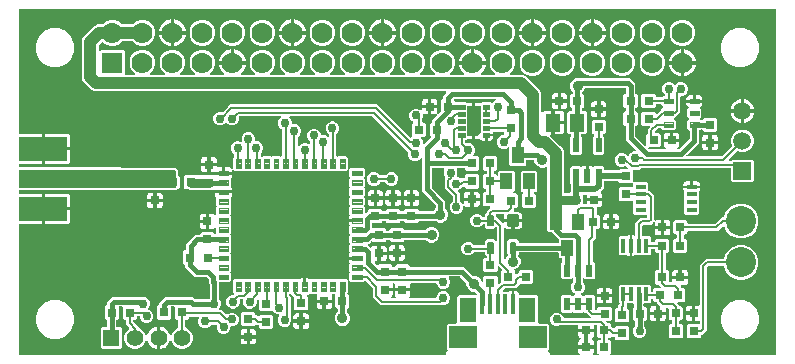
<source format=gbr>
G04 EAGLE Gerber X2 export*
%TF.Part,Single*%
%TF.FileFunction,Copper,L1,Top,Mixed*%
%TF.FilePolarity,Positive*%
%TF.GenerationSoftware,Autodesk,EAGLE,8.7.0*%
%TF.CreationDate,2018-05-30T02:05:41Z*%
G75*
%MOMM*%
%FSLAX34Y34*%
%LPD*%
%AMOC8*
5,1,8,0,0,1.08239X$1,22.5*%
G01*
%ADD10C,0.100000*%
%ADD11C,0.395000*%
%ADD12R,0.800000X0.800000*%
%ADD13R,1.778000X1.778000*%
%ADD14C,1.778000*%
%ADD15R,4.064000X2.032000*%
%ADD16R,4.064000X1.524000*%
%ADD17R,1.300000X1.500000*%
%ADD18R,0.550000X1.200000*%
%ADD19R,1.422400X1.422400*%
%ADD20C,1.422400*%
%ADD21R,0.450000X1.700000*%
%ADD22R,1.475000X2.100000*%
%ADD23R,2.375000X1.900000*%
%ADD24R,1.000000X1.400000*%
%ADD25R,0.550000X1.100000*%
%ADD26R,0.400000X1.200000*%
%ADD27C,2.540000*%
%ADD28R,0.899000X0.420000*%
%ADD29C,0.165000*%
%ADD30C,0.300000*%
%ADD31C,0.080000*%
%ADD32R,1.508000X1.508000*%
%ADD33C,1.508000*%
%ADD34C,0.756400*%
%ADD35C,1.000000*%
%ADD36C,0.500000*%
%ADD37C,0.800000*%
%ADD38C,0.200000*%
%ADD39C,0.400000*%
%ADD40C,0.906400*%

G36*
X365234Y4577D02*
X365234Y4577D01*
X365259Y4574D01*
X365354Y4596D01*
X365451Y4612D01*
X365472Y4624D01*
X365496Y4630D01*
X365580Y4681D01*
X365666Y4727D01*
X365683Y4745D01*
X365704Y4758D01*
X365766Y4834D01*
X365833Y4905D01*
X365843Y4928D01*
X365859Y4947D01*
X365893Y5038D01*
X365934Y5128D01*
X365936Y5152D01*
X365945Y5175D01*
X365959Y5322D01*
X365959Y6552D01*
X367321Y7915D01*
X367336Y7934D01*
X367355Y7950D01*
X367406Y8033D01*
X367464Y8113D01*
X367471Y8136D01*
X367484Y8157D01*
X367506Y8252D01*
X367534Y8346D01*
X367534Y8371D01*
X367539Y8395D01*
X367530Y8492D01*
X367527Y8590D01*
X367518Y8613D01*
X367516Y8638D01*
X367475Y8727D01*
X367441Y8819D01*
X367425Y8838D01*
X367415Y8860D01*
X367321Y8974D01*
X366624Y9671D01*
X366624Y30329D01*
X367796Y31501D01*
X374875Y31501D01*
X374899Y31505D01*
X374924Y31502D01*
X375019Y31524D01*
X375116Y31540D01*
X375137Y31552D01*
X375161Y31558D01*
X375245Y31609D01*
X375331Y31655D01*
X375348Y31673D01*
X375369Y31686D01*
X375431Y31762D01*
X375498Y31833D01*
X375508Y31856D01*
X375524Y31875D01*
X375558Y31966D01*
X375599Y32056D01*
X375601Y32080D01*
X375610Y32103D01*
X375624Y32250D01*
X375624Y54329D01*
X376796Y55501D01*
X392000Y55501D01*
X392024Y55505D01*
X392049Y55502D01*
X392144Y55524D01*
X392241Y55540D01*
X392262Y55552D01*
X392286Y55558D01*
X392370Y55609D01*
X392456Y55655D01*
X392473Y55673D01*
X392494Y55686D01*
X392556Y55762D01*
X392623Y55833D01*
X392633Y55856D01*
X392649Y55875D01*
X392683Y55966D01*
X392724Y56056D01*
X392726Y56080D01*
X392735Y56103D01*
X392748Y56233D01*
X392749Y56250D01*
X392749Y56283D01*
X392747Y56294D01*
X392748Y56299D01*
X392746Y56305D01*
X392748Y56320D01*
X392733Y56383D01*
X392724Y56476D01*
X392714Y56499D01*
X392710Y56523D01*
X392693Y56554D01*
X392692Y56557D01*
X392685Y56569D01*
X392664Y56609D01*
X392623Y56698D01*
X392602Y56724D01*
X392595Y56738D01*
X392576Y56755D01*
X392530Y56812D01*
X391094Y58248D01*
X391015Y58305D01*
X390940Y58367D01*
X390916Y58375D01*
X390896Y58390D01*
X390803Y58418D01*
X390711Y58453D01*
X390678Y58456D01*
X390662Y58461D01*
X390638Y58460D01*
X390564Y58467D01*
X388701Y58467D01*
X386300Y59462D01*
X384462Y61300D01*
X383467Y63701D01*
X383467Y65564D01*
X383451Y65661D01*
X383442Y65758D01*
X383432Y65780D01*
X383428Y65805D01*
X383382Y65891D01*
X383341Y65980D01*
X383320Y66006D01*
X383313Y66020D01*
X383294Y66037D01*
X383248Y66094D01*
X378042Y71300D01*
X377963Y71357D01*
X377888Y71419D01*
X377864Y71427D01*
X377844Y71442D01*
X377751Y71470D01*
X377659Y71505D01*
X377626Y71508D01*
X377610Y71513D01*
X377586Y71512D01*
X377513Y71519D01*
X369068Y71519D01*
X368995Y71507D01*
X368922Y71505D01*
X368876Y71488D01*
X368827Y71480D01*
X368762Y71445D01*
X368693Y71419D01*
X368655Y71388D01*
X368612Y71365D01*
X368561Y71311D01*
X368505Y71264D01*
X368478Y71222D01*
X368445Y71187D01*
X368414Y71120D01*
X368376Y71057D01*
X368364Y71009D01*
X368344Y70964D01*
X368337Y70891D01*
X368320Y70820D01*
X368325Y70771D01*
X368320Y70721D01*
X368337Y70650D01*
X368344Y70577D01*
X368364Y70532D01*
X368375Y70484D01*
X368414Y70421D01*
X368444Y70354D01*
X368491Y70298D01*
X368504Y70276D01*
X368517Y70266D01*
X368538Y70240D01*
X368802Y69976D01*
X369683Y67850D01*
X369683Y65550D01*
X368802Y63424D01*
X367176Y61798D01*
X365050Y60917D01*
X362750Y60917D01*
X360624Y61798D01*
X358998Y63424D01*
X358321Y65057D01*
X358277Y65128D01*
X358193Y65264D01*
X358105Y65336D01*
X358005Y65419D01*
X358004Y65419D01*
X357872Y65469D01*
X357776Y65505D01*
X357775Y65505D01*
X357629Y65519D01*
X336575Y65519D01*
X336428Y65495D01*
X336334Y65480D01*
X336220Y65419D01*
X336119Y65365D01*
X336044Y65285D01*
X335952Y65187D01*
X335884Y65036D01*
X335851Y64965D01*
X335851Y64964D01*
X335835Y64797D01*
X335827Y64722D01*
X335827Y64721D01*
X335841Y64639D01*
X335841Y61779D01*
X330050Y61779D01*
X330026Y61775D01*
X330002Y61778D01*
X329906Y61755D01*
X329809Y61739D01*
X329788Y61728D01*
X329764Y61722D01*
X329681Y61671D01*
X329594Y61624D01*
X329577Y61607D01*
X329557Y61594D01*
X329494Y61518D01*
X329427Y61446D01*
X329417Y61424D01*
X329402Y61405D01*
X329367Y61314D01*
X329326Y61224D01*
X329324Y61200D01*
X329315Y61177D01*
X329301Y61030D01*
X329301Y59530D01*
X329305Y59506D01*
X329302Y59482D01*
X329325Y59386D01*
X329341Y59289D01*
X329352Y59268D01*
X329358Y59244D01*
X329409Y59160D01*
X329456Y59074D01*
X329473Y59057D01*
X329486Y59037D01*
X329562Y58974D01*
X329634Y58907D01*
X329656Y58897D01*
X329675Y58882D01*
X329766Y58847D01*
X329856Y58806D01*
X329880Y58804D01*
X329903Y58795D01*
X330050Y58781D01*
X335841Y58781D01*
X335841Y55946D01*
X335668Y55299D01*
X335333Y54720D01*
X334893Y54280D01*
X334850Y54220D01*
X334800Y54166D01*
X334780Y54122D01*
X334751Y54081D01*
X334729Y54011D01*
X334699Y53944D01*
X334694Y53895D01*
X334680Y53848D01*
X334682Y53775D01*
X334675Y53701D01*
X334686Y53653D01*
X334688Y53604D01*
X334714Y53535D01*
X334730Y53464D01*
X334756Y53422D01*
X334774Y53376D01*
X334820Y53319D01*
X334859Y53256D01*
X334897Y53225D01*
X334928Y53187D01*
X334991Y53148D01*
X335047Y53101D01*
X335094Y53084D01*
X335135Y53058D01*
X335207Y53041D01*
X335276Y53015D01*
X335349Y53008D01*
X335373Y53002D01*
X335390Y53004D01*
X335423Y53001D01*
X357368Y53001D01*
X357392Y53005D01*
X357417Y53002D01*
X357512Y53024D01*
X357609Y53040D01*
X357630Y53052D01*
X357654Y53058D01*
X357738Y53109D01*
X357824Y53155D01*
X357841Y53173D01*
X357862Y53186D01*
X357924Y53262D01*
X357991Y53333D01*
X358001Y53356D01*
X358017Y53375D01*
X358051Y53466D01*
X358092Y53556D01*
X358094Y53580D01*
X358103Y53603D01*
X358117Y53750D01*
X358117Y54150D01*
X358998Y56276D01*
X360624Y57902D01*
X362750Y58783D01*
X365050Y58783D01*
X367176Y57902D01*
X368802Y56276D01*
X369683Y54150D01*
X369683Y51850D01*
X368802Y49724D01*
X367176Y48098D01*
X365050Y47217D01*
X362671Y47217D01*
X362575Y47201D01*
X362478Y47192D01*
X362455Y47182D01*
X362431Y47178D01*
X362344Y47132D01*
X362256Y47091D01*
X362230Y47070D01*
X362215Y47063D01*
X362198Y47044D01*
X362143Y46999D01*
X311094Y46999D01*
X304299Y53794D01*
X304299Y61147D01*
X304283Y61243D01*
X304274Y61340D01*
X304264Y61363D01*
X304260Y61387D01*
X304214Y61474D01*
X304173Y61562D01*
X304152Y61588D01*
X304145Y61603D01*
X304126Y61620D01*
X304080Y61677D01*
X298126Y67630D01*
X298106Y67644D01*
X298091Y67663D01*
X298008Y67715D01*
X297928Y67772D01*
X297904Y67779D01*
X297884Y67792D01*
X297788Y67815D01*
X297694Y67843D01*
X297670Y67842D01*
X297646Y67848D01*
X297549Y67838D01*
X297451Y67835D01*
X297428Y67827D01*
X297403Y67824D01*
X297314Y67784D01*
X297222Y67749D01*
X297203Y67734D01*
X297181Y67724D01*
X297067Y67630D01*
X295836Y66399D01*
X285764Y66399D01*
X284299Y67864D01*
X284299Y73936D01*
X284734Y74370D01*
X284748Y74390D01*
X284767Y74406D01*
X284819Y74489D01*
X284876Y74569D01*
X284883Y74592D01*
X284896Y74613D01*
X284918Y74708D01*
X284947Y74802D01*
X284946Y74827D01*
X284951Y74850D01*
X284942Y74948D01*
X284939Y75046D01*
X284930Y75069D01*
X284928Y75093D01*
X284887Y75183D01*
X284853Y75274D01*
X284837Y75293D01*
X284827Y75316D01*
X284734Y75430D01*
X284299Y75864D01*
X284299Y81936D01*
X284352Y81988D01*
X284366Y82008D01*
X284385Y82024D01*
X284414Y82070D01*
X284421Y82078D01*
X284428Y82093D01*
X284437Y82107D01*
X284494Y82187D01*
X284501Y82210D01*
X284514Y82231D01*
X284536Y82326D01*
X284565Y82420D01*
X284564Y82445D01*
X284570Y82469D01*
X284560Y82566D01*
X284557Y82664D01*
X284548Y82687D01*
X284546Y82712D01*
X284506Y82801D01*
X284471Y82892D01*
X284455Y82912D01*
X284445Y82934D01*
X284373Y83022D01*
X283966Y83726D01*
X283759Y84500D01*
X283759Y85651D01*
X290300Y85651D01*
X290324Y85655D01*
X290348Y85652D01*
X290444Y85674D01*
X290541Y85690D01*
X290562Y85702D01*
X290586Y85708D01*
X290669Y85759D01*
X290756Y85805D01*
X290772Y85823D01*
X290793Y85836D01*
X290856Y85912D01*
X290923Y85983D01*
X290933Y86006D01*
X290948Y86025D01*
X290983Y86116D01*
X291023Y86206D01*
X291026Y86230D01*
X291034Y86253D01*
X291049Y86400D01*
X291049Y87400D01*
X291045Y87424D01*
X291047Y87449D01*
X291025Y87544D01*
X291009Y87641D01*
X290998Y87662D01*
X290992Y87686D01*
X290940Y87770D01*
X290894Y87856D01*
X290876Y87873D01*
X290864Y87894D01*
X290788Y87956D01*
X290716Y88023D01*
X290694Y88033D01*
X290675Y88049D01*
X290583Y88083D01*
X290494Y88124D01*
X290470Y88126D01*
X290447Y88135D01*
X290300Y88149D01*
X283759Y88149D01*
X283759Y89300D01*
X283966Y90074D01*
X284373Y90778D01*
X284385Y90788D01*
X284437Y90871D01*
X284494Y90950D01*
X284501Y90974D01*
X284514Y90995D01*
X284536Y91090D01*
X284565Y91184D01*
X284564Y91208D01*
X284570Y91232D01*
X284560Y91330D01*
X284557Y91428D01*
X284548Y91451D01*
X284546Y91475D01*
X284506Y91564D01*
X284471Y91656D01*
X284456Y91675D01*
X284445Y91697D01*
X284352Y91812D01*
X284299Y91864D01*
X284299Y97936D01*
X284734Y98370D01*
X284748Y98390D01*
X284767Y98406D01*
X284819Y98489D01*
X284876Y98569D01*
X284883Y98592D01*
X284896Y98613D01*
X284918Y98708D01*
X284947Y98802D01*
X284946Y98827D01*
X284951Y98850D01*
X284942Y98948D01*
X284939Y99046D01*
X284930Y99069D01*
X284928Y99093D01*
X284887Y99183D01*
X284853Y99274D01*
X284837Y99293D01*
X284827Y99316D01*
X284734Y99430D01*
X284299Y99864D01*
X284299Y105936D01*
X284734Y106370D01*
X284748Y106390D01*
X284767Y106406D01*
X284819Y106489D01*
X284876Y106569D01*
X284883Y106592D01*
X284896Y106613D01*
X284918Y106708D01*
X284947Y106802D01*
X284946Y106827D01*
X284951Y106850D01*
X284942Y106948D01*
X284939Y107046D01*
X284930Y107069D01*
X284928Y107093D01*
X284887Y107183D01*
X284853Y107274D01*
X284837Y107293D01*
X284827Y107316D01*
X284734Y107430D01*
X284299Y107864D01*
X284299Y113936D01*
X284352Y113988D01*
X284366Y114008D01*
X284385Y114024D01*
X284437Y114107D01*
X284494Y114187D01*
X284501Y114210D01*
X284514Y114231D01*
X284536Y114326D01*
X284565Y114420D01*
X284564Y114445D01*
X284570Y114469D01*
X284560Y114566D01*
X284557Y114664D01*
X284548Y114687D01*
X284546Y114712D01*
X284506Y114801D01*
X284471Y114892D01*
X284455Y114912D01*
X284445Y114934D01*
X284373Y115022D01*
X283966Y115726D01*
X283759Y116500D01*
X283759Y117651D01*
X290300Y117651D01*
X290324Y117655D01*
X290348Y117652D01*
X290444Y117674D01*
X290541Y117690D01*
X290562Y117702D01*
X290586Y117708D01*
X290669Y117759D01*
X290756Y117805D01*
X290772Y117823D01*
X290793Y117836D01*
X290856Y117912D01*
X290923Y117983D01*
X290933Y118006D01*
X290948Y118025D01*
X290983Y118116D01*
X291023Y118206D01*
X291026Y118230D01*
X291034Y118253D01*
X291049Y118400D01*
X291049Y119400D01*
X291045Y119424D01*
X291047Y119449D01*
X291025Y119544D01*
X291009Y119641D01*
X290998Y119662D01*
X290992Y119686D01*
X290940Y119770D01*
X290894Y119856D01*
X290876Y119873D01*
X290864Y119894D01*
X290788Y119956D01*
X290716Y120023D01*
X290694Y120033D01*
X290675Y120049D01*
X290583Y120083D01*
X290494Y120124D01*
X290470Y120126D01*
X290447Y120135D01*
X290300Y120149D01*
X283759Y120149D01*
X283759Y121300D01*
X283950Y122011D01*
X283966Y122074D01*
X284373Y122778D01*
X284385Y122788D01*
X284437Y122871D01*
X284494Y122950D01*
X284501Y122974D01*
X284514Y122995D01*
X284536Y123090D01*
X284565Y123184D01*
X284564Y123208D01*
X284570Y123232D01*
X284560Y123330D01*
X284557Y123428D01*
X284548Y123451D01*
X284546Y123475D01*
X284506Y123564D01*
X284471Y123656D01*
X284456Y123675D01*
X284445Y123697D01*
X284352Y123812D01*
X284299Y123864D01*
X284299Y129936D01*
X284734Y130370D01*
X284748Y130390D01*
X284767Y130406D01*
X284819Y130489D01*
X284876Y130569D01*
X284883Y130592D01*
X284896Y130613D01*
X284918Y130708D01*
X284947Y130802D01*
X284946Y130826D01*
X284951Y130850D01*
X284942Y130948D01*
X284939Y131046D01*
X284930Y131069D01*
X284928Y131093D01*
X284887Y131183D01*
X284853Y131274D01*
X284837Y131293D01*
X284827Y131316D01*
X284734Y131430D01*
X284299Y131864D01*
X284299Y137936D01*
X284734Y138370D01*
X284748Y138390D01*
X284767Y138406D01*
X284819Y138489D01*
X284876Y138569D01*
X284883Y138592D01*
X284896Y138613D01*
X284918Y138708D01*
X284947Y138802D01*
X284946Y138826D01*
X284951Y138850D01*
X284942Y138948D01*
X284939Y139046D01*
X284930Y139069D01*
X284928Y139093D01*
X284887Y139183D01*
X284853Y139274D01*
X284837Y139293D01*
X284827Y139316D01*
X284734Y139430D01*
X284299Y139864D01*
X284299Y145936D01*
X284734Y146370D01*
X284748Y146390D01*
X284767Y146406D01*
X284819Y146489D01*
X284876Y146569D01*
X284883Y146592D01*
X284896Y146613D01*
X284918Y146708D01*
X284947Y146802D01*
X284946Y146826D01*
X284951Y146850D01*
X284942Y146948D01*
X284939Y147046D01*
X284930Y147069D01*
X284928Y147093D01*
X284887Y147183D01*
X284853Y147274D01*
X284837Y147293D01*
X284827Y147316D01*
X284734Y147430D01*
X284299Y147864D01*
X284299Y153936D01*
X284734Y154370D01*
X284748Y154390D01*
X284767Y154406D01*
X284819Y154489D01*
X284876Y154569D01*
X284883Y154592D01*
X284896Y154613D01*
X284918Y154708D01*
X284947Y154802D01*
X284946Y154826D01*
X284951Y154850D01*
X284942Y154948D01*
X284939Y155046D01*
X284930Y155069D01*
X284928Y155093D01*
X284887Y155183D01*
X284853Y155274D01*
X284837Y155293D01*
X284827Y155316D01*
X284734Y155430D01*
X284299Y155864D01*
X284299Y161936D01*
X285764Y163401D01*
X295836Y163401D01*
X297301Y161936D01*
X297301Y155864D01*
X296866Y155430D01*
X296852Y155410D01*
X296833Y155394D01*
X296781Y155311D01*
X296724Y155231D01*
X296717Y155208D01*
X296704Y155187D01*
X296682Y155092D01*
X296653Y154998D01*
X296654Y154973D01*
X296649Y154950D01*
X296658Y154852D01*
X296661Y154754D01*
X296670Y154731D01*
X296672Y154707D01*
X296713Y154617D01*
X296747Y154526D01*
X296763Y154507D01*
X296773Y154484D01*
X296866Y154370D01*
X297301Y153936D01*
X297301Y147864D01*
X296866Y147430D01*
X296852Y147410D01*
X296833Y147394D01*
X296781Y147311D01*
X296724Y147231D01*
X296717Y147208D01*
X296704Y147187D01*
X296682Y147092D01*
X296653Y146998D01*
X296654Y146973D01*
X296649Y146950D01*
X296658Y146852D01*
X296661Y146754D01*
X296670Y146731D01*
X296672Y146707D01*
X296713Y146617D01*
X296747Y146526D01*
X296763Y146507D01*
X296773Y146484D01*
X296866Y146370D01*
X297301Y145936D01*
X297301Y139864D01*
X296866Y139430D01*
X296852Y139410D01*
X296833Y139394D01*
X296781Y139311D01*
X296724Y139231D01*
X296717Y139208D01*
X296704Y139187D01*
X296682Y139092D01*
X296653Y138998D01*
X296654Y138973D01*
X296649Y138950D01*
X296658Y138852D01*
X296661Y138754D01*
X296670Y138731D01*
X296672Y138707D01*
X296713Y138617D01*
X296747Y138526D01*
X296763Y138507D01*
X296773Y138484D01*
X296866Y138370D01*
X297301Y137936D01*
X297301Y131864D01*
X296866Y131430D01*
X296852Y131410D01*
X296833Y131394D01*
X296781Y131311D01*
X296724Y131231D01*
X296717Y131208D01*
X296704Y131187D01*
X296682Y131092D01*
X296653Y130998D01*
X296654Y130973D01*
X296649Y130950D01*
X296658Y130852D01*
X296661Y130754D01*
X296670Y130731D01*
X296672Y130707D01*
X296713Y130617D01*
X296747Y130526D01*
X296763Y130507D01*
X296773Y130484D01*
X296866Y130370D01*
X297301Y129936D01*
X297301Y125467D01*
X297313Y125395D01*
X297315Y125322D01*
X297332Y125275D01*
X297340Y125227D01*
X297375Y125162D01*
X297401Y125093D01*
X297432Y125055D01*
X297455Y125011D01*
X297509Y124961D01*
X297556Y124904D01*
X297598Y124878D01*
X297633Y124845D01*
X297700Y124814D01*
X297763Y124775D01*
X297811Y124764D01*
X297856Y124744D01*
X297929Y124737D01*
X298000Y124720D01*
X298049Y124725D01*
X298099Y124720D01*
X298170Y124736D01*
X298243Y124744D01*
X298288Y124764D01*
X298336Y124775D01*
X298399Y124814D01*
X298466Y124844D01*
X298522Y124891D01*
X298544Y124904D01*
X298554Y124917D01*
X298580Y124938D01*
X300080Y126438D01*
X300137Y126517D01*
X300199Y126592D01*
X300207Y126616D01*
X300222Y126636D01*
X300250Y126729D01*
X300285Y126821D01*
X300288Y126854D01*
X300293Y126870D01*
X300292Y126894D01*
X300299Y126968D01*
X300299Y127309D01*
X301471Y128481D01*
X311129Y128481D01*
X312305Y127305D01*
X312302Y127281D01*
X312324Y127186D01*
X312340Y127089D01*
X312352Y127068D01*
X312358Y127044D01*
X312409Y126960D01*
X312455Y126874D01*
X312473Y126857D01*
X312486Y126836D01*
X312562Y126774D01*
X312633Y126707D01*
X312656Y126697D01*
X312675Y126681D01*
X312766Y126647D01*
X312856Y126606D01*
X312880Y126604D01*
X312903Y126595D01*
X313050Y126581D01*
X314650Y126581D01*
X314674Y126585D01*
X314699Y126582D01*
X314794Y126604D01*
X314891Y126620D01*
X314912Y126632D01*
X314936Y126638D01*
X315020Y126689D01*
X315106Y126735D01*
X315123Y126753D01*
X315144Y126766D01*
X315206Y126842D01*
X315273Y126913D01*
X315283Y126936D01*
X315299Y126955D01*
X315333Y127046D01*
X315374Y127136D01*
X315376Y127160D01*
X315385Y127183D01*
X315399Y127330D01*
X315399Y127409D01*
X316571Y128581D01*
X326229Y128581D01*
X327401Y127409D01*
X327401Y127130D01*
X327405Y127106D01*
X327402Y127081D01*
X327424Y126986D01*
X327440Y126889D01*
X327452Y126868D01*
X327458Y126844D01*
X327509Y126760D01*
X327555Y126674D01*
X327573Y126657D01*
X327586Y126636D01*
X327662Y126574D01*
X327733Y126507D01*
X327756Y126497D01*
X327775Y126481D01*
X327866Y126447D01*
X327956Y126406D01*
X327980Y126404D01*
X328003Y126395D01*
X328150Y126381D01*
X330150Y126381D01*
X330174Y126385D01*
X330199Y126382D01*
X330294Y126404D01*
X330391Y126420D01*
X330412Y126432D01*
X330436Y126438D01*
X330520Y126489D01*
X330606Y126535D01*
X330623Y126553D01*
X330644Y126566D01*
X330706Y126642D01*
X330773Y126713D01*
X330783Y126736D01*
X330799Y126755D01*
X330833Y126846D01*
X330874Y126936D01*
X330876Y126960D01*
X330885Y126983D01*
X330899Y127130D01*
X330899Y127209D01*
X332071Y128381D01*
X341729Y128381D01*
X342901Y127209D01*
X342901Y127130D01*
X342905Y127106D01*
X342902Y127081D01*
X342924Y126986D01*
X342940Y126889D01*
X342952Y126868D01*
X342958Y126844D01*
X343009Y126760D01*
X343055Y126674D01*
X343073Y126657D01*
X343086Y126636D01*
X343162Y126574D01*
X343233Y126507D01*
X343256Y126497D01*
X343275Y126481D01*
X343366Y126447D01*
X343456Y126406D01*
X343480Y126404D01*
X343503Y126395D01*
X343650Y126381D01*
X354922Y126381D01*
X355052Y126402D01*
X355162Y126420D01*
X355270Y126478D01*
X355377Y126535D01*
X355378Y126535D01*
X355456Y126619D01*
X355544Y126713D01*
X355545Y126714D01*
X355614Y126843D01*
X355762Y127200D01*
X357060Y128498D01*
X357117Y128578D01*
X357179Y128653D01*
X357187Y128676D01*
X357202Y128697D01*
X357230Y128790D01*
X357265Y128881D01*
X357268Y128914D01*
X357273Y128930D01*
X357272Y128955D01*
X357279Y129028D01*
X357279Y131752D01*
X357263Y131849D01*
X357254Y131946D01*
X357244Y131968D01*
X357240Y131993D01*
X357194Y132079D01*
X357153Y132168D01*
X357132Y132194D01*
X357125Y132208D01*
X357106Y132225D01*
X357060Y132282D01*
X345999Y143343D01*
X345999Y171012D01*
X345987Y171085D01*
X345985Y171158D01*
X345968Y171204D01*
X345960Y171253D01*
X345925Y171318D01*
X345899Y171387D01*
X345868Y171425D01*
X345845Y171468D01*
X345791Y171519D01*
X345744Y171575D01*
X345702Y171602D01*
X345667Y171635D01*
X345600Y171666D01*
X345537Y171704D01*
X345489Y171716D01*
X345444Y171736D01*
X345371Y171743D01*
X345300Y171760D01*
X345251Y171755D01*
X345201Y171760D01*
X345130Y171743D01*
X345057Y171736D01*
X345012Y171716D01*
X344964Y171705D01*
X344901Y171666D01*
X344834Y171636D01*
X344778Y171589D01*
X344756Y171576D01*
X344746Y171563D01*
X344720Y171542D01*
X343276Y170098D01*
X341150Y169217D01*
X338850Y169217D01*
X336724Y170098D01*
X335098Y171724D01*
X334217Y173850D01*
X334217Y176229D01*
X334201Y176325D01*
X334192Y176422D01*
X334182Y176445D01*
X334178Y176469D01*
X334132Y176556D01*
X334091Y176644D01*
X334070Y176670D01*
X334063Y176685D01*
X334044Y176702D01*
X333998Y176759D01*
X303977Y206780D01*
X303897Y206837D01*
X303822Y206899D01*
X303799Y206907D01*
X303778Y206922D01*
X303685Y206950D01*
X303594Y206985D01*
X303561Y206988D01*
X303545Y206993D01*
X303520Y206992D01*
X303447Y206999D01*
X234270Y206999D01*
X234197Y206987D01*
X234124Y206985D01*
X234078Y206968D01*
X234029Y206960D01*
X233964Y206925D01*
X233895Y206899D01*
X233857Y206868D01*
X233814Y206845D01*
X233763Y206791D01*
X233707Y206744D01*
X233680Y206702D01*
X233647Y206667D01*
X233616Y206600D01*
X233578Y206537D01*
X233566Y206489D01*
X233546Y206444D01*
X233539Y206371D01*
X233522Y206300D01*
X233527Y206251D01*
X233522Y206201D01*
X233539Y206130D01*
X233546Y206057D01*
X233566Y206012D01*
X233577Y205964D01*
X233616Y205901D01*
X233646Y205834D01*
X233693Y205778D01*
X233706Y205756D01*
X233719Y205746D01*
X233740Y205720D01*
X234902Y204558D01*
X235783Y202432D01*
X235783Y201032D01*
X235787Y201008D01*
X235784Y200983D01*
X235806Y200888D01*
X235822Y200791D01*
X235834Y200770D01*
X235840Y200746D01*
X235891Y200662D01*
X235937Y200576D01*
X235955Y200559D01*
X235968Y200538D01*
X236044Y200476D01*
X236115Y200409D01*
X236138Y200399D01*
X236157Y200383D01*
X236248Y200349D01*
X236338Y200308D01*
X236362Y200306D01*
X236385Y200297D01*
X236532Y200283D01*
X238850Y200283D01*
X240976Y199402D01*
X242602Y197776D01*
X243483Y195650D01*
X243483Y193350D01*
X242602Y191224D01*
X240920Y189542D01*
X240863Y189463D01*
X240801Y189388D01*
X240793Y189364D01*
X240778Y189344D01*
X240750Y189250D01*
X240715Y189159D01*
X240712Y189126D01*
X240707Y189110D01*
X240708Y189085D01*
X240701Y189012D01*
X240701Y182388D01*
X240713Y182315D01*
X240715Y182242D01*
X240732Y182196D01*
X240740Y182147D01*
X240775Y182082D01*
X240801Y182013D01*
X240832Y181975D01*
X240855Y181932D01*
X240909Y181881D01*
X240956Y181825D01*
X240998Y181798D01*
X241033Y181765D01*
X241100Y181734D01*
X241163Y181696D01*
X241211Y181684D01*
X241256Y181664D01*
X241329Y181657D01*
X241400Y181640D01*
X241449Y181645D01*
X241499Y181640D01*
X241570Y181657D01*
X241643Y181664D01*
X241688Y181684D01*
X241736Y181695D01*
X241799Y181734D01*
X241866Y181764D01*
X241922Y181811D01*
X241944Y181824D01*
X241954Y181837D01*
X241980Y181858D01*
X243524Y183402D01*
X245650Y184283D01*
X247950Y184283D01*
X250107Y183389D01*
X250134Y183365D01*
X250178Y183344D01*
X250218Y183316D01*
X250289Y183294D01*
X250356Y183264D01*
X250405Y183259D01*
X250452Y183245D01*
X250525Y183247D01*
X250599Y183240D01*
X250647Y183251D01*
X250696Y183253D01*
X250764Y183278D01*
X250836Y183295D01*
X250878Y183321D01*
X250924Y183338D01*
X250981Y183385D01*
X251044Y183424D01*
X251075Y183462D01*
X251113Y183493D01*
X251152Y183555D01*
X251199Y183612D01*
X251216Y183658D01*
X251242Y183700D01*
X251259Y183772D01*
X251285Y183841D01*
X251292Y183913D01*
X251298Y183938D01*
X251296Y183954D01*
X251299Y183988D01*
X251299Y185212D01*
X251283Y185309D01*
X251274Y185406D01*
X251264Y185428D01*
X251260Y185453D01*
X251214Y185539D01*
X251173Y185628D01*
X251152Y185654D01*
X251145Y185668D01*
X251126Y185685D01*
X251080Y185742D01*
X249385Y187437D01*
X248504Y189563D01*
X248504Y191863D01*
X249385Y193988D01*
X251012Y195615D01*
X253137Y196496D01*
X255437Y196496D01*
X257563Y195615D01*
X259190Y193988D01*
X260070Y191863D01*
X260070Y191657D01*
X260078Y191608D01*
X260076Y191559D01*
X260098Y191489D01*
X260110Y191416D01*
X260133Y191373D01*
X260147Y191326D01*
X260190Y191266D01*
X260225Y191201D01*
X260260Y191167D01*
X260289Y191127D01*
X260349Y191084D01*
X260403Y191034D01*
X260447Y191014D01*
X260487Y190985D01*
X260558Y190964D01*
X260625Y190933D01*
X260674Y190928D01*
X260721Y190914D01*
X260794Y190916D01*
X260868Y190909D01*
X260916Y190920D01*
X260965Y190922D01*
X261105Y190964D01*
X261106Y190964D01*
X261106Y190965D01*
X261150Y190983D01*
X263450Y190983D01*
X265576Y190102D01*
X266020Y189658D01*
X266080Y189615D01*
X266134Y189565D01*
X266178Y189544D01*
X266219Y189516D01*
X266289Y189494D01*
X266356Y189464D01*
X266405Y189459D01*
X266452Y189445D01*
X266525Y189447D01*
X266599Y189440D01*
X266647Y189451D01*
X266696Y189453D01*
X266765Y189478D01*
X266836Y189495D01*
X266878Y189521D01*
X266924Y189539D01*
X266981Y189585D01*
X267044Y189624D01*
X267075Y189662D01*
X267113Y189693D01*
X267152Y189756D01*
X267199Y189812D01*
X267216Y189858D01*
X267242Y189900D01*
X267259Y189972D01*
X267285Y190041D01*
X267292Y190114D01*
X267298Y190138D01*
X267296Y190155D01*
X267299Y190188D01*
X267299Y191141D01*
X267296Y191163D01*
X267298Y191185D01*
X267278Y191268D01*
X267277Y191274D01*
X267260Y191381D01*
X267260Y191382D01*
X267246Y191407D01*
X267242Y191422D01*
X267209Y191475D01*
X267202Y191489D01*
X267145Y191596D01*
X267145Y191597D01*
X267119Y191620D01*
X267114Y191630D01*
X267080Y191657D01*
X267077Y191660D01*
X266967Y191763D01*
X266967Y191764D01*
X266966Y191764D01*
X266837Y191833D01*
X266724Y191880D01*
X265098Y193506D01*
X264217Y195632D01*
X264217Y197932D01*
X265098Y200058D01*
X266724Y201684D01*
X268850Y202565D01*
X271150Y202565D01*
X273276Y201684D01*
X274902Y200058D01*
X275783Y197932D01*
X275783Y195632D01*
X274902Y193506D01*
X273520Y192124D01*
X273463Y192045D01*
X273401Y191970D01*
X273393Y191946D01*
X273378Y191926D01*
X273350Y191832D01*
X273315Y191741D01*
X273312Y191708D01*
X273307Y191692D01*
X273308Y191667D01*
X273301Y191594D01*
X273301Y173746D01*
X273317Y173650D01*
X273326Y173553D01*
X273336Y173530D01*
X273340Y173505D01*
X273386Y173419D01*
X273427Y173331D01*
X273448Y173305D01*
X273455Y173290D01*
X273474Y173273D01*
X273520Y173216D01*
X273770Y172966D01*
X273790Y172952D01*
X273806Y172933D01*
X273889Y172881D01*
X273969Y172824D01*
X273992Y172817D01*
X274013Y172804D01*
X274108Y172782D01*
X274202Y172753D01*
X274227Y172754D01*
X274250Y172749D01*
X274348Y172758D01*
X274446Y172761D01*
X274469Y172770D01*
X274493Y172772D01*
X274583Y172813D01*
X274674Y172847D01*
X274693Y172863D01*
X274716Y172873D01*
X274830Y172966D01*
X275264Y173401D01*
X281336Y173401D01*
X282801Y171936D01*
X282801Y161864D01*
X281336Y160399D01*
X275264Y160399D01*
X274830Y160834D01*
X274810Y160848D01*
X274794Y160867D01*
X274711Y160919D01*
X274631Y160976D01*
X274608Y160983D01*
X274587Y160996D01*
X274492Y161018D01*
X274398Y161047D01*
X274374Y161046D01*
X274350Y161051D01*
X274252Y161042D01*
X274154Y161039D01*
X274131Y161030D01*
X274107Y161028D01*
X274017Y160987D01*
X273926Y160953D01*
X273907Y160937D01*
X273884Y160927D01*
X273770Y160834D01*
X273336Y160399D01*
X267264Y160399D01*
X266830Y160834D01*
X266810Y160848D01*
X266794Y160867D01*
X266711Y160919D01*
X266631Y160976D01*
X266608Y160983D01*
X266587Y160996D01*
X266492Y161018D01*
X266398Y161047D01*
X266374Y161046D01*
X266350Y161051D01*
X266252Y161042D01*
X266154Y161039D01*
X266131Y161030D01*
X266107Y161028D01*
X266017Y160987D01*
X265926Y160953D01*
X265907Y160937D01*
X265884Y160927D01*
X265770Y160834D01*
X265336Y160399D01*
X259264Y160399D01*
X258830Y160834D01*
X258810Y160848D01*
X258794Y160867D01*
X258711Y160919D01*
X258631Y160976D01*
X258608Y160983D01*
X258587Y160996D01*
X258492Y161018D01*
X258398Y161047D01*
X258374Y161046D01*
X258350Y161051D01*
X258252Y161042D01*
X258154Y161039D01*
X258131Y161030D01*
X258107Y161028D01*
X258017Y160987D01*
X257926Y160953D01*
X257907Y160937D01*
X257884Y160927D01*
X257770Y160834D01*
X257336Y160399D01*
X251264Y160399D01*
X250830Y160834D01*
X250810Y160848D01*
X250794Y160867D01*
X250711Y160919D01*
X250631Y160976D01*
X250608Y160983D01*
X250587Y160996D01*
X250492Y161018D01*
X250398Y161047D01*
X250373Y161046D01*
X250350Y161051D01*
X250252Y161042D01*
X250154Y161039D01*
X250131Y161030D01*
X250107Y161028D01*
X250017Y160987D01*
X249926Y160953D01*
X249907Y160937D01*
X249884Y160927D01*
X249770Y160834D01*
X249336Y160399D01*
X243264Y160399D01*
X242830Y160834D01*
X242810Y160848D01*
X242794Y160867D01*
X242711Y160919D01*
X242631Y160976D01*
X242608Y160983D01*
X242587Y160996D01*
X242492Y161018D01*
X242398Y161047D01*
X242373Y161046D01*
X242350Y161051D01*
X242252Y161042D01*
X242154Y161039D01*
X242131Y161030D01*
X242107Y161028D01*
X242017Y160987D01*
X241926Y160953D01*
X241907Y160937D01*
X241884Y160927D01*
X241770Y160834D01*
X241336Y160399D01*
X235264Y160399D01*
X234830Y160834D01*
X234810Y160848D01*
X234794Y160867D01*
X234711Y160919D01*
X234631Y160976D01*
X234608Y160983D01*
X234587Y160996D01*
X234492Y161018D01*
X234398Y161047D01*
X234374Y161046D01*
X234350Y161051D01*
X234252Y161042D01*
X234154Y161039D01*
X234131Y161030D01*
X234107Y161028D01*
X234017Y160987D01*
X233926Y160953D01*
X233907Y160937D01*
X233884Y160927D01*
X233770Y160834D01*
X233336Y160399D01*
X227264Y160399D01*
X226830Y160834D01*
X226810Y160848D01*
X226794Y160867D01*
X226711Y160919D01*
X226631Y160976D01*
X226608Y160983D01*
X226587Y160996D01*
X226492Y161018D01*
X226398Y161047D01*
X226374Y161046D01*
X226350Y161051D01*
X226252Y161042D01*
X226154Y161039D01*
X226131Y161030D01*
X226107Y161028D01*
X226017Y160987D01*
X225926Y160953D01*
X225907Y160937D01*
X225884Y160927D01*
X225770Y160834D01*
X225336Y160399D01*
X219264Y160399D01*
X218830Y160834D01*
X218810Y160848D01*
X218794Y160867D01*
X218711Y160919D01*
X218631Y160976D01*
X218608Y160983D01*
X218587Y160996D01*
X218492Y161018D01*
X218398Y161047D01*
X218374Y161046D01*
X218350Y161051D01*
X218252Y161042D01*
X218154Y161039D01*
X218131Y161030D01*
X218107Y161028D01*
X218017Y160987D01*
X217926Y160953D01*
X217907Y160937D01*
X217884Y160927D01*
X217770Y160834D01*
X217336Y160399D01*
X211264Y160399D01*
X210830Y160834D01*
X210810Y160848D01*
X210794Y160867D01*
X210711Y160919D01*
X210631Y160976D01*
X210608Y160983D01*
X210587Y160996D01*
X210492Y161018D01*
X210398Y161047D01*
X210374Y161046D01*
X210350Y161051D01*
X210252Y161042D01*
X210154Y161039D01*
X210131Y161030D01*
X210107Y161028D01*
X210017Y160987D01*
X209926Y160953D01*
X209907Y160937D01*
X209884Y160927D01*
X209770Y160834D01*
X209336Y160399D01*
X203264Y160399D01*
X202830Y160834D01*
X202810Y160848D01*
X202794Y160867D01*
X202711Y160919D01*
X202631Y160976D01*
X202608Y160983D01*
X202587Y160996D01*
X202492Y161018D01*
X202398Y161047D01*
X202374Y161046D01*
X202350Y161051D01*
X202252Y161042D01*
X202154Y161039D01*
X202131Y161030D01*
X202107Y161028D01*
X202017Y160987D01*
X201926Y160953D01*
X201907Y160937D01*
X201884Y160927D01*
X201770Y160834D01*
X201336Y160399D01*
X195264Y160399D01*
X194830Y160834D01*
X194810Y160848D01*
X194794Y160867D01*
X194711Y160919D01*
X194631Y160976D01*
X194608Y160983D01*
X194587Y160996D01*
X194492Y161018D01*
X194398Y161047D01*
X194374Y161046D01*
X194350Y161051D01*
X194252Y161042D01*
X194154Y161039D01*
X194131Y161030D01*
X194107Y161028D01*
X194017Y160987D01*
X193926Y160953D01*
X193907Y160937D01*
X193884Y160927D01*
X193770Y160834D01*
X193336Y160399D01*
X187264Y160399D01*
X186120Y161544D01*
X186060Y161586D01*
X186006Y161637D01*
X185962Y161657D01*
X185921Y161686D01*
X185851Y161707D01*
X185784Y161737D01*
X185735Y161742D01*
X185688Y161757D01*
X185615Y161754D01*
X185541Y161762D01*
X185493Y161750D01*
X185444Y161749D01*
X185375Y161723D01*
X185304Y161706D01*
X185262Y161680D01*
X185216Y161663D01*
X185159Y161616D01*
X185096Y161578D01*
X185065Y161540D01*
X185027Y161508D01*
X184988Y161446D01*
X184941Y161389D01*
X184924Y161343D01*
X184898Y161301D01*
X184881Y161230D01*
X184855Y161161D01*
X184848Y161088D01*
X184842Y161064D01*
X184844Y161047D01*
X184841Y161014D01*
X184841Y160149D01*
X179049Y160149D01*
X179049Y163941D01*
X182200Y163941D01*
X182974Y163734D01*
X183667Y163333D01*
X184233Y162767D01*
X184401Y162476D01*
X184432Y162438D01*
X184455Y162395D01*
X184509Y162344D01*
X184556Y162288D01*
X184598Y162262D01*
X184634Y162228D01*
X184700Y162198D01*
X184763Y162159D01*
X184811Y162147D01*
X184856Y162127D01*
X184929Y162120D01*
X185001Y162103D01*
X185050Y162108D01*
X185099Y162103D01*
X185170Y162120D01*
X185244Y162127D01*
X185288Y162147D01*
X185336Y162158D01*
X185399Y162197D01*
X185466Y162228D01*
X185502Y162261D01*
X185544Y162287D01*
X185590Y162344D01*
X185644Y162394D01*
X185667Y162438D01*
X185699Y162476D01*
X185725Y162544D01*
X185759Y162609D01*
X185767Y162658D01*
X185785Y162704D01*
X185799Y162849D01*
X185799Y162850D01*
X185799Y162851D01*
X185799Y171936D01*
X186780Y172916D01*
X186837Y172996D01*
X186899Y173071D01*
X186907Y173094D01*
X186922Y173115D01*
X186950Y173208D01*
X186985Y173299D01*
X186988Y173332D01*
X186993Y173348D01*
X186992Y173373D01*
X186999Y173446D01*
X186999Y174512D01*
X186983Y174609D01*
X186974Y174706D01*
X186964Y174728D01*
X186960Y174753D01*
X186914Y174839D01*
X186873Y174928D01*
X186852Y174954D01*
X186845Y174968D01*
X186826Y174985D01*
X186780Y175042D01*
X185098Y176724D01*
X184217Y178850D01*
X184217Y181150D01*
X185098Y183276D01*
X186724Y184902D01*
X188850Y185783D01*
X191150Y185783D01*
X192166Y185362D01*
X192238Y185345D01*
X192307Y185319D01*
X192356Y185318D01*
X192404Y185306D01*
X192477Y185314D01*
X192550Y185311D01*
X192598Y185325D01*
X192647Y185330D01*
X192714Y185361D01*
X192784Y185382D01*
X192824Y185411D01*
X192869Y185431D01*
X192923Y185481D01*
X192982Y185524D01*
X193011Y185564D01*
X193047Y185598D01*
X193082Y185662D01*
X193125Y185722D01*
X193139Y185769D01*
X193162Y185813D01*
X193174Y185885D01*
X193196Y185956D01*
X193194Y186005D01*
X193202Y186054D01*
X193190Y186126D01*
X193188Y186199D01*
X193167Y186270D01*
X193163Y186294D01*
X193155Y186309D01*
X193145Y186341D01*
X193017Y186650D01*
X193017Y188950D01*
X193898Y191076D01*
X195524Y192702D01*
X197650Y193583D01*
X199950Y193583D01*
X202076Y192702D01*
X203702Y191076D01*
X204583Y188950D01*
X204583Y186532D01*
X204587Y186508D01*
X204584Y186483D01*
X204606Y186388D01*
X204622Y186291D01*
X204634Y186270D01*
X204640Y186246D01*
X204691Y186162D01*
X204737Y186076D01*
X204755Y186059D01*
X204768Y186038D01*
X204844Y185976D01*
X204915Y185909D01*
X204938Y185899D01*
X204957Y185883D01*
X205048Y185849D01*
X205138Y185808D01*
X205162Y185806D01*
X205185Y185797D01*
X205332Y185783D01*
X206732Y185783D01*
X208858Y184902D01*
X210484Y183276D01*
X211365Y181150D01*
X211365Y178850D01*
X210484Y176724D01*
X209520Y175760D01*
X209463Y175681D01*
X209401Y175606D01*
X209393Y175582D01*
X209378Y175562D01*
X209350Y175468D01*
X209315Y175377D01*
X209312Y175344D01*
X209307Y175328D01*
X209308Y175303D01*
X209301Y175230D01*
X209301Y173746D01*
X209317Y173650D01*
X209326Y173553D01*
X209336Y173530D01*
X209340Y173505D01*
X209386Y173419D01*
X209427Y173331D01*
X209448Y173305D01*
X209455Y173290D01*
X209474Y173273D01*
X209520Y173216D01*
X209770Y172966D01*
X209790Y172952D01*
X209806Y172933D01*
X209889Y172881D01*
X209969Y172824D01*
X209992Y172817D01*
X210013Y172804D01*
X210108Y172782D01*
X210202Y172753D01*
X210227Y172754D01*
X210250Y172749D01*
X210348Y172758D01*
X210446Y172761D01*
X210469Y172770D01*
X210493Y172772D01*
X210583Y172813D01*
X210674Y172847D01*
X210693Y172863D01*
X210716Y172873D01*
X210830Y172966D01*
X211264Y173401D01*
X217336Y173401D01*
X217770Y172966D01*
X217790Y172952D01*
X217806Y172933D01*
X217889Y172881D01*
X217969Y172824D01*
X217992Y172817D01*
X218013Y172804D01*
X218108Y172782D01*
X218202Y172753D01*
X218227Y172754D01*
X218250Y172749D01*
X218348Y172758D01*
X218446Y172761D01*
X218469Y172770D01*
X218493Y172772D01*
X218583Y172813D01*
X218674Y172847D01*
X218693Y172863D01*
X218716Y172873D01*
X218830Y172966D01*
X219264Y173401D01*
X225336Y173401D01*
X225770Y172966D01*
X225790Y172952D01*
X225806Y172933D01*
X225889Y172881D01*
X225969Y172824D01*
X225992Y172817D01*
X226013Y172804D01*
X226108Y172782D01*
X226202Y172753D01*
X226227Y172754D01*
X226250Y172749D01*
X226348Y172758D01*
X226446Y172761D01*
X226469Y172770D01*
X226493Y172772D01*
X226583Y172813D01*
X226674Y172847D01*
X226693Y172863D01*
X226716Y172873D01*
X226830Y172966D01*
X227080Y173216D01*
X227137Y173296D01*
X227199Y173371D01*
X227207Y173394D01*
X227222Y173415D01*
X227250Y173508D01*
X227285Y173599D01*
X227288Y173632D01*
X227293Y173648D01*
X227292Y173673D01*
X227299Y173746D01*
X227299Y195641D01*
X227296Y195661D01*
X227298Y195680D01*
X227281Y195753D01*
X227277Y195779D01*
X227260Y195881D01*
X227260Y195882D01*
X227244Y195910D01*
X227242Y195918D01*
X227227Y195943D01*
X227198Y195997D01*
X227145Y196096D01*
X227145Y196097D01*
X227077Y196160D01*
X226967Y196263D01*
X226967Y196264D01*
X226966Y196264D01*
X226837Y196333D01*
X226724Y196380D01*
X225098Y198006D01*
X224217Y200132D01*
X224217Y202432D01*
X225098Y204558D01*
X226260Y205720D01*
X226303Y205780D01*
X226353Y205834D01*
X226374Y205878D01*
X226402Y205919D01*
X226424Y205989D01*
X226454Y206056D01*
X226459Y206105D01*
X226473Y206152D01*
X226471Y206225D01*
X226478Y206299D01*
X226467Y206347D01*
X226465Y206396D01*
X226440Y206465D01*
X226423Y206536D01*
X226397Y206578D01*
X226379Y206624D01*
X226333Y206681D01*
X226294Y206744D01*
X226256Y206775D01*
X226225Y206813D01*
X226162Y206852D01*
X226106Y206899D01*
X226060Y206916D01*
X226018Y206942D01*
X225946Y206959D01*
X225877Y206985D01*
X225804Y206992D01*
X225780Y206998D01*
X225763Y206996D01*
X225730Y206999D01*
X191553Y206999D01*
X191457Y206983D01*
X191361Y206974D01*
X191338Y206964D01*
X191313Y206960D01*
X191227Y206914D01*
X191138Y206874D01*
X191112Y206852D01*
X191097Y206845D01*
X191080Y206826D01*
X191040Y206794D01*
X191038Y206792D01*
X191038Y206791D01*
X191024Y206780D01*
X191003Y206759D01*
X190955Y206693D01*
X190930Y206667D01*
X190925Y206655D01*
X190883Y206604D01*
X190875Y206581D01*
X190860Y206561D01*
X190832Y206467D01*
X190797Y206376D01*
X190794Y206343D01*
X190789Y206327D01*
X190790Y206302D01*
X190783Y206229D01*
X190783Y203850D01*
X189902Y201724D01*
X188276Y200098D01*
X186150Y199217D01*
X183850Y199217D01*
X181724Y200098D01*
X180530Y201292D01*
X180510Y201306D01*
X180494Y201325D01*
X180411Y201377D01*
X180331Y201434D01*
X180308Y201441D01*
X180287Y201454D01*
X180192Y201477D01*
X180098Y201505D01*
X180074Y201504D01*
X180050Y201510D01*
X179952Y201500D01*
X179854Y201497D01*
X179831Y201489D01*
X179807Y201486D01*
X179718Y201446D01*
X179626Y201411D01*
X179607Y201396D01*
X179584Y201386D01*
X179470Y201292D01*
X178276Y200098D01*
X176150Y199217D01*
X173850Y199217D01*
X171724Y200098D01*
X170098Y201724D01*
X169217Y203850D01*
X169217Y206150D01*
X170098Y208276D01*
X171724Y209902D01*
X173850Y210783D01*
X176150Y210783D01*
X176251Y210741D01*
X176252Y210741D01*
X176360Y210715D01*
X176489Y210685D01*
X176616Y210698D01*
X176732Y210709D01*
X176849Y210762D01*
X176954Y210809D01*
X176954Y210810D01*
X176955Y210810D01*
X177068Y210903D01*
X181189Y215023D01*
X183166Y217001D01*
X307900Y217001D01*
X309877Y215024D01*
X309877Y215023D01*
X335849Y189051D01*
X335869Y189037D01*
X335885Y189018D01*
X335968Y188966D01*
X336048Y188909D01*
X336071Y188902D01*
X336092Y188889D01*
X336187Y188867D01*
X336281Y188838D01*
X336306Y188839D01*
X336330Y188833D01*
X336427Y188843D01*
X336525Y188846D01*
X336548Y188855D01*
X336572Y188857D01*
X336662Y188897D01*
X336754Y188932D01*
X336773Y188947D01*
X336795Y188957D01*
X336909Y189051D01*
X337374Y189517D01*
X337389Y189536D01*
X337408Y189552D01*
X337460Y189635D01*
X337517Y189715D01*
X337524Y189738D01*
X337537Y189759D01*
X337559Y189855D01*
X337587Y189948D01*
X337587Y189973D01*
X337592Y189997D01*
X337583Y190094D01*
X337580Y190192D01*
X337571Y190215D01*
X337569Y190240D01*
X337528Y190329D01*
X337494Y190421D01*
X337478Y190440D01*
X337468Y190462D01*
X337374Y190576D01*
X337179Y190771D01*
X337179Y200429D01*
X338163Y201412D01*
X338191Y201452D01*
X338227Y201485D01*
X338262Y201550D01*
X338305Y201610D01*
X338319Y201657D01*
X338342Y201701D01*
X338354Y201773D01*
X338376Y201844D01*
X338374Y201893D01*
X338382Y201941D01*
X338370Y202014D01*
X338368Y202088D01*
X338350Y202134D01*
X338342Y202182D01*
X338308Y202247D01*
X338282Y202316D01*
X338251Y202354D01*
X338228Y202397D01*
X338174Y202448D01*
X338127Y202505D01*
X338085Y202531D01*
X338050Y202564D01*
X337921Y202633D01*
X337920Y202634D01*
X337919Y202634D01*
X337524Y202798D01*
X335898Y204424D01*
X335017Y206550D01*
X335017Y208850D01*
X335898Y210976D01*
X337524Y212602D01*
X339650Y213483D01*
X341950Y213483D01*
X344076Y212602D01*
X344560Y212118D01*
X344620Y212075D01*
X344674Y212025D01*
X344718Y212004D01*
X344759Y211976D01*
X344829Y211954D01*
X344896Y211924D01*
X344945Y211919D01*
X344992Y211905D01*
X345065Y211907D01*
X345139Y211900D01*
X345187Y211911D01*
X345236Y211913D01*
X345305Y211938D01*
X345376Y211955D01*
X345418Y211981D01*
X345464Y211999D01*
X345521Y212045D01*
X345584Y212084D01*
X345615Y212122D01*
X345653Y212153D01*
X345692Y212216D01*
X345739Y212272D01*
X345756Y212318D01*
X345782Y212360D01*
X345799Y212432D01*
X345825Y212501D01*
X345832Y212574D01*
X345838Y212598D01*
X345836Y212614D01*
X345839Y212648D01*
X345839Y213701D01*
X350881Y213701D01*
X350881Y208659D01*
X348046Y208659D01*
X347526Y208799D01*
X347410Y208810D01*
X347283Y208822D01*
X347169Y208796D01*
X347046Y208767D01*
X347045Y208767D01*
X346929Y208695D01*
X346838Y208639D01*
X346838Y208638D01*
X346750Y208531D01*
X346683Y208450D01*
X346637Y208327D01*
X346597Y208222D01*
X346597Y208221D01*
X346583Y208075D01*
X346583Y206550D01*
X346238Y205717D01*
X346221Y205646D01*
X346195Y205577D01*
X346188Y205503D01*
X346182Y205479D01*
X346184Y205463D01*
X346181Y205430D01*
X346181Y202350D01*
X346183Y202335D01*
X346182Y202326D01*
X346184Y202319D01*
X346182Y202301D01*
X346204Y202206D01*
X346220Y202109D01*
X346232Y202088D01*
X346238Y202064D01*
X346289Y201980D01*
X346335Y201894D01*
X346353Y201877D01*
X346366Y201856D01*
X346442Y201794D01*
X346513Y201727D01*
X346536Y201717D01*
X346555Y201701D01*
X346646Y201667D01*
X346736Y201626D01*
X346760Y201624D01*
X346783Y201615D01*
X346930Y201601D01*
X348009Y201601D01*
X349181Y200429D01*
X349181Y190771D01*
X348009Y189599D01*
X345552Y189599D01*
X345479Y189587D01*
X345406Y189585D01*
X345360Y189568D01*
X345311Y189560D01*
X345246Y189525D01*
X345177Y189499D01*
X345139Y189468D01*
X345096Y189445D01*
X345045Y189391D01*
X344989Y189344D01*
X344962Y189302D01*
X344929Y189267D01*
X344898Y189200D01*
X344860Y189137D01*
X344848Y189089D01*
X344828Y189044D01*
X344821Y188971D01*
X344804Y188900D01*
X344809Y188851D01*
X344804Y188801D01*
X344821Y188730D01*
X344828Y188657D01*
X344848Y188612D01*
X344859Y188564D01*
X344898Y188501D01*
X344928Y188434D01*
X344975Y188378D01*
X344988Y188356D01*
X345001Y188346D01*
X345022Y188320D01*
X345502Y187840D01*
X346383Y185714D01*
X346383Y183849D01*
X346395Y183777D01*
X346397Y183704D01*
X346414Y183657D01*
X346422Y183609D01*
X346457Y183544D01*
X346483Y183475D01*
X346514Y183437D01*
X346537Y183393D01*
X346591Y183343D01*
X346638Y183286D01*
X346680Y183260D01*
X346715Y183227D01*
X346782Y183196D01*
X346845Y183157D01*
X346893Y183146D01*
X346938Y183126D01*
X347011Y183119D01*
X347082Y183102D01*
X347131Y183107D01*
X347181Y183102D01*
X347252Y183118D01*
X347325Y183126D01*
X347370Y183146D01*
X347418Y183157D01*
X347481Y183196D01*
X347548Y183226D01*
X347604Y183273D01*
X347626Y183286D01*
X347636Y183299D01*
X347662Y183320D01*
X348562Y184220D01*
X353237Y188894D01*
X353251Y188914D01*
X353270Y188930D01*
X353322Y189013D01*
X353379Y189093D01*
X353386Y189116D01*
X353399Y189137D01*
X353421Y189232D01*
X353450Y189326D01*
X353449Y189351D01*
X353454Y189375D01*
X353445Y189472D01*
X353442Y189570D01*
X353433Y189593D01*
X353431Y189617D01*
X353390Y189707D01*
X353356Y189799D01*
X353340Y189818D01*
X353330Y189840D01*
X353237Y189954D01*
X352419Y190771D01*
X352419Y200429D01*
X353591Y201601D01*
X353670Y201601D01*
X353694Y201605D01*
X353719Y201602D01*
X353814Y201624D01*
X353911Y201640D01*
X353932Y201652D01*
X353956Y201658D01*
X354040Y201709D01*
X354126Y201755D01*
X354143Y201773D01*
X354164Y201786D01*
X354226Y201862D01*
X354293Y201933D01*
X354303Y201956D01*
X354319Y201975D01*
X354353Y202066D01*
X354394Y202156D01*
X354396Y202180D01*
X354405Y202203D01*
X354419Y202350D01*
X354419Y203677D01*
X358575Y207832D01*
X358589Y207853D01*
X358608Y207868D01*
X358660Y207951D01*
X358717Y208031D01*
X358724Y208054D01*
X358737Y208075D01*
X358759Y208171D01*
X358788Y208264D01*
X358787Y208289D01*
X358792Y208313D01*
X358783Y208410D01*
X358780Y208508D01*
X358771Y208531D01*
X358769Y208556D01*
X358728Y208645D01*
X358694Y208737D01*
X358678Y208756D01*
X358668Y208778D01*
X358601Y208849D01*
X358539Y208925D01*
X358518Y208938D01*
X358501Y208956D01*
X358415Y209002D01*
X358332Y209054D01*
X358308Y209060D01*
X358286Y209071D01*
X358190Y209088D01*
X358094Y209110D01*
X358070Y209107D01*
X358045Y209111D01*
X357949Y209096D01*
X357852Y209086D01*
X357829Y209076D01*
X357805Y209072D01*
X357670Y209011D01*
X357361Y208832D01*
X356714Y208659D01*
X353879Y208659D01*
X353879Y213701D01*
X358921Y213701D01*
X358921Y210866D01*
X358906Y210811D01*
X358748Y210219D01*
X358569Y209910D01*
X358560Y209887D01*
X358546Y209867D01*
X358518Y209773D01*
X358483Y209682D01*
X358482Y209657D01*
X358475Y209633D01*
X358478Y209536D01*
X358475Y209438D01*
X358482Y209414D01*
X358483Y209389D01*
X358517Y209298D01*
X358546Y209204D01*
X358560Y209184D01*
X358569Y209161D01*
X358631Y209085D01*
X358688Y209006D01*
X358708Y208991D01*
X358723Y208972D01*
X358806Y208921D01*
X358886Y208863D01*
X358910Y208856D01*
X358931Y208843D01*
X359026Y208821D01*
X359119Y208792D01*
X359144Y208793D01*
X359168Y208788D01*
X359265Y208797D01*
X359363Y208800D01*
X359386Y208809D01*
X359411Y208811D01*
X359500Y208852D01*
X359592Y208886D01*
X359611Y208902D01*
X359633Y208912D01*
X359748Y209005D01*
X361400Y210658D01*
X361457Y210737D01*
X361519Y210812D01*
X361527Y210836D01*
X361542Y210856D01*
X361570Y210949D01*
X361605Y211041D01*
X361608Y211074D01*
X361613Y211090D01*
X361612Y211114D01*
X361619Y211188D01*
X361619Y220029D01*
X362791Y221201D01*
X362870Y221201D01*
X362894Y221205D01*
X362919Y221202D01*
X363014Y221224D01*
X363111Y221240D01*
X363132Y221252D01*
X363156Y221258D01*
X363240Y221309D01*
X363326Y221355D01*
X363343Y221373D01*
X363364Y221386D01*
X363426Y221462D01*
X363493Y221533D01*
X363503Y221556D01*
X363519Y221575D01*
X363553Y221666D01*
X363594Y221756D01*
X363596Y221780D01*
X363605Y221803D01*
X363619Y221950D01*
X363619Y224277D01*
X366062Y226720D01*
X366105Y226780D01*
X366155Y226834D01*
X366176Y226878D01*
X366204Y226919D01*
X366226Y226989D01*
X366256Y227056D01*
X366261Y227105D01*
X366275Y227152D01*
X366273Y227225D01*
X366280Y227299D01*
X366269Y227347D01*
X366267Y227396D01*
X366242Y227465D01*
X366225Y227536D01*
X366199Y227578D01*
X366182Y227624D01*
X366135Y227681D01*
X366096Y227744D01*
X366058Y227775D01*
X366027Y227813D01*
X365965Y227852D01*
X365908Y227899D01*
X365862Y227916D01*
X365820Y227942D01*
X365748Y227959D01*
X365680Y227985D01*
X365606Y227992D01*
X365582Y227998D01*
X365566Y227996D01*
X365533Y227999D01*
X68607Y227999D01*
X66034Y229065D01*
X59065Y236034D01*
X57999Y238607D01*
X57999Y271393D01*
X59065Y273966D01*
X68734Y283635D01*
X71307Y284701D01*
X74989Y284701D01*
X75085Y284717D01*
X75182Y284726D01*
X75205Y284736D01*
X75229Y284740D01*
X75315Y284786D01*
X75404Y284827D01*
X75430Y284848D01*
X75445Y284855D01*
X75462Y284874D01*
X75518Y284920D01*
X77531Y286933D01*
X81534Y288591D01*
X85866Y288591D01*
X89869Y286933D01*
X91882Y284920D01*
X91961Y284863D01*
X92036Y284801D01*
X92060Y284793D01*
X92080Y284778D01*
X92173Y284750D01*
X92264Y284715D01*
X92297Y284712D01*
X92313Y284707D01*
X92338Y284708D01*
X92411Y284701D01*
X100389Y284701D01*
X100485Y284717D01*
X100582Y284726D01*
X100605Y284736D01*
X100629Y284740D01*
X100715Y284786D01*
X100804Y284827D01*
X100830Y284848D01*
X100845Y284855D01*
X100862Y284874D01*
X100918Y284920D01*
X102931Y286933D01*
X106934Y288591D01*
X111266Y288591D01*
X115269Y286933D01*
X118333Y283869D01*
X119991Y279866D01*
X119991Y275534D01*
X118333Y271531D01*
X115269Y268467D01*
X111266Y266809D01*
X106934Y266809D01*
X102931Y268467D01*
X100918Y270480D01*
X100839Y270537D01*
X100764Y270599D01*
X100740Y270607D01*
X100720Y270622D01*
X100627Y270650D01*
X100536Y270685D01*
X100503Y270688D01*
X100487Y270693D01*
X100462Y270692D01*
X100389Y270699D01*
X92411Y270699D01*
X92315Y270683D01*
X92218Y270674D01*
X92195Y270664D01*
X92171Y270660D01*
X92085Y270614D01*
X91996Y270573D01*
X91970Y270552D01*
X91955Y270545D01*
X91938Y270526D01*
X91882Y270480D01*
X89869Y268467D01*
X85866Y266809D01*
X81534Y266809D01*
X77531Y268467D01*
X75979Y270019D01*
X75959Y270033D01*
X75944Y270052D01*
X75861Y270104D01*
X75781Y270161D01*
X75757Y270168D01*
X75737Y270181D01*
X75641Y270204D01*
X75547Y270232D01*
X75523Y270231D01*
X75499Y270237D01*
X75402Y270227D01*
X75303Y270224D01*
X75281Y270216D01*
X75256Y270213D01*
X75167Y270173D01*
X75075Y270138D01*
X75056Y270123D01*
X75034Y270113D01*
X74920Y270019D01*
X72220Y267320D01*
X72173Y267254D01*
X72148Y267227D01*
X72142Y267214D01*
X72101Y267165D01*
X72093Y267142D01*
X72078Y267121D01*
X72050Y267028D01*
X72015Y266937D01*
X72012Y266904D01*
X72007Y266888D01*
X72008Y266863D01*
X72001Y266790D01*
X72001Y263019D01*
X72013Y262946D01*
X72015Y262873D01*
X72032Y262827D01*
X72040Y262778D01*
X72075Y262713D01*
X72101Y262645D01*
X72132Y262607D01*
X72155Y262563D01*
X72209Y262513D01*
X72256Y262456D01*
X72298Y262430D01*
X72333Y262396D01*
X72400Y262366D01*
X72463Y262327D01*
X72511Y262316D01*
X72556Y262295D01*
X72629Y262288D01*
X72700Y262271D01*
X72749Y262276D01*
X72799Y262271D01*
X72870Y262288D01*
X72943Y262295D01*
X72988Y262315D01*
X73036Y262327D01*
X73099Y262365D01*
X73166Y262396D01*
X73222Y262442D01*
X73244Y262455D01*
X73254Y262468D01*
X73280Y262489D01*
X73981Y263191D01*
X93419Y263191D01*
X94591Y262019D01*
X94591Y242750D01*
X94595Y242726D01*
X94592Y242701D01*
X94614Y242606D01*
X94630Y242509D01*
X94642Y242488D01*
X94648Y242464D01*
X94699Y242380D01*
X94745Y242294D01*
X94763Y242277D01*
X94776Y242256D01*
X94852Y242194D01*
X94923Y242127D01*
X94946Y242117D01*
X94965Y242101D01*
X95056Y242067D01*
X95146Y242026D01*
X95170Y242024D01*
X95193Y242015D01*
X95340Y242001D01*
X102189Y242001D01*
X102261Y242013D01*
X102335Y242015D01*
X102381Y242032D01*
X102429Y242040D01*
X102494Y242075D01*
X102563Y242101D01*
X102601Y242132D01*
X102645Y242155D01*
X102695Y242209D01*
X102752Y242256D01*
X102778Y242297D01*
X102811Y242333D01*
X102842Y242400D01*
X102881Y242463D01*
X102892Y242511D01*
X102912Y242556D01*
X102920Y242629D01*
X102936Y242700D01*
X102931Y242749D01*
X102936Y242799D01*
X102920Y242870D01*
X102913Y242943D01*
X102892Y242988D01*
X102881Y243036D01*
X102842Y243099D01*
X102812Y243166D01*
X102766Y243222D01*
X102752Y243244D01*
X102740Y243254D01*
X102718Y243280D01*
X99867Y246131D01*
X98209Y250134D01*
X98209Y254466D01*
X99867Y258469D01*
X102931Y261533D01*
X106934Y263191D01*
X111266Y263191D01*
X115269Y261533D01*
X118333Y258469D01*
X119991Y254466D01*
X119991Y250134D01*
X118333Y246131D01*
X115482Y243280D01*
X115439Y243220D01*
X115389Y243166D01*
X115368Y243122D01*
X115339Y243081D01*
X115318Y243011D01*
X115288Y242944D01*
X115283Y242895D01*
X115269Y242848D01*
X115271Y242775D01*
X115264Y242701D01*
X115275Y242653D01*
X115276Y242604D01*
X115302Y242535D01*
X115319Y242464D01*
X115345Y242422D01*
X115362Y242376D01*
X115409Y242319D01*
X115448Y242256D01*
X115486Y242225D01*
X115517Y242187D01*
X115579Y242148D01*
X115636Y242101D01*
X115682Y242084D01*
X115724Y242058D01*
X115796Y242041D01*
X115864Y242015D01*
X115938Y242008D01*
X115962Y242002D01*
X115978Y242004D01*
X116011Y242001D01*
X127589Y242001D01*
X127661Y242013D01*
X127735Y242015D01*
X127781Y242032D01*
X127829Y242040D01*
X127894Y242075D01*
X127963Y242101D01*
X128001Y242132D01*
X128045Y242155D01*
X128095Y242209D01*
X128152Y242256D01*
X128178Y242297D01*
X128211Y242333D01*
X128242Y242400D01*
X128281Y242463D01*
X128292Y242511D01*
X128312Y242556D01*
X128320Y242629D01*
X128336Y242700D01*
X128331Y242749D01*
X128336Y242799D01*
X128320Y242870D01*
X128313Y242943D01*
X128292Y242988D01*
X128281Y243036D01*
X128242Y243099D01*
X128212Y243166D01*
X128166Y243222D01*
X128152Y243244D01*
X128140Y243254D01*
X128118Y243280D01*
X125267Y246131D01*
X123609Y250134D01*
X123609Y254466D01*
X125267Y258469D01*
X128331Y261533D01*
X132334Y263191D01*
X136666Y263191D01*
X140669Y261533D01*
X143733Y258469D01*
X145391Y254466D01*
X145391Y250134D01*
X143733Y246131D01*
X140882Y243280D01*
X140839Y243220D01*
X140789Y243166D01*
X140768Y243122D01*
X140739Y243081D01*
X140718Y243011D01*
X140688Y242944D01*
X140683Y242895D01*
X140669Y242848D01*
X140671Y242775D01*
X140664Y242701D01*
X140675Y242653D01*
X140676Y242604D01*
X140702Y242535D01*
X140719Y242464D01*
X140745Y242422D01*
X140762Y242376D01*
X140809Y242319D01*
X140848Y242256D01*
X140886Y242225D01*
X140917Y242187D01*
X140979Y242148D01*
X141036Y242101D01*
X141082Y242084D01*
X141124Y242058D01*
X141196Y242041D01*
X141264Y242015D01*
X141338Y242008D01*
X141362Y242002D01*
X141378Y242004D01*
X141411Y242001D01*
X152989Y242001D01*
X153061Y242013D01*
X153135Y242015D01*
X153181Y242032D01*
X153229Y242040D01*
X153294Y242075D01*
X153363Y242101D01*
X153401Y242132D01*
X153445Y242155D01*
X153495Y242209D01*
X153552Y242256D01*
X153578Y242297D01*
X153611Y242333D01*
X153642Y242400D01*
X153681Y242463D01*
X153692Y242511D01*
X153712Y242556D01*
X153720Y242629D01*
X153736Y242700D01*
X153731Y242749D01*
X153736Y242799D01*
X153720Y242870D01*
X153713Y242943D01*
X153692Y242988D01*
X153681Y243036D01*
X153642Y243099D01*
X153612Y243166D01*
X153566Y243222D01*
X153552Y243244D01*
X153540Y243254D01*
X153518Y243280D01*
X150667Y246131D01*
X149009Y250134D01*
X149009Y254466D01*
X150667Y258469D01*
X153731Y261533D01*
X157734Y263191D01*
X162066Y263191D01*
X166069Y261533D01*
X169133Y258469D01*
X170791Y254466D01*
X170791Y250134D01*
X169133Y246131D01*
X166282Y243280D01*
X166239Y243220D01*
X166189Y243166D01*
X166168Y243122D01*
X166139Y243081D01*
X166118Y243011D01*
X166088Y242944D01*
X166083Y242895D01*
X166069Y242848D01*
X166071Y242775D01*
X166064Y242701D01*
X166075Y242653D01*
X166076Y242604D01*
X166102Y242535D01*
X166119Y242464D01*
X166145Y242422D01*
X166162Y242376D01*
X166209Y242319D01*
X166248Y242256D01*
X166286Y242225D01*
X166317Y242187D01*
X166379Y242148D01*
X166436Y242101D01*
X166482Y242084D01*
X166524Y242058D01*
X166596Y242041D01*
X166664Y242015D01*
X166738Y242008D01*
X166762Y242002D01*
X166778Y242004D01*
X166811Y242001D01*
X177723Y242001D01*
X177732Y242002D01*
X177742Y242001D01*
X177852Y242022D01*
X177963Y242040D01*
X177972Y242045D01*
X177982Y242047D01*
X178079Y242102D01*
X178179Y242155D01*
X178185Y242163D01*
X178194Y242167D01*
X178269Y242252D01*
X178345Y242333D01*
X178349Y242342D01*
X178356Y242350D01*
X178400Y242454D01*
X178446Y242556D01*
X178447Y242565D01*
X178451Y242575D01*
X178459Y242687D01*
X178470Y242799D01*
X178468Y242808D01*
X178469Y242818D01*
X178441Y242926D01*
X178415Y243036D01*
X178410Y243045D01*
X178407Y243054D01*
X178346Y243147D01*
X178286Y243244D01*
X178279Y243250D01*
X178273Y243258D01*
X178163Y243356D01*
X177853Y243581D01*
X176581Y244853D01*
X175524Y246309D01*
X174707Y247912D01*
X174151Y249623D01*
X173964Y250801D01*
X184550Y250801D01*
X184574Y250805D01*
X184598Y250802D01*
X184694Y250825D01*
X184791Y250840D01*
X184812Y250852D01*
X184836Y250858D01*
X184919Y250909D01*
X185006Y250955D01*
X185023Y250973D01*
X185043Y250986D01*
X185106Y251062D01*
X185173Y251134D01*
X185183Y251156D01*
X185198Y251175D01*
X185233Y251266D01*
X185273Y251356D01*
X185276Y251380D01*
X185285Y251403D01*
X185299Y251550D01*
X185299Y252301D01*
X185301Y252301D01*
X185301Y251550D01*
X185305Y251526D01*
X185302Y251501D01*
X185325Y251406D01*
X185341Y251309D01*
X185352Y251288D01*
X185358Y251264D01*
X185409Y251180D01*
X185456Y251094D01*
X185473Y251077D01*
X185486Y251056D01*
X185562Y250994D01*
X185634Y250927D01*
X185656Y250917D01*
X185675Y250902D01*
X185767Y250867D01*
X185856Y250826D01*
X185880Y250824D01*
X185903Y250815D01*
X186050Y250801D01*
X196636Y250801D01*
X196449Y249623D01*
X195893Y247912D01*
X195076Y246309D01*
X194019Y244853D01*
X192747Y243581D01*
X192437Y243356D01*
X192430Y243349D01*
X192421Y243345D01*
X192345Y243263D01*
X192266Y243183D01*
X192261Y243174D01*
X192255Y243166D01*
X192208Y243065D01*
X192159Y242963D01*
X192158Y242953D01*
X192154Y242944D01*
X192143Y242832D01*
X192129Y242721D01*
X192131Y242711D01*
X192130Y242701D01*
X192155Y242592D01*
X192178Y242482D01*
X192183Y242473D01*
X192185Y242464D01*
X192244Y242368D01*
X192301Y242271D01*
X192308Y242265D01*
X192314Y242256D01*
X192401Y242185D01*
X192485Y242111D01*
X192495Y242108D01*
X192502Y242101D01*
X192607Y242062D01*
X192711Y242019D01*
X192721Y242019D01*
X192730Y242015D01*
X192877Y242001D01*
X203789Y242001D01*
X203861Y242013D01*
X203935Y242015D01*
X203981Y242032D01*
X204029Y242040D01*
X204094Y242075D01*
X204163Y242101D01*
X204201Y242132D01*
X204245Y242155D01*
X204295Y242209D01*
X204352Y242256D01*
X204378Y242297D01*
X204411Y242333D01*
X204442Y242400D01*
X204481Y242463D01*
X204492Y242511D01*
X204512Y242556D01*
X204520Y242629D01*
X204536Y242700D01*
X204531Y242749D01*
X204536Y242799D01*
X204520Y242870D01*
X204513Y242943D01*
X204492Y242988D01*
X204481Y243036D01*
X204442Y243099D01*
X204412Y243166D01*
X204366Y243222D01*
X204352Y243244D01*
X204340Y243254D01*
X204318Y243280D01*
X201467Y246131D01*
X199809Y250134D01*
X199809Y254466D01*
X201467Y258469D01*
X204531Y261533D01*
X208534Y263191D01*
X212866Y263191D01*
X216869Y261533D01*
X219933Y258469D01*
X221591Y254466D01*
X221591Y250134D01*
X219933Y246131D01*
X217082Y243280D01*
X217039Y243220D01*
X216989Y243166D01*
X216968Y243122D01*
X216939Y243081D01*
X216918Y243011D01*
X216888Y242944D01*
X216883Y242895D01*
X216869Y242848D01*
X216871Y242775D01*
X216864Y242701D01*
X216875Y242653D01*
X216876Y242604D01*
X216902Y242535D01*
X216919Y242464D01*
X216945Y242422D01*
X216962Y242376D01*
X217009Y242319D01*
X217048Y242256D01*
X217086Y242225D01*
X217117Y242187D01*
X217179Y242148D01*
X217236Y242101D01*
X217282Y242084D01*
X217324Y242058D01*
X217396Y242041D01*
X217464Y242015D01*
X217538Y242008D01*
X217562Y242002D01*
X217578Y242004D01*
X217611Y242001D01*
X229189Y242001D01*
X229261Y242013D01*
X229335Y242015D01*
X229381Y242032D01*
X229429Y242040D01*
X229494Y242075D01*
X229563Y242101D01*
X229601Y242132D01*
X229645Y242155D01*
X229695Y242209D01*
X229752Y242256D01*
X229778Y242297D01*
X229811Y242333D01*
X229842Y242400D01*
X229881Y242463D01*
X229892Y242511D01*
X229912Y242556D01*
X229920Y242629D01*
X229936Y242700D01*
X229931Y242749D01*
X229936Y242799D01*
X229920Y242870D01*
X229913Y242943D01*
X229892Y242988D01*
X229881Y243036D01*
X229842Y243099D01*
X229812Y243166D01*
X229766Y243222D01*
X229752Y243244D01*
X229740Y243254D01*
X229718Y243280D01*
X226867Y246131D01*
X225209Y250134D01*
X225209Y254466D01*
X226867Y258469D01*
X229931Y261533D01*
X233934Y263191D01*
X238266Y263191D01*
X242269Y261533D01*
X245333Y258469D01*
X246991Y254466D01*
X246991Y250134D01*
X245333Y246131D01*
X242482Y243280D01*
X242439Y243220D01*
X242389Y243166D01*
X242368Y243122D01*
X242339Y243081D01*
X242318Y243011D01*
X242288Y242944D01*
X242283Y242895D01*
X242269Y242848D01*
X242271Y242775D01*
X242264Y242701D01*
X242275Y242653D01*
X242276Y242604D01*
X242302Y242535D01*
X242319Y242464D01*
X242345Y242422D01*
X242362Y242376D01*
X242409Y242319D01*
X242448Y242256D01*
X242486Y242225D01*
X242517Y242187D01*
X242579Y242148D01*
X242636Y242101D01*
X242682Y242084D01*
X242724Y242058D01*
X242796Y242041D01*
X242864Y242015D01*
X242938Y242008D01*
X242962Y242002D01*
X242978Y242004D01*
X243011Y242001D01*
X254589Y242001D01*
X254661Y242013D01*
X254735Y242015D01*
X254781Y242032D01*
X254829Y242040D01*
X254894Y242075D01*
X254963Y242101D01*
X255001Y242132D01*
X255045Y242155D01*
X255095Y242209D01*
X255152Y242256D01*
X255178Y242297D01*
X255211Y242333D01*
X255242Y242400D01*
X255281Y242463D01*
X255292Y242511D01*
X255312Y242556D01*
X255320Y242629D01*
X255336Y242700D01*
X255331Y242749D01*
X255336Y242799D01*
X255320Y242870D01*
X255313Y242943D01*
X255292Y242988D01*
X255281Y243036D01*
X255242Y243099D01*
X255212Y243166D01*
X255166Y243222D01*
X255152Y243244D01*
X255140Y243254D01*
X255118Y243280D01*
X252267Y246131D01*
X250609Y250134D01*
X250609Y254466D01*
X252267Y258469D01*
X255331Y261533D01*
X259334Y263191D01*
X263666Y263191D01*
X267669Y261533D01*
X270733Y258469D01*
X272391Y254466D01*
X272391Y250134D01*
X270733Y246131D01*
X267882Y243280D01*
X267839Y243220D01*
X267789Y243166D01*
X267768Y243122D01*
X267739Y243081D01*
X267718Y243011D01*
X267688Y242944D01*
X267683Y242895D01*
X267669Y242848D01*
X267671Y242775D01*
X267664Y242701D01*
X267675Y242653D01*
X267676Y242604D01*
X267702Y242535D01*
X267719Y242464D01*
X267745Y242422D01*
X267762Y242376D01*
X267809Y242319D01*
X267848Y242256D01*
X267886Y242225D01*
X267917Y242187D01*
X267979Y242148D01*
X268036Y242101D01*
X268082Y242084D01*
X268124Y242058D01*
X268196Y242041D01*
X268264Y242015D01*
X268338Y242008D01*
X268362Y242002D01*
X268378Y242004D01*
X268411Y242001D01*
X279989Y242001D01*
X280061Y242013D01*
X280135Y242015D01*
X280181Y242032D01*
X280229Y242040D01*
X280294Y242075D01*
X280363Y242101D01*
X280401Y242132D01*
X280445Y242155D01*
X280495Y242209D01*
X280552Y242256D01*
X280578Y242297D01*
X280611Y242333D01*
X280642Y242400D01*
X280681Y242463D01*
X280692Y242511D01*
X280712Y242556D01*
X280720Y242629D01*
X280736Y242700D01*
X280731Y242749D01*
X280736Y242799D01*
X280720Y242870D01*
X280713Y242943D01*
X280692Y242988D01*
X280681Y243036D01*
X280642Y243099D01*
X280612Y243166D01*
X280566Y243222D01*
X280552Y243244D01*
X280540Y243254D01*
X280518Y243280D01*
X277667Y246131D01*
X276009Y250134D01*
X276009Y254466D01*
X277667Y258469D01*
X280731Y261533D01*
X284734Y263191D01*
X289066Y263191D01*
X293069Y261533D01*
X296133Y258469D01*
X297791Y254466D01*
X297791Y250134D01*
X296133Y246131D01*
X293282Y243280D01*
X293239Y243220D01*
X293189Y243166D01*
X293168Y243122D01*
X293139Y243081D01*
X293118Y243011D01*
X293088Y242944D01*
X293083Y242895D01*
X293069Y242848D01*
X293071Y242775D01*
X293064Y242701D01*
X293075Y242653D01*
X293076Y242604D01*
X293102Y242535D01*
X293119Y242464D01*
X293145Y242422D01*
X293162Y242376D01*
X293209Y242319D01*
X293248Y242256D01*
X293286Y242225D01*
X293317Y242187D01*
X293379Y242148D01*
X293436Y242101D01*
X293482Y242084D01*
X293524Y242058D01*
X293596Y242041D01*
X293664Y242015D01*
X293738Y242008D01*
X293762Y242002D01*
X293778Y242004D01*
X293811Y242001D01*
X305389Y242001D01*
X305461Y242013D01*
X305535Y242015D01*
X305581Y242032D01*
X305629Y242040D01*
X305694Y242075D01*
X305763Y242101D01*
X305801Y242132D01*
X305845Y242155D01*
X305895Y242209D01*
X305952Y242256D01*
X305978Y242297D01*
X306011Y242333D01*
X306042Y242400D01*
X306081Y242463D01*
X306092Y242511D01*
X306112Y242556D01*
X306120Y242629D01*
X306136Y242700D01*
X306131Y242749D01*
X306136Y242799D01*
X306120Y242870D01*
X306113Y242943D01*
X306092Y242988D01*
X306081Y243036D01*
X306042Y243099D01*
X306012Y243166D01*
X305966Y243222D01*
X305952Y243244D01*
X305940Y243254D01*
X305918Y243280D01*
X303067Y246131D01*
X301409Y250134D01*
X301409Y254466D01*
X303067Y258469D01*
X306131Y261533D01*
X310134Y263191D01*
X314466Y263191D01*
X318469Y261533D01*
X321533Y258469D01*
X323191Y254466D01*
X323191Y250134D01*
X321533Y246131D01*
X318682Y243280D01*
X318639Y243220D01*
X318589Y243166D01*
X318568Y243122D01*
X318539Y243081D01*
X318518Y243011D01*
X318488Y242944D01*
X318483Y242895D01*
X318469Y242848D01*
X318471Y242775D01*
X318464Y242701D01*
X318475Y242653D01*
X318476Y242604D01*
X318502Y242535D01*
X318519Y242464D01*
X318545Y242422D01*
X318562Y242376D01*
X318609Y242319D01*
X318648Y242256D01*
X318686Y242225D01*
X318717Y242187D01*
X318779Y242148D01*
X318836Y242101D01*
X318882Y242084D01*
X318924Y242058D01*
X318996Y242041D01*
X319064Y242015D01*
X319138Y242008D01*
X319162Y242002D01*
X319178Y242004D01*
X319211Y242001D01*
X330789Y242001D01*
X330861Y242013D01*
X330935Y242015D01*
X330981Y242032D01*
X331029Y242040D01*
X331094Y242075D01*
X331163Y242101D01*
X331201Y242132D01*
X331245Y242155D01*
X331295Y242209D01*
X331352Y242256D01*
X331378Y242297D01*
X331411Y242333D01*
X331442Y242400D01*
X331481Y242463D01*
X331492Y242511D01*
X331512Y242556D01*
X331520Y242629D01*
X331536Y242700D01*
X331531Y242749D01*
X331536Y242799D01*
X331520Y242870D01*
X331513Y242943D01*
X331492Y242988D01*
X331481Y243036D01*
X331442Y243099D01*
X331412Y243166D01*
X331366Y243222D01*
X331352Y243244D01*
X331340Y243254D01*
X331318Y243280D01*
X328467Y246131D01*
X326809Y250134D01*
X326809Y254466D01*
X328467Y258469D01*
X331531Y261533D01*
X335534Y263191D01*
X339866Y263191D01*
X343869Y261533D01*
X346933Y258469D01*
X348591Y254466D01*
X348591Y250134D01*
X346933Y246131D01*
X344082Y243280D01*
X344039Y243220D01*
X343989Y243166D01*
X343968Y243122D01*
X343939Y243081D01*
X343918Y243011D01*
X343888Y242944D01*
X343883Y242895D01*
X343869Y242848D01*
X343871Y242775D01*
X343864Y242701D01*
X343875Y242653D01*
X343876Y242604D01*
X343902Y242535D01*
X343919Y242464D01*
X343945Y242422D01*
X343962Y242376D01*
X344009Y242319D01*
X344048Y242256D01*
X344086Y242225D01*
X344117Y242187D01*
X344179Y242148D01*
X344236Y242101D01*
X344282Y242084D01*
X344324Y242058D01*
X344396Y242041D01*
X344464Y242015D01*
X344538Y242008D01*
X344562Y242002D01*
X344578Y242004D01*
X344611Y242001D01*
X356189Y242001D01*
X356261Y242013D01*
X356335Y242015D01*
X356381Y242032D01*
X356429Y242040D01*
X356494Y242075D01*
X356563Y242101D01*
X356601Y242132D01*
X356645Y242155D01*
X356695Y242209D01*
X356752Y242256D01*
X356778Y242297D01*
X356811Y242333D01*
X356842Y242400D01*
X356881Y242463D01*
X356892Y242511D01*
X356912Y242556D01*
X356920Y242629D01*
X356936Y242700D01*
X356931Y242749D01*
X356936Y242799D01*
X356920Y242870D01*
X356913Y242943D01*
X356892Y242988D01*
X356881Y243036D01*
X356842Y243099D01*
X356812Y243166D01*
X356766Y243222D01*
X356752Y243244D01*
X356740Y243254D01*
X356718Y243280D01*
X353867Y246131D01*
X352209Y250134D01*
X352209Y254466D01*
X353867Y258469D01*
X356931Y261533D01*
X360934Y263191D01*
X365266Y263191D01*
X369269Y261533D01*
X372333Y258469D01*
X373991Y254466D01*
X373991Y250134D01*
X372333Y246131D01*
X369482Y243280D01*
X369439Y243220D01*
X369389Y243166D01*
X369368Y243122D01*
X369339Y243081D01*
X369318Y243011D01*
X369288Y242944D01*
X369283Y242895D01*
X369269Y242848D01*
X369271Y242775D01*
X369264Y242701D01*
X369275Y242653D01*
X369276Y242604D01*
X369302Y242535D01*
X369319Y242464D01*
X369345Y242422D01*
X369362Y242376D01*
X369409Y242319D01*
X369448Y242256D01*
X369486Y242225D01*
X369517Y242187D01*
X369579Y242148D01*
X369636Y242101D01*
X369682Y242084D01*
X369724Y242058D01*
X369796Y242041D01*
X369864Y242015D01*
X369938Y242008D01*
X369962Y242002D01*
X369978Y242004D01*
X370011Y242001D01*
X380923Y242001D01*
X380932Y242002D01*
X380942Y242001D01*
X381052Y242022D01*
X381163Y242040D01*
X381172Y242045D01*
X381182Y242047D01*
X381279Y242102D01*
X381379Y242155D01*
X381385Y242163D01*
X381394Y242167D01*
X381469Y242252D01*
X381545Y242333D01*
X381549Y242342D01*
X381556Y242350D01*
X381600Y242454D01*
X381646Y242556D01*
X381647Y242565D01*
X381651Y242575D01*
X381659Y242687D01*
X381670Y242799D01*
X381668Y242808D01*
X381669Y242818D01*
X381641Y242926D01*
X381615Y243036D01*
X381610Y243045D01*
X381607Y243054D01*
X381546Y243147D01*
X381486Y243244D01*
X381479Y243250D01*
X381473Y243258D01*
X381363Y243356D01*
X381053Y243581D01*
X379781Y244853D01*
X378724Y246309D01*
X377907Y247912D01*
X377351Y249623D01*
X377164Y250801D01*
X387750Y250801D01*
X387774Y250805D01*
X387798Y250802D01*
X387894Y250825D01*
X387991Y250840D01*
X388012Y250852D01*
X388036Y250858D01*
X388119Y250909D01*
X388206Y250955D01*
X388223Y250973D01*
X388243Y250986D01*
X388306Y251062D01*
X388373Y251134D01*
X388383Y251156D01*
X388398Y251175D01*
X388433Y251266D01*
X388473Y251356D01*
X388476Y251380D01*
X388485Y251403D01*
X388499Y251550D01*
X388499Y252301D01*
X388501Y252301D01*
X388501Y251550D01*
X388505Y251526D01*
X388502Y251501D01*
X388525Y251406D01*
X388541Y251309D01*
X388552Y251288D01*
X388558Y251264D01*
X388609Y251180D01*
X388656Y251094D01*
X388673Y251077D01*
X388686Y251056D01*
X388762Y250994D01*
X388834Y250927D01*
X388856Y250917D01*
X388875Y250902D01*
X388967Y250867D01*
X389056Y250826D01*
X389080Y250824D01*
X389103Y250815D01*
X389250Y250801D01*
X399836Y250801D01*
X399649Y249623D01*
X399093Y247912D01*
X398276Y246309D01*
X397219Y244853D01*
X395947Y243581D01*
X395637Y243356D01*
X395630Y243349D01*
X395621Y243345D01*
X395545Y243263D01*
X395466Y243183D01*
X395461Y243174D01*
X395455Y243166D01*
X395408Y243065D01*
X395359Y242963D01*
X395358Y242953D01*
X395354Y242944D01*
X395343Y242832D01*
X395329Y242721D01*
X395331Y242711D01*
X395330Y242701D01*
X395355Y242592D01*
X395378Y242482D01*
X395383Y242473D01*
X395385Y242464D01*
X395444Y242368D01*
X395501Y242271D01*
X395508Y242265D01*
X395514Y242256D01*
X395601Y242185D01*
X395685Y242111D01*
X395695Y242108D01*
X395702Y242101D01*
X395807Y242062D01*
X395911Y242019D01*
X395921Y242019D01*
X395930Y242015D01*
X396077Y242001D01*
X406989Y242001D01*
X407061Y242013D01*
X407135Y242015D01*
X407181Y242032D01*
X407229Y242040D01*
X407294Y242075D01*
X407363Y242101D01*
X407401Y242132D01*
X407445Y242155D01*
X407495Y242209D01*
X407552Y242256D01*
X407578Y242297D01*
X407611Y242333D01*
X407642Y242400D01*
X407681Y242463D01*
X407692Y242511D01*
X407712Y242556D01*
X407720Y242629D01*
X407736Y242700D01*
X407731Y242749D01*
X407736Y242799D01*
X407720Y242870D01*
X407713Y242943D01*
X407692Y242988D01*
X407681Y243036D01*
X407642Y243099D01*
X407612Y243166D01*
X407566Y243222D01*
X407552Y243244D01*
X407540Y243254D01*
X407518Y243280D01*
X404667Y246131D01*
X403009Y250134D01*
X403009Y254466D01*
X404667Y258469D01*
X407731Y261533D01*
X411734Y263191D01*
X416066Y263191D01*
X420069Y261533D01*
X423133Y258469D01*
X424791Y254466D01*
X424791Y250134D01*
X423133Y246131D01*
X420282Y243280D01*
X420239Y243220D01*
X420189Y243166D01*
X420168Y243122D01*
X420139Y243081D01*
X420118Y243011D01*
X420088Y242944D01*
X420083Y242895D01*
X420069Y242848D01*
X420071Y242775D01*
X420064Y242701D01*
X420075Y242653D01*
X420076Y242604D01*
X420102Y242535D01*
X420119Y242464D01*
X420145Y242422D01*
X420162Y242376D01*
X420209Y242319D01*
X420248Y242256D01*
X420286Y242225D01*
X420317Y242187D01*
X420379Y242148D01*
X420436Y242101D01*
X420482Y242084D01*
X420524Y242058D01*
X420596Y242041D01*
X420664Y242015D01*
X420738Y242008D01*
X420762Y242002D01*
X420778Y242004D01*
X420811Y242001D01*
X431393Y242001D01*
X433966Y240935D01*
X445935Y228966D01*
X447001Y226393D01*
X447001Y211121D01*
X447009Y211072D01*
X447007Y211023D01*
X447028Y210953D01*
X447040Y210880D01*
X447064Y210837D01*
X447078Y210789D01*
X447121Y210730D01*
X447155Y210665D01*
X447191Y210631D01*
X447220Y210591D01*
X447280Y210548D01*
X447333Y210498D01*
X447378Y210478D01*
X447418Y210449D01*
X447489Y210427D01*
X447556Y210397D01*
X447605Y210392D01*
X447652Y210378D01*
X447725Y210380D01*
X447799Y210373D01*
X447846Y210384D01*
X447896Y210386D01*
X447964Y210412D01*
X448036Y210428D01*
X448078Y210454D01*
X448124Y210472D01*
X448181Y210518D01*
X448244Y210557D01*
X448275Y210595D01*
X448313Y210626D01*
X448398Y210744D01*
X448398Y210745D01*
X448399Y210746D01*
X448407Y210760D01*
X448880Y211233D01*
X449459Y211568D01*
X450106Y211741D01*
X455441Y211741D01*
X455441Y202450D01*
X455445Y202426D01*
X455442Y202402D01*
X455465Y202306D01*
X455481Y202209D01*
X455492Y202188D01*
X455498Y202164D01*
X455549Y202081D01*
X455596Y201994D01*
X455613Y201977D01*
X455626Y201957D01*
X455702Y201894D01*
X455774Y201827D01*
X455796Y201817D01*
X455815Y201802D01*
X455906Y201767D01*
X455996Y201726D01*
X456020Y201724D01*
X456043Y201715D01*
X456190Y201701D01*
X456941Y201701D01*
X456941Y201699D01*
X456190Y201699D01*
X456166Y201695D01*
X456142Y201698D01*
X456046Y201675D01*
X455949Y201659D01*
X455928Y201648D01*
X455904Y201642D01*
X455820Y201591D01*
X455734Y201544D01*
X455717Y201527D01*
X455697Y201514D01*
X455634Y201438D01*
X455567Y201366D01*
X455557Y201344D01*
X455542Y201325D01*
X455507Y201234D01*
X455466Y201144D01*
X455464Y201120D01*
X455455Y201097D01*
X455441Y200950D01*
X455441Y191659D01*
X455050Y191659D01*
X454978Y191647D01*
X454904Y191645D01*
X454858Y191628D01*
X454809Y191620D01*
X454745Y191585D01*
X454676Y191559D01*
X454638Y191528D01*
X454594Y191505D01*
X454544Y191451D01*
X454487Y191404D01*
X454461Y191363D01*
X454427Y191326D01*
X454397Y191259D01*
X454358Y191197D01*
X454347Y191149D01*
X454326Y191104D01*
X454319Y191031D01*
X454303Y190960D01*
X454307Y190911D01*
X454302Y190861D01*
X454319Y190790D01*
X454326Y190717D01*
X454346Y190672D01*
X454358Y190624D01*
X454396Y190561D01*
X454427Y190494D01*
X454473Y190438D01*
X454486Y190416D01*
X454499Y190406D01*
X454520Y190380D01*
X462860Y182040D01*
X464935Y179966D01*
X466001Y177393D01*
X466001Y143150D01*
X466003Y143139D01*
X466002Y143135D01*
X466005Y143125D01*
X466002Y143101D01*
X466024Y143006D01*
X466040Y142909D01*
X466052Y142888D01*
X466058Y142864D01*
X466109Y142780D01*
X466155Y142694D01*
X466173Y142677D01*
X466186Y142656D01*
X466262Y142594D01*
X466333Y142527D01*
X466356Y142517D01*
X466375Y142501D01*
X466466Y142467D01*
X466556Y142426D01*
X466580Y142424D01*
X466603Y142415D01*
X466750Y142401D01*
X471230Y142401D01*
X471254Y142405D01*
X471279Y142402D01*
X471374Y142424D01*
X471471Y142440D01*
X471492Y142452D01*
X471516Y142458D01*
X471600Y142509D01*
X471686Y142555D01*
X471703Y142573D01*
X471724Y142586D01*
X471786Y142662D01*
X471853Y142733D01*
X471863Y142756D01*
X471879Y142775D01*
X471913Y142866D01*
X471954Y142956D01*
X471956Y142980D01*
X471965Y143003D01*
X471979Y143150D01*
X471979Y149030D01*
X471963Y149126D01*
X471954Y149223D01*
X471944Y149246D01*
X471940Y149271D01*
X471894Y149357D01*
X471853Y149445D01*
X471832Y149471D01*
X471825Y149486D01*
X471806Y149503D01*
X471760Y149560D01*
X471549Y149770D01*
X471549Y163428D01*
X472721Y164600D01*
X479879Y164600D01*
X480138Y164340D01*
X480158Y164326D01*
X480174Y164307D01*
X480257Y164255D01*
X480337Y164198D01*
X480360Y164191D01*
X480381Y164178D01*
X480476Y164156D01*
X480570Y164127D01*
X480595Y164128D01*
X480618Y164122D01*
X480716Y164132D01*
X480814Y164135D01*
X480837Y164144D01*
X480861Y164146D01*
X480951Y164186D01*
X481042Y164221D01*
X481061Y164236D01*
X481084Y164246D01*
X481198Y164340D01*
X481490Y164632D01*
X482069Y164967D01*
X482716Y165140D01*
X484426Y165140D01*
X484426Y157224D01*
X484430Y157200D01*
X484427Y157176D01*
X484449Y157080D01*
X484465Y156983D01*
X484477Y156962D01*
X484483Y156938D01*
X484534Y156855D01*
X484580Y156768D01*
X484598Y156752D01*
X484611Y156731D01*
X484687Y156668D01*
X484758Y156601D01*
X484781Y156591D01*
X484800Y156576D01*
X484891Y156541D01*
X484981Y156501D01*
X485005Y156498D01*
X485028Y156490D01*
X485175Y156475D01*
X486425Y156475D01*
X486449Y156479D01*
X486474Y156477D01*
X486569Y156499D01*
X486666Y156515D01*
X486687Y156526D01*
X486711Y156532D01*
X486795Y156584D01*
X486881Y156630D01*
X486898Y156648D01*
X486919Y156660D01*
X486981Y156736D01*
X487048Y156808D01*
X487058Y156830D01*
X487074Y156849D01*
X487108Y156941D01*
X487149Y157030D01*
X487151Y157054D01*
X487160Y157077D01*
X487174Y157224D01*
X487174Y165140D01*
X488884Y165140D01*
X489531Y164967D01*
X490110Y164632D01*
X490402Y164340D01*
X490422Y164326D01*
X490438Y164307D01*
X490521Y164255D01*
X490600Y164198D01*
X490624Y164191D01*
X490645Y164178D01*
X490740Y164156D01*
X490834Y164127D01*
X490858Y164128D01*
X490882Y164122D01*
X490980Y164132D01*
X491078Y164135D01*
X491101Y164144D01*
X491125Y164146D01*
X491214Y164186D01*
X491306Y164221D01*
X491325Y164236D01*
X491347Y164246D01*
X491462Y164340D01*
X491721Y164600D01*
X498879Y164600D01*
X500051Y163428D01*
X500051Y161849D01*
X500055Y161825D01*
X500052Y161800D01*
X500074Y161705D01*
X500090Y161608D01*
X500102Y161587D01*
X500108Y161563D01*
X500159Y161479D01*
X500205Y161393D01*
X500223Y161376D01*
X500236Y161355D01*
X500312Y161293D01*
X500383Y161226D01*
X500406Y161216D01*
X500425Y161200D01*
X500516Y161166D01*
X500606Y161125D01*
X500630Y161123D01*
X500653Y161114D01*
X500800Y161100D01*
X512140Y161100D01*
X512236Y161116D01*
X512333Y161125D01*
X512356Y161135D01*
X512381Y161139D01*
X512467Y161185D01*
X512555Y161226D01*
X512581Y161247D01*
X512596Y161254D01*
X512613Y161273D01*
X512670Y161319D01*
X513471Y162121D01*
X519836Y162121D01*
X519908Y162133D01*
X519981Y162135D01*
X520028Y162152D01*
X520076Y162160D01*
X520141Y162195D01*
X520210Y162221D01*
X520248Y162252D01*
X520291Y162275D01*
X520342Y162329D01*
X520399Y162376D01*
X520425Y162418D01*
X520458Y162453D01*
X520489Y162520D01*
X520528Y162583D01*
X520539Y162631D01*
X520559Y162676D01*
X520566Y162749D01*
X520583Y162820D01*
X520578Y162869D01*
X520583Y162919D01*
X520567Y162990D01*
X520559Y163063D01*
X520539Y163108D01*
X520528Y163156D01*
X520489Y163219D01*
X520459Y163286D01*
X520412Y163342D01*
X520399Y163364D01*
X520386Y163374D01*
X520365Y163400D01*
X518907Y164858D01*
X518796Y164938D01*
X518709Y165000D01*
X518708Y165001D01*
X518598Y165034D01*
X518475Y165071D01*
X518350Y165067D01*
X518232Y165064D01*
X518231Y165064D01*
X518230Y165063D01*
X518090Y165021D01*
X516150Y164217D01*
X513850Y164217D01*
X511724Y165098D01*
X510098Y166724D01*
X509217Y168850D01*
X509217Y171150D01*
X510098Y173276D01*
X511724Y174902D01*
X513850Y175783D01*
X516150Y175783D01*
X518276Y174902D01*
X519686Y173492D01*
X519726Y173463D01*
X519759Y173428D01*
X519824Y173393D01*
X519884Y173350D01*
X519931Y173336D01*
X519975Y173312D01*
X520047Y173300D01*
X520118Y173279D01*
X520167Y173281D01*
X520215Y173273D01*
X520288Y173285D01*
X520362Y173287D01*
X520408Y173304D01*
X520456Y173312D01*
X520521Y173347D01*
X520590Y173373D01*
X520628Y173404D01*
X520671Y173427D01*
X520722Y173481D01*
X520779Y173527D01*
X520805Y173569D01*
X520838Y173605D01*
X520907Y173734D01*
X520908Y173735D01*
X521298Y174676D01*
X522924Y176302D01*
X525050Y177183D01*
X526474Y177183D01*
X526546Y177195D01*
X526620Y177197D01*
X526666Y177214D01*
X526714Y177222D01*
X526779Y177257D01*
X526848Y177283D01*
X526886Y177314D01*
X526930Y177337D01*
X526980Y177391D01*
X527037Y177438D01*
X527063Y177479D01*
X527096Y177515D01*
X527127Y177582D01*
X527166Y177645D01*
X527177Y177693D01*
X527197Y177738D01*
X527205Y177811D01*
X527221Y177882D01*
X527216Y177931D01*
X527221Y177981D01*
X527205Y178052D01*
X527198Y178125D01*
X527177Y178170D01*
X527166Y178218D01*
X527127Y178281D01*
X527097Y178348D01*
X527051Y178404D01*
X527037Y178426D01*
X527025Y178436D01*
X527003Y178462D01*
X518379Y187086D01*
X518379Y198250D01*
X518375Y198274D01*
X518378Y198299D01*
X518356Y198394D01*
X518340Y198491D01*
X518328Y198512D01*
X518322Y198536D01*
X518271Y198620D01*
X518225Y198706D01*
X518207Y198723D01*
X518194Y198744D01*
X518118Y198806D01*
X518047Y198873D01*
X518024Y198883D01*
X518005Y198899D01*
X517914Y198933D01*
X517824Y198974D01*
X517800Y198976D01*
X517777Y198985D01*
X517630Y198999D01*
X517551Y198999D01*
X516379Y200171D01*
X516379Y209829D01*
X517551Y211001D01*
X517630Y211001D01*
X517654Y211005D01*
X517679Y211002D01*
X517774Y211024D01*
X517871Y211040D01*
X517892Y211052D01*
X517916Y211058D01*
X518000Y211109D01*
X518086Y211155D01*
X518103Y211173D01*
X518124Y211186D01*
X518186Y211262D01*
X518253Y211333D01*
X518263Y211356D01*
X518279Y211375D01*
X518313Y211466D01*
X518354Y211556D01*
X518356Y211580D01*
X518365Y211603D01*
X518379Y211750D01*
X518379Y213250D01*
X518375Y213274D01*
X518378Y213299D01*
X518356Y213394D01*
X518340Y213491D01*
X518328Y213512D01*
X518322Y213536D01*
X518271Y213620D01*
X518225Y213706D01*
X518207Y213723D01*
X518194Y213744D01*
X518118Y213806D01*
X518047Y213873D01*
X518024Y213883D01*
X518005Y213899D01*
X517914Y213933D01*
X517824Y213974D01*
X517800Y213976D01*
X517777Y213985D01*
X517630Y213999D01*
X517551Y213999D01*
X516379Y215171D01*
X516379Y224829D01*
X517551Y226001D01*
X517630Y226001D01*
X517654Y226005D01*
X517679Y226002D01*
X517774Y226024D01*
X517871Y226040D01*
X517892Y226052D01*
X517916Y226058D01*
X518000Y226109D01*
X518086Y226155D01*
X518103Y226173D01*
X518124Y226186D01*
X518186Y226262D01*
X518253Y226333D01*
X518263Y226356D01*
X518279Y226375D01*
X518313Y226466D01*
X518354Y226556D01*
X518356Y226580D01*
X518365Y226603D01*
X518379Y226750D01*
X518379Y230250D01*
X518375Y230274D01*
X518378Y230299D01*
X518356Y230394D01*
X518340Y230491D01*
X518328Y230512D01*
X518322Y230536D01*
X518271Y230620D01*
X518225Y230706D01*
X518207Y230723D01*
X518194Y230744D01*
X518118Y230806D01*
X518047Y230873D01*
X518024Y230883D01*
X518005Y230899D01*
X517914Y230933D01*
X517824Y230974D01*
X517800Y230976D01*
X517777Y230985D01*
X517630Y230999D01*
X484450Y230999D01*
X484312Y230977D01*
X484210Y230960D01*
X484209Y230960D01*
X484088Y230895D01*
X483994Y230845D01*
X483901Y230745D01*
X483827Y230667D01*
X483827Y230666D01*
X483758Y230537D01*
X483038Y228799D01*
X481640Y227402D01*
X481583Y227322D01*
X481521Y227247D01*
X481513Y227224D01*
X481498Y227203D01*
X481470Y227110D01*
X481435Y227019D01*
X481432Y226986D01*
X481427Y226970D01*
X481428Y226945D01*
X481421Y226872D01*
X481421Y226550D01*
X481425Y226526D01*
X481422Y226501D01*
X481444Y226406D01*
X481460Y226309D01*
X481472Y226288D01*
X481478Y226264D01*
X481529Y226180D01*
X481575Y226094D01*
X481593Y226077D01*
X481606Y226056D01*
X481682Y225994D01*
X481753Y225927D01*
X481776Y225917D01*
X481795Y225901D01*
X481886Y225867D01*
X481976Y225826D01*
X482000Y225824D01*
X482023Y225815D01*
X482170Y225801D01*
X482249Y225801D01*
X483421Y224629D01*
X483421Y214971D01*
X482249Y213799D01*
X482010Y213799D01*
X481986Y213795D01*
X481961Y213798D01*
X481866Y213776D01*
X481769Y213760D01*
X481748Y213748D01*
X481724Y213742D01*
X481640Y213691D01*
X481554Y213645D01*
X481537Y213627D01*
X481516Y213614D01*
X481454Y213538D01*
X481387Y213467D01*
X481377Y213444D01*
X481361Y213425D01*
X481327Y213334D01*
X481286Y213244D01*
X481284Y213220D01*
X481275Y213197D01*
X481261Y213050D01*
X481261Y211950D01*
X481265Y211926D01*
X481262Y211901D01*
X481284Y211806D01*
X481300Y211709D01*
X481312Y211688D01*
X481318Y211664D01*
X481369Y211580D01*
X481415Y211494D01*
X481433Y211477D01*
X481446Y211456D01*
X481522Y211394D01*
X481593Y211327D01*
X481616Y211317D01*
X481635Y211301D01*
X481726Y211267D01*
X481816Y211226D01*
X481840Y211224D01*
X481863Y211215D01*
X482010Y211201D01*
X484589Y211201D01*
X485761Y210029D01*
X485761Y193371D01*
X484589Y192199D01*
X481050Y192199D01*
X481026Y192195D01*
X481001Y192198D01*
X480906Y192176D01*
X480809Y192160D01*
X480788Y192148D01*
X480764Y192142D01*
X480680Y192091D01*
X480594Y192045D01*
X480577Y192027D01*
X480556Y192014D01*
X480494Y191938D01*
X480427Y191867D01*
X480417Y191844D01*
X480401Y191825D01*
X480367Y191734D01*
X480326Y191644D01*
X480324Y191620D01*
X480315Y191597D01*
X480301Y191450D01*
X480301Y190490D01*
X480317Y190394D01*
X480326Y190297D01*
X480336Y190274D01*
X480340Y190249D01*
X480386Y190163D01*
X480427Y190074D01*
X480448Y190049D01*
X480455Y190034D01*
X480474Y190017D01*
X480520Y189960D01*
X481051Y189430D01*
X481051Y175772D01*
X479879Y174600D01*
X472721Y174600D01*
X471549Y175772D01*
X471549Y189430D01*
X472080Y189960D01*
X472137Y190039D01*
X472199Y190115D01*
X472207Y190138D01*
X472222Y190159D01*
X472250Y190252D01*
X472285Y190343D01*
X472288Y190376D01*
X472293Y190392D01*
X472292Y190417D01*
X472299Y190490D01*
X472299Y191450D01*
X472295Y191474D01*
X472298Y191499D01*
X472276Y191594D01*
X472260Y191691D01*
X472248Y191712D01*
X472242Y191736D01*
X472191Y191820D01*
X472145Y191906D01*
X472127Y191923D01*
X472114Y191944D01*
X472038Y192006D01*
X471967Y192073D01*
X471944Y192083D01*
X471925Y192099D01*
X471834Y192133D01*
X471744Y192174D01*
X471720Y192176D01*
X471697Y192185D01*
X471550Y192199D01*
X469931Y192199D01*
X468759Y193371D01*
X468759Y210029D01*
X469931Y211201D01*
X472510Y211201D01*
X472534Y211205D01*
X472559Y211202D01*
X472654Y211224D01*
X472751Y211240D01*
X472772Y211252D01*
X472796Y211258D01*
X472880Y211309D01*
X472966Y211355D01*
X472983Y211373D01*
X473004Y211386D01*
X473066Y211462D01*
X473133Y211533D01*
X473143Y211556D01*
X473159Y211575D01*
X473193Y211666D01*
X473234Y211756D01*
X473236Y211780D01*
X473245Y211803D01*
X473259Y211950D01*
X473259Y213050D01*
X473255Y213074D01*
X473258Y213099D01*
X473236Y213194D01*
X473220Y213291D01*
X473208Y213312D01*
X473202Y213336D01*
X473151Y213420D01*
X473105Y213506D01*
X473087Y213523D01*
X473074Y213544D01*
X472998Y213606D01*
X472927Y213673D01*
X472904Y213683D01*
X472885Y213699D01*
X472794Y213733D01*
X472704Y213774D01*
X472680Y213776D01*
X472657Y213785D01*
X472600Y213790D01*
X471419Y214971D01*
X471419Y224629D01*
X472591Y225801D01*
X472670Y225801D01*
X472694Y225805D01*
X472719Y225802D01*
X472814Y225824D01*
X472911Y225840D01*
X472932Y225852D01*
X472956Y225858D01*
X473040Y225909D01*
X473126Y225955D01*
X473143Y225973D01*
X473164Y225986D01*
X473226Y226062D01*
X473293Y226133D01*
X473303Y226156D01*
X473319Y226175D01*
X473353Y226266D01*
X473394Y226356D01*
X473396Y226380D01*
X473405Y226403D01*
X473419Y226550D01*
X473419Y227032D01*
X473403Y227128D01*
X473394Y227225D01*
X473384Y227248D01*
X473380Y227272D01*
X473334Y227358D01*
X473293Y227447D01*
X473272Y227473D01*
X473265Y227488D01*
X473246Y227505D01*
X473200Y227562D01*
X471962Y228799D01*
X470967Y231201D01*
X470967Y233799D01*
X471962Y236200D01*
X473800Y238038D01*
X476201Y239033D01*
X478833Y239033D01*
X478879Y239015D01*
X478952Y239008D01*
X478977Y239002D01*
X478993Y239004D01*
X479026Y239001D01*
X521657Y239001D01*
X526381Y234277D01*
X526381Y226750D01*
X526385Y226726D01*
X526382Y226701D01*
X526404Y226606D01*
X526420Y226509D01*
X526432Y226488D01*
X526438Y226464D01*
X526489Y226380D01*
X526535Y226294D01*
X526553Y226277D01*
X526566Y226256D01*
X526642Y226194D01*
X526713Y226127D01*
X526736Y226117D01*
X526755Y226101D01*
X526846Y226067D01*
X526936Y226026D01*
X526960Y226024D01*
X526983Y226015D01*
X527130Y226001D01*
X527209Y226001D01*
X528381Y224829D01*
X528381Y215171D01*
X527209Y213999D01*
X527130Y213999D01*
X527106Y213995D01*
X527081Y213998D01*
X526986Y213976D01*
X526889Y213960D01*
X526868Y213948D01*
X526844Y213942D01*
X526760Y213891D01*
X526674Y213845D01*
X526657Y213827D01*
X526636Y213814D01*
X526574Y213738D01*
X526507Y213667D01*
X526497Y213644D01*
X526481Y213625D01*
X526447Y213534D01*
X526406Y213444D01*
X526404Y213420D01*
X526395Y213397D01*
X526381Y213250D01*
X526381Y211750D01*
X526385Y211726D01*
X526382Y211701D01*
X526404Y211606D01*
X526420Y211509D01*
X526432Y211488D01*
X526438Y211464D01*
X526489Y211380D01*
X526535Y211294D01*
X526553Y211277D01*
X526566Y211256D01*
X526642Y211194D01*
X526713Y211127D01*
X526736Y211117D01*
X526755Y211101D01*
X526846Y211067D01*
X526936Y211026D01*
X526960Y211024D01*
X526983Y211015D01*
X527130Y211001D01*
X527209Y211001D01*
X528381Y209829D01*
X528381Y200171D01*
X527209Y198999D01*
X527130Y198999D01*
X527106Y198995D01*
X527081Y198998D01*
X526986Y198976D01*
X526889Y198960D01*
X526868Y198948D01*
X526844Y198942D01*
X526760Y198891D01*
X526674Y198845D01*
X526657Y198827D01*
X526636Y198814D01*
X526574Y198738D01*
X526507Y198667D01*
X526497Y198644D01*
X526481Y198625D01*
X526447Y198534D01*
X526406Y198444D01*
X526404Y198420D01*
X526395Y198397D01*
X526381Y198250D01*
X526381Y190711D01*
X526397Y190614D01*
X526406Y190517D01*
X526416Y190495D01*
X526420Y190470D01*
X526466Y190384D01*
X526507Y190295D01*
X526528Y190269D01*
X526535Y190255D01*
X526554Y190238D01*
X526600Y190181D01*
X534600Y182181D01*
X534660Y182138D01*
X534714Y182088D01*
X534758Y182067D01*
X534799Y182039D01*
X534869Y182017D01*
X534936Y181987D01*
X534985Y181982D01*
X535032Y181968D01*
X535105Y181970D01*
X535179Y181963D01*
X535227Y181974D01*
X535276Y181976D01*
X535345Y182001D01*
X535416Y182018D01*
X535458Y182044D01*
X535504Y182062D01*
X535561Y182108D01*
X535624Y182147D01*
X535655Y182185D01*
X535693Y182216D01*
X535732Y182279D01*
X535779Y182335D01*
X535796Y182381D01*
X535822Y182423D01*
X535839Y182495D01*
X535865Y182564D01*
X535872Y182637D01*
X535878Y182661D01*
X535876Y182678D01*
X535879Y182711D01*
X535879Y191429D01*
X536780Y192329D01*
X536837Y192409D01*
X536899Y192484D01*
X536907Y192507D01*
X536922Y192528D01*
X536950Y192621D01*
X536985Y192712D01*
X536988Y192745D01*
X536993Y192761D01*
X536992Y192786D01*
X536999Y192859D01*
X536999Y196243D01*
X538477Y197720D01*
X538519Y197780D01*
X538570Y197834D01*
X538590Y197878D01*
X538619Y197919D01*
X538640Y197989D01*
X538670Y198056D01*
X538675Y198105D01*
X538690Y198152D01*
X538687Y198225D01*
X538694Y198299D01*
X538683Y198347D01*
X538682Y198396D01*
X538656Y198465D01*
X538639Y198536D01*
X538613Y198578D01*
X538596Y198624D01*
X538549Y198681D01*
X538511Y198744D01*
X538472Y198775D01*
X538441Y198813D01*
X538379Y198852D01*
X538322Y198899D01*
X538276Y198916D01*
X538234Y198942D01*
X538162Y198959D01*
X538094Y198985D01*
X538021Y198992D01*
X537996Y198998D01*
X537980Y198996D01*
X537947Y198999D01*
X532791Y198999D01*
X531619Y200171D01*
X531619Y209829D01*
X532791Y211001D01*
X542449Y211001D01*
X543621Y209829D01*
X543621Y209673D01*
X543633Y209601D01*
X543635Y209527D01*
X543652Y209481D01*
X543660Y209432D01*
X543695Y209368D01*
X543721Y209299D01*
X543752Y209261D01*
X543775Y209217D01*
X543829Y209167D01*
X543876Y209110D01*
X543918Y209084D01*
X543953Y209050D01*
X544020Y209020D01*
X544083Y208981D01*
X544131Y208970D01*
X544176Y208950D01*
X544249Y208942D01*
X544320Y208926D01*
X544369Y208930D01*
X544419Y208926D01*
X544490Y208942D01*
X544563Y208949D01*
X544608Y208970D01*
X544656Y208981D01*
X544719Y209020D01*
X544786Y209050D01*
X544842Y209096D01*
X544864Y209109D01*
X544874Y209122D01*
X544900Y209143D01*
X546580Y210823D01*
X548130Y212373D01*
X548181Y212444D01*
X548184Y212448D01*
X548185Y212451D01*
X548187Y212453D01*
X548249Y212528D01*
X548257Y212551D01*
X548272Y212572D01*
X548300Y212665D01*
X548335Y212756D01*
X548338Y212789D01*
X548343Y212805D01*
X548342Y212829D01*
X549784Y214270D01*
X549798Y214290D01*
X549817Y214306D01*
X549869Y214389D01*
X549926Y214469D01*
X549933Y214492D01*
X549946Y214513D01*
X549968Y214608D01*
X549997Y214702D01*
X549996Y214726D01*
X550001Y214750D01*
X549992Y214848D01*
X549989Y214946D01*
X549980Y214969D01*
X549978Y214993D01*
X549937Y215082D01*
X549903Y215174D01*
X549887Y215193D01*
X549877Y215216D01*
X549784Y215330D01*
X548334Y216780D01*
X548254Y216837D01*
X548179Y216899D01*
X548156Y216907D01*
X548135Y216922D01*
X548042Y216950D01*
X547951Y216985D01*
X547918Y216988D01*
X547902Y216993D01*
X547877Y216992D01*
X547804Y216999D01*
X544370Y216999D01*
X544346Y216995D01*
X544321Y216998D01*
X544226Y216976D01*
X544129Y216960D01*
X544108Y216948D01*
X544084Y216942D01*
X544000Y216891D01*
X543914Y216845D01*
X543897Y216827D01*
X543876Y216814D01*
X543814Y216738D01*
X543747Y216667D01*
X543737Y216644D01*
X543721Y216625D01*
X543687Y216534D01*
X543646Y216444D01*
X543644Y216420D01*
X543635Y216397D01*
X543621Y216250D01*
X543621Y215171D01*
X542449Y213999D01*
X532791Y213999D01*
X531619Y215171D01*
X531619Y224829D01*
X532791Y226001D01*
X542449Y226001D01*
X543621Y224829D01*
X543621Y223750D01*
X543625Y223726D01*
X543622Y223701D01*
X543644Y223606D01*
X543660Y223509D01*
X543672Y223488D01*
X543678Y223464D01*
X543729Y223380D01*
X543775Y223294D01*
X543793Y223277D01*
X543806Y223256D01*
X543882Y223194D01*
X543953Y223127D01*
X543976Y223117D01*
X543995Y223101D01*
X544086Y223067D01*
X544176Y223026D01*
X544200Y223024D01*
X544223Y223015D01*
X544370Y223001D01*
X548204Y223001D01*
X548300Y223017D01*
X548397Y223026D01*
X548420Y223036D01*
X548445Y223040D01*
X548531Y223086D01*
X548619Y223127D01*
X548645Y223148D01*
X548660Y223155D01*
X548677Y223174D01*
X548734Y223220D01*
X549814Y224301D01*
X550712Y224301D01*
X550785Y224313D01*
X550858Y224315D01*
X550904Y224332D01*
X550953Y224340D01*
X551018Y224375D01*
X551087Y224401D01*
X551125Y224432D01*
X551168Y224455D01*
X551219Y224509D01*
X551275Y224556D01*
X551302Y224598D01*
X551335Y224633D01*
X551366Y224700D01*
X551404Y224763D01*
X551416Y224811D01*
X551436Y224856D01*
X551443Y224929D01*
X551460Y225000D01*
X551455Y225049D01*
X551460Y225099D01*
X551443Y225170D01*
X551436Y225243D01*
X551416Y225288D01*
X551405Y225336D01*
X551366Y225399D01*
X551336Y225466D01*
X551289Y225522D01*
X551276Y225544D01*
X551263Y225554D01*
X551242Y225580D01*
X550098Y226724D01*
X549217Y228850D01*
X549217Y231150D01*
X550098Y233276D01*
X551724Y234902D01*
X553850Y235783D01*
X556150Y235783D01*
X558276Y234902D01*
X559470Y233708D01*
X559490Y233693D01*
X559506Y233675D01*
X559589Y233623D01*
X559669Y233566D01*
X559692Y233559D01*
X559713Y233546D01*
X559808Y233523D01*
X559902Y233495D01*
X559927Y233496D01*
X559950Y233490D01*
X560048Y233500D01*
X560146Y233503D01*
X560169Y233511D01*
X560193Y233514D01*
X560283Y233554D01*
X560374Y233589D01*
X560393Y233604D01*
X560416Y233614D01*
X560530Y233708D01*
X561724Y234902D01*
X563850Y235783D01*
X566150Y235783D01*
X568276Y234902D01*
X569902Y233276D01*
X570783Y231150D01*
X570783Y228850D01*
X569902Y226724D01*
X568276Y225098D01*
X566150Y224217D01*
X565450Y224217D01*
X565426Y224213D01*
X565401Y224216D01*
X565306Y224194D01*
X565209Y224178D01*
X565188Y224166D01*
X565164Y224160D01*
X565080Y224109D01*
X564994Y224063D01*
X564977Y224045D01*
X564956Y224032D01*
X564894Y223956D01*
X564827Y223885D01*
X564817Y223862D01*
X564801Y223843D01*
X564767Y223752D01*
X564726Y223662D01*
X564724Y223638D01*
X564715Y223615D01*
X564701Y223468D01*
X564701Y210257D01*
X561443Y206999D01*
X561096Y206999D01*
X561000Y206983D01*
X560903Y206974D01*
X560880Y206964D01*
X560855Y206960D01*
X560769Y206914D01*
X560681Y206873D01*
X560655Y206852D01*
X560640Y206845D01*
X560623Y206826D01*
X560566Y206780D01*
X559116Y205330D01*
X559102Y205310D01*
X559083Y205294D01*
X559031Y205211D01*
X558974Y205131D01*
X558967Y205108D01*
X558954Y205087D01*
X558932Y204992D01*
X558903Y204898D01*
X558904Y204873D01*
X558899Y204850D01*
X558908Y204752D01*
X558911Y204654D01*
X558920Y204631D01*
X558922Y204607D01*
X558963Y204518D01*
X558997Y204426D01*
X559013Y204407D01*
X559023Y204384D01*
X559116Y204270D01*
X560551Y202836D01*
X560551Y196764D01*
X559086Y195299D01*
X549814Y195299D01*
X548334Y196780D01*
X548254Y196837D01*
X548179Y196899D01*
X548156Y196907D01*
X548135Y196922D01*
X548042Y196950D01*
X547951Y196985D01*
X547918Y196988D01*
X547902Y196993D01*
X547877Y196992D01*
X547804Y196999D01*
X546553Y196999D01*
X546457Y196983D01*
X546360Y196974D01*
X546337Y196964D01*
X546313Y196960D01*
X546226Y196914D01*
X546138Y196873D01*
X546112Y196852D01*
X546097Y196845D01*
X546080Y196826D01*
X546023Y196780D01*
X543220Y193977D01*
X543163Y193897D01*
X543101Y193822D01*
X543093Y193799D01*
X543078Y193778D01*
X543050Y193685D01*
X543015Y193594D01*
X543012Y193561D01*
X543007Y193545D01*
X543008Y193520D01*
X543001Y193447D01*
X543001Y193350D01*
X543003Y193339D01*
X543002Y193335D01*
X543005Y193325D01*
X543002Y193301D01*
X543024Y193206D01*
X543040Y193109D01*
X543052Y193088D01*
X543058Y193064D01*
X543109Y192980D01*
X543155Y192894D01*
X543173Y192877D01*
X543186Y192856D01*
X543262Y192794D01*
X543333Y192727D01*
X543356Y192717D01*
X543375Y192701D01*
X543466Y192667D01*
X543556Y192626D01*
X543580Y192624D01*
X543603Y192615D01*
X543750Y192601D01*
X546709Y192601D01*
X547881Y191429D01*
X547881Y181771D01*
X546709Y180599D01*
X537991Y180599D01*
X537918Y180587D01*
X537845Y180585D01*
X537799Y180568D01*
X537750Y180560D01*
X537685Y180525D01*
X537616Y180499D01*
X537578Y180468D01*
X537535Y180445D01*
X537484Y180391D01*
X537427Y180344D01*
X537401Y180302D01*
X537368Y180267D01*
X537337Y180200D01*
X537299Y180137D01*
X537287Y180089D01*
X537267Y180044D01*
X537260Y179971D01*
X537243Y179900D01*
X537248Y179851D01*
X537243Y179801D01*
X537260Y179730D01*
X537267Y179657D01*
X537287Y179612D01*
X537298Y179564D01*
X537337Y179501D01*
X537367Y179434D01*
X537414Y179378D01*
X537427Y179356D01*
X537440Y179346D01*
X537461Y179320D01*
X537561Y179220D01*
X537640Y179163D01*
X537715Y179101D01*
X537739Y179093D01*
X537759Y179078D01*
X537853Y179050D01*
X537944Y179015D01*
X537977Y179012D01*
X537993Y179007D01*
X538018Y179008D01*
X538091Y179001D01*
X551476Y179001D01*
X551525Y179009D01*
X551574Y179007D01*
X551644Y179028D01*
X551717Y179040D01*
X551761Y179064D01*
X551808Y179078D01*
X551868Y179121D01*
X551932Y179155D01*
X551966Y179191D01*
X552006Y179220D01*
X552049Y179280D01*
X552099Y179333D01*
X552120Y179378D01*
X552148Y179418D01*
X552170Y179489D01*
X552200Y179556D01*
X552205Y179605D01*
X552219Y179652D01*
X552217Y179725D01*
X552224Y179799D01*
X552213Y179846D01*
X552211Y179896D01*
X552186Y179964D01*
X552169Y180036D01*
X552143Y180078D01*
X552126Y180124D01*
X552079Y180181D01*
X552040Y180244D01*
X552002Y180275D01*
X551971Y180313D01*
X551852Y180398D01*
X551852Y180399D01*
X551851Y180399D01*
X551560Y180567D01*
X551087Y181040D01*
X550752Y181619D01*
X550579Y182266D01*
X550579Y185101D01*
X556370Y185101D01*
X556394Y185105D01*
X556418Y185102D01*
X556514Y185125D01*
X556611Y185141D01*
X556632Y185152D01*
X556656Y185158D01*
X556739Y185209D01*
X556826Y185256D01*
X556843Y185273D01*
X556863Y185286D01*
X556926Y185362D01*
X556993Y185434D01*
X557003Y185456D01*
X557018Y185475D01*
X557053Y185566D01*
X557094Y185656D01*
X557096Y185680D01*
X557105Y185703D01*
X557119Y185850D01*
X557119Y186601D01*
X557121Y186601D01*
X557121Y185850D01*
X557125Y185826D01*
X557122Y185802D01*
X557145Y185706D01*
X557161Y185609D01*
X557172Y185588D01*
X557178Y185564D01*
X557229Y185480D01*
X557276Y185394D01*
X557293Y185377D01*
X557306Y185357D01*
X557382Y185294D01*
X557454Y185227D01*
X557476Y185217D01*
X557495Y185202D01*
X557586Y185167D01*
X557676Y185126D01*
X557700Y185124D01*
X557723Y185115D01*
X557870Y185101D01*
X563661Y185101D01*
X563661Y182266D01*
X563488Y181619D01*
X563153Y181040D01*
X562680Y180567D01*
X562389Y180399D01*
X562351Y180368D01*
X562308Y180345D01*
X562257Y180291D01*
X562200Y180244D01*
X562174Y180202D01*
X562141Y180166D01*
X562110Y180099D01*
X562071Y180037D01*
X562060Y179989D01*
X562040Y179944D01*
X562033Y179871D01*
X562016Y179799D01*
X562021Y179750D01*
X562016Y179701D01*
X562033Y179630D01*
X562040Y179556D01*
X562060Y179512D01*
X562071Y179464D01*
X562110Y179401D01*
X562140Y179334D01*
X562174Y179298D01*
X562200Y179256D01*
X562257Y179210D01*
X562307Y179156D01*
X562350Y179133D01*
X562388Y179101D01*
X562457Y179075D01*
X562522Y179041D01*
X562571Y179033D01*
X562617Y179015D01*
X562762Y179001D01*
X562763Y179001D01*
X562764Y179001D01*
X563032Y179001D01*
X563129Y179017D01*
X563226Y179026D01*
X563248Y179036D01*
X563273Y179040D01*
X563359Y179086D01*
X563448Y179127D01*
X563474Y179148D01*
X563488Y179155D01*
X563505Y179174D01*
X563562Y179220D01*
X572130Y187788D01*
X572187Y187867D01*
X572249Y187942D01*
X572257Y187966D01*
X572272Y187986D01*
X572300Y188079D01*
X572335Y188171D01*
X572338Y188204D01*
X572343Y188220D01*
X572342Y188244D01*
X572349Y188318D01*
X572349Y194550D01*
X572345Y194574D01*
X572348Y194599D01*
X572326Y194694D01*
X572310Y194791D01*
X572298Y194812D01*
X572292Y194836D01*
X572241Y194920D01*
X572195Y195006D01*
X572177Y195023D01*
X572164Y195044D01*
X572088Y195106D01*
X572017Y195173D01*
X571994Y195183D01*
X571975Y195199D01*
X571884Y195233D01*
X571794Y195274D01*
X571770Y195276D01*
X571747Y195285D01*
X571727Y195287D01*
X570249Y196764D01*
X570249Y202836D01*
X571684Y204270D01*
X571698Y204290D01*
X571717Y204306D01*
X571769Y204389D01*
X571826Y204469D01*
X571833Y204492D01*
X571846Y204513D01*
X571868Y204608D01*
X571897Y204702D01*
X571896Y204726D01*
X571901Y204750D01*
X571892Y204848D01*
X571889Y204946D01*
X571880Y204969D01*
X571878Y204993D01*
X571837Y205082D01*
X571803Y205174D01*
X571787Y205193D01*
X571777Y205216D01*
X571684Y205330D01*
X570249Y206764D01*
X570249Y212836D01*
X571395Y213982D01*
X571463Y214077D01*
X571537Y214180D01*
X571565Y214270D01*
X571608Y214413D01*
X571608Y214414D01*
X571605Y214508D01*
X571601Y214657D01*
X571600Y214657D01*
X571600Y214658D01*
X571547Y214799D01*
X571515Y214886D01*
X571437Y214981D01*
X571360Y215074D01*
X571360Y215075D01*
X571240Y215161D01*
X570883Y215367D01*
X570317Y215933D01*
X569916Y216626D01*
X569709Y217400D01*
X569709Y218551D01*
X575850Y218551D01*
X575874Y218555D01*
X575898Y218552D01*
X575994Y218574D01*
X576091Y218590D01*
X576112Y218602D01*
X576136Y218608D01*
X576219Y218659D01*
X576306Y218705D01*
X576322Y218723D01*
X576343Y218736D01*
X576355Y218750D01*
X576362Y218744D01*
X576434Y218677D01*
X576456Y218667D01*
X576475Y218651D01*
X576567Y218617D01*
X576656Y218576D01*
X576680Y218574D01*
X576703Y218565D01*
X576850Y218551D01*
X582991Y218551D01*
X582991Y217400D01*
X582784Y216626D01*
X582383Y215933D01*
X581817Y215367D01*
X581460Y215161D01*
X581355Y215075D01*
X581271Y215006D01*
X581191Y214877D01*
X581142Y214799D01*
X581107Y214648D01*
X581087Y214561D01*
X581101Y214420D01*
X581111Y214318D01*
X581170Y214187D01*
X581211Y214096D01*
X581212Y214095D01*
X581305Y213982D01*
X582451Y212836D01*
X582451Y206764D01*
X581016Y205330D01*
X581002Y205310D01*
X580983Y205294D01*
X580931Y205211D01*
X580874Y205131D01*
X580867Y205108D01*
X580854Y205087D01*
X580832Y204992D01*
X580803Y204898D01*
X580804Y204873D01*
X580799Y204850D01*
X580808Y204752D01*
X580811Y204654D01*
X580820Y204631D01*
X580822Y204607D01*
X580863Y204517D01*
X580897Y204426D01*
X580913Y204407D01*
X580923Y204384D01*
X581016Y204270D01*
X581266Y204020D01*
X581346Y203963D01*
X581421Y203901D01*
X581444Y203893D01*
X581465Y203878D01*
X581558Y203850D01*
X581649Y203815D01*
X581682Y203812D01*
X581698Y203807D01*
X581723Y203808D01*
X581796Y203801D01*
X582950Y203801D01*
X582974Y203805D01*
X582999Y203802D01*
X583094Y203824D01*
X583191Y203840D01*
X583212Y203852D01*
X583236Y203858D01*
X583320Y203909D01*
X583406Y203955D01*
X583423Y203973D01*
X583444Y203986D01*
X583506Y204062D01*
X583573Y204133D01*
X583583Y204156D01*
X583599Y204175D01*
X583633Y204266D01*
X583674Y204356D01*
X583676Y204380D01*
X583685Y204403D01*
X583699Y204550D01*
X583699Y204749D01*
X584871Y205921D01*
X594529Y205921D01*
X595701Y204749D01*
X595701Y195091D01*
X594529Y193919D01*
X584871Y193919D01*
X583697Y195093D01*
X583698Y195099D01*
X583676Y195194D01*
X583660Y195291D01*
X583648Y195312D01*
X583642Y195336D01*
X583591Y195420D01*
X583545Y195506D01*
X583527Y195523D01*
X583514Y195544D01*
X583438Y195606D01*
X583367Y195673D01*
X583344Y195683D01*
X583325Y195699D01*
X583234Y195733D01*
X583144Y195774D01*
X583120Y195776D01*
X583097Y195785D01*
X582950Y195799D01*
X581796Y195799D01*
X581700Y195783D01*
X581603Y195774D01*
X581580Y195764D01*
X581555Y195760D01*
X581469Y195714D01*
X581381Y195673D01*
X581355Y195652D01*
X581340Y195645D01*
X581323Y195626D01*
X581266Y195580D01*
X580964Y195277D01*
X580956Y195276D01*
X580859Y195260D01*
X580838Y195248D01*
X580814Y195242D01*
X580730Y195191D01*
X580644Y195145D01*
X580627Y195127D01*
X580606Y195114D01*
X580544Y195038D01*
X580477Y194967D01*
X580467Y194944D01*
X580451Y194925D01*
X580417Y194834D01*
X580376Y194744D01*
X580374Y194720D01*
X580365Y194697D01*
X580351Y194550D01*
X580351Y184693D01*
X577788Y182130D01*
X569938Y174280D01*
X569895Y174220D01*
X569845Y174166D01*
X569824Y174122D01*
X569796Y174081D01*
X569774Y174011D01*
X569744Y173944D01*
X569739Y173895D01*
X569725Y173848D01*
X569727Y173775D01*
X569720Y173701D01*
X569731Y173653D01*
X569733Y173604D01*
X569758Y173535D01*
X569775Y173464D01*
X569801Y173422D01*
X569818Y173376D01*
X569865Y173319D01*
X569904Y173256D01*
X569942Y173225D01*
X569973Y173187D01*
X570035Y173148D01*
X570092Y173101D01*
X570138Y173084D01*
X570180Y173058D01*
X570252Y173041D01*
X570320Y173015D01*
X570394Y173008D01*
X570418Y173002D01*
X570434Y173004D01*
X570467Y173001D01*
X599447Y173001D01*
X599543Y173017D01*
X599640Y173026D01*
X599663Y173036D01*
X599687Y173040D01*
X599774Y173086D01*
X599862Y173127D01*
X599888Y173148D01*
X599903Y173155D01*
X599920Y173174D01*
X599977Y173220D01*
X608201Y181445D01*
X608277Y181550D01*
X608343Y181642D01*
X608343Y181643D01*
X608369Y181728D01*
X608414Y181876D01*
X608411Y181979D01*
X608406Y182120D01*
X608406Y182121D01*
X608363Y182261D01*
X607559Y184202D01*
X607559Y187998D01*
X609012Y191504D01*
X611696Y194188D01*
X615202Y195641D01*
X618998Y195641D01*
X622504Y194188D01*
X625188Y191504D01*
X626641Y187998D01*
X626641Y184202D01*
X625188Y180696D01*
X622504Y178012D01*
X618998Y176559D01*
X615202Y176559D01*
X613261Y177363D01*
X613147Y177390D01*
X613024Y177419D01*
X613023Y177419D01*
X612892Y177406D01*
X612781Y177395D01*
X612654Y177337D01*
X612559Y177295D01*
X612559Y177294D01*
X612558Y177294D01*
X612445Y177201D01*
X605523Y170280D01*
X605481Y170220D01*
X605430Y170166D01*
X605410Y170122D01*
X605381Y170081D01*
X605360Y170011D01*
X605330Y169944D01*
X605325Y169895D01*
X605310Y169848D01*
X605313Y169775D01*
X605306Y169701D01*
X605317Y169653D01*
X605318Y169604D01*
X605344Y169535D01*
X605361Y169464D01*
X605387Y169422D01*
X605404Y169376D01*
X605451Y169319D01*
X605489Y169256D01*
X605528Y169225D01*
X605559Y169187D01*
X605621Y169148D01*
X605678Y169101D01*
X605724Y169084D01*
X605766Y169058D01*
X605838Y169041D01*
X605906Y169015D01*
X605979Y169008D01*
X606004Y169002D01*
X606020Y169004D01*
X606053Y169001D01*
X607181Y169001D01*
X607277Y169017D01*
X607374Y169026D01*
X607397Y169036D01*
X607422Y169040D01*
X607508Y169086D01*
X607596Y169127D01*
X607622Y169148D01*
X607637Y169155D01*
X607654Y169174D01*
X607711Y169220D01*
X608731Y170241D01*
X625469Y170241D01*
X626641Y169069D01*
X626641Y152331D01*
X625469Y151159D01*
X608731Y151159D01*
X607559Y152331D01*
X607559Y162250D01*
X607555Y162274D01*
X607558Y162299D01*
X607536Y162394D01*
X607520Y162491D01*
X607508Y162512D01*
X607502Y162536D01*
X607451Y162620D01*
X607405Y162706D01*
X607387Y162723D01*
X607374Y162744D01*
X607298Y162806D01*
X607227Y162873D01*
X607204Y162883D01*
X607185Y162899D01*
X607094Y162933D01*
X607004Y162974D01*
X606980Y162976D01*
X606957Y162985D01*
X606810Y162999D01*
X531945Y162999D01*
X531848Y162983D01*
X531751Y162974D01*
X531729Y162964D01*
X531704Y162960D01*
X531618Y162914D01*
X531529Y162873D01*
X531503Y162852D01*
X531489Y162845D01*
X531472Y162826D01*
X531415Y162780D01*
X530252Y161617D01*
X525050Y161617D01*
X525026Y161613D01*
X525001Y161616D01*
X524906Y161594D01*
X524809Y161578D01*
X524788Y161566D01*
X524764Y161560D01*
X524680Y161509D01*
X524594Y161463D01*
X524577Y161445D01*
X524556Y161432D01*
X524494Y161356D01*
X524427Y161285D01*
X524417Y161262D01*
X524401Y161243D01*
X524367Y161151D01*
X524326Y161062D01*
X524324Y161038D01*
X524315Y161015D01*
X524301Y160868D01*
X524301Y151939D01*
X524313Y151867D01*
X524315Y151793D01*
X524332Y151747D01*
X524340Y151698D01*
X524375Y151633D01*
X524401Y151565D01*
X524432Y151526D01*
X524455Y151483D01*
X524509Y151433D01*
X524556Y151376D01*
X524598Y151350D01*
X524633Y151316D01*
X524700Y151286D01*
X524763Y151247D01*
X524811Y151236D01*
X524856Y151215D01*
X524929Y151208D01*
X525000Y151191D01*
X525049Y151196D01*
X525099Y151191D01*
X525170Y151208D01*
X525243Y151215D01*
X525288Y151235D01*
X525336Y151247D01*
X525399Y151285D01*
X525466Y151316D01*
X525508Y151351D01*
X536169Y151351D01*
X537341Y150179D01*
X537341Y144500D01*
X537345Y144476D01*
X537342Y144451D01*
X537364Y144356D01*
X537380Y144259D01*
X537392Y144238D01*
X537398Y144214D01*
X537449Y144130D01*
X537495Y144044D01*
X537513Y144027D01*
X537526Y144006D01*
X537602Y143944D01*
X537673Y143877D01*
X537696Y143867D01*
X537715Y143851D01*
X537806Y143817D01*
X537896Y143776D01*
X537920Y143774D01*
X537943Y143765D01*
X538090Y143751D01*
X538493Y143751D01*
X542501Y139743D01*
X542501Y119423D01*
X542513Y119350D01*
X542515Y119277D01*
X542532Y119231D01*
X542540Y119182D01*
X542575Y119117D01*
X542601Y119048D01*
X542632Y119010D01*
X542655Y118967D01*
X542709Y118917D01*
X542756Y118860D01*
X542798Y118834D01*
X542833Y118800D01*
X542900Y118769D01*
X542963Y118731D01*
X543011Y118719D01*
X543056Y118699D01*
X543129Y118692D01*
X543200Y118675D01*
X543249Y118680D01*
X543299Y118675D01*
X543370Y118692D01*
X543443Y118699D01*
X543488Y118719D01*
X543536Y118730D01*
X543599Y118769D01*
X543666Y118799D01*
X543722Y118846D01*
X543744Y118859D01*
X543754Y118872D01*
X543780Y118893D01*
X543820Y118933D01*
X544399Y119268D01*
X545046Y119441D01*
X547881Y119441D01*
X547881Y114399D01*
X542839Y114399D01*
X542839Y116687D01*
X542827Y116759D01*
X542825Y116833D01*
X542808Y116879D01*
X542800Y116928D01*
X542765Y116992D01*
X542739Y117061D01*
X542708Y117099D01*
X542685Y117143D01*
X542631Y117193D01*
X542584Y117250D01*
X542543Y117276D01*
X542507Y117310D01*
X542440Y117340D01*
X542377Y117379D01*
X542329Y117390D01*
X542284Y117410D01*
X542211Y117418D01*
X542140Y117434D01*
X542091Y117430D01*
X542041Y117434D01*
X541970Y117418D01*
X541897Y117411D01*
X541852Y117390D01*
X541804Y117379D01*
X541741Y117340D01*
X541674Y117310D01*
X541618Y117264D01*
X541596Y117251D01*
X541586Y117238D01*
X541560Y117217D01*
X541320Y116977D01*
X539343Y114999D01*
X533453Y114999D01*
X533357Y114983D01*
X533260Y114974D01*
X533237Y114964D01*
X533213Y114960D01*
X533126Y114914D01*
X533038Y114873D01*
X533012Y114852D01*
X532997Y114845D01*
X532980Y114826D01*
X532923Y114780D01*
X532470Y114327D01*
X532413Y114247D01*
X532351Y114172D01*
X532343Y114149D01*
X532328Y114128D01*
X532300Y114035D01*
X532265Y113944D01*
X532262Y113911D01*
X532257Y113895D01*
X532258Y113870D01*
X532251Y113797D01*
X532251Y106250D01*
X532255Y106226D01*
X532252Y106201D01*
X532274Y106106D01*
X532290Y106009D01*
X532302Y105988D01*
X532308Y105964D01*
X532359Y105880D01*
X532405Y105794D01*
X532423Y105777D01*
X532436Y105756D01*
X532512Y105694D01*
X532583Y105627D01*
X532606Y105617D01*
X532625Y105601D01*
X532716Y105567D01*
X532806Y105526D01*
X532830Y105524D01*
X532853Y105515D01*
X533000Y105501D01*
X538579Y105501D01*
X539751Y104329D01*
X539751Y101150D01*
X539755Y101126D01*
X539752Y101101D01*
X539775Y101006D01*
X539790Y100909D01*
X539802Y100888D01*
X539808Y100864D01*
X539859Y100780D01*
X539905Y100694D01*
X539923Y100677D01*
X539936Y100656D01*
X540012Y100594D01*
X540083Y100527D01*
X540106Y100517D01*
X540125Y100501D01*
X540216Y100467D01*
X540306Y100426D01*
X540330Y100424D01*
X540353Y100415D01*
X540500Y100401D01*
X542530Y100401D01*
X542554Y100405D01*
X542579Y100402D01*
X542674Y100424D01*
X542771Y100440D01*
X542792Y100452D01*
X542816Y100458D01*
X542900Y100509D01*
X542986Y100555D01*
X543003Y100573D01*
X543024Y100586D01*
X543086Y100662D01*
X543153Y100733D01*
X543163Y100756D01*
X543179Y100775D01*
X543213Y100866D01*
X543254Y100956D01*
X543256Y100980D01*
X543265Y101003D01*
X543279Y101150D01*
X543279Y102229D01*
X544451Y103401D01*
X554109Y103401D01*
X555281Y102229D01*
X555281Y92571D01*
X554109Y91399D01*
X553030Y91399D01*
X553006Y91395D01*
X552981Y91398D01*
X552886Y91376D01*
X552789Y91360D01*
X552768Y91348D01*
X552744Y91342D01*
X552660Y91291D01*
X552574Y91245D01*
X552557Y91227D01*
X552536Y91214D01*
X552474Y91138D01*
X552407Y91067D01*
X552397Y91044D01*
X552381Y91025D01*
X552347Y90934D01*
X552306Y90844D01*
X552304Y90820D01*
X552295Y90797D01*
X552281Y90650D01*
X552281Y77250D01*
X552285Y77226D01*
X552282Y77201D01*
X552304Y77106D01*
X552320Y77009D01*
X552332Y76988D01*
X552338Y76964D01*
X552389Y76880D01*
X552435Y76794D01*
X552453Y76777D01*
X552466Y76756D01*
X552542Y76694D01*
X552613Y76627D01*
X552636Y76617D01*
X552655Y76601D01*
X552746Y76567D01*
X552836Y76526D01*
X552860Y76524D01*
X552883Y76515D01*
X553030Y76501D01*
X554009Y76501D01*
X555181Y75329D01*
X555181Y67250D01*
X555185Y67226D01*
X555182Y67201D01*
X555204Y67106D01*
X555220Y67009D01*
X555232Y66988D01*
X555238Y66964D01*
X555289Y66880D01*
X555335Y66794D01*
X555353Y66777D01*
X555366Y66756D01*
X555442Y66694D01*
X555513Y66627D01*
X555536Y66617D01*
X555555Y66601D01*
X555646Y66567D01*
X555736Y66526D01*
X555760Y66524D01*
X555783Y66515D01*
X555930Y66501D01*
X557130Y66501D01*
X557154Y66505D01*
X557179Y66502D01*
X557274Y66524D01*
X557371Y66540D01*
X557392Y66552D01*
X557416Y66558D01*
X557500Y66609D01*
X557586Y66655D01*
X557603Y66673D01*
X557624Y66686D01*
X557686Y66762D01*
X557753Y66833D01*
X557763Y66856D01*
X557779Y66875D01*
X557813Y66966D01*
X557854Y67056D01*
X557856Y67080D01*
X557865Y67103D01*
X557879Y67250D01*
X557879Y69001D01*
X563670Y69001D01*
X563694Y69005D01*
X563718Y69002D01*
X563814Y69025D01*
X563911Y69041D01*
X563932Y69052D01*
X563956Y69058D01*
X564039Y69109D01*
X564126Y69156D01*
X564143Y69173D01*
X564163Y69186D01*
X564226Y69262D01*
X564293Y69334D01*
X564303Y69356D01*
X564318Y69375D01*
X564353Y69466D01*
X564394Y69556D01*
X564396Y69580D01*
X564405Y69603D01*
X564419Y69750D01*
X564419Y70501D01*
X564421Y70501D01*
X564421Y69750D01*
X564424Y69729D01*
X564422Y69709D01*
X564423Y69707D01*
X564422Y69702D01*
X564445Y69606D01*
X564461Y69509D01*
X564472Y69488D01*
X564478Y69464D01*
X564529Y69380D01*
X564576Y69294D01*
X564593Y69277D01*
X564606Y69257D01*
X564682Y69194D01*
X564754Y69127D01*
X564776Y69117D01*
X564795Y69102D01*
X564886Y69067D01*
X564976Y69026D01*
X565000Y69024D01*
X565023Y69015D01*
X565170Y69001D01*
X570961Y69001D01*
X570961Y66166D01*
X570788Y65519D01*
X570453Y64940D01*
X569980Y64467D01*
X569401Y64132D01*
X568754Y63959D01*
X565593Y63959D01*
X565521Y63947D01*
X565447Y63945D01*
X565401Y63928D01*
X565352Y63920D01*
X565288Y63885D01*
X565219Y63859D01*
X565181Y63828D01*
X565137Y63805D01*
X565087Y63751D01*
X565030Y63704D01*
X565004Y63662D01*
X564970Y63627D01*
X564940Y63560D01*
X564901Y63497D01*
X564890Y63449D01*
X564870Y63404D01*
X564862Y63331D01*
X564846Y63260D01*
X564850Y63211D01*
X564846Y63161D01*
X564862Y63090D01*
X564869Y63017D01*
X564890Y62972D01*
X564901Y62924D01*
X564940Y62861D01*
X564970Y62794D01*
X565016Y62738D01*
X565029Y62716D01*
X565042Y62706D01*
X565063Y62680D01*
X566024Y61720D01*
X566103Y61663D01*
X566178Y61601D01*
X566201Y61593D01*
X566222Y61578D01*
X566315Y61550D01*
X566406Y61515D01*
X566439Y61512D01*
X566455Y61507D01*
X566480Y61508D01*
X566553Y61501D01*
X567749Y61501D01*
X568921Y60329D01*
X568921Y50671D01*
X567749Y49499D01*
X562853Y49499D01*
X562781Y49487D01*
X562707Y49485D01*
X562661Y49468D01*
X562612Y49460D01*
X562548Y49425D01*
X562479Y49399D01*
X562441Y49368D01*
X562397Y49345D01*
X562347Y49291D01*
X562290Y49244D01*
X562264Y49202D01*
X562230Y49167D01*
X562200Y49100D01*
X562161Y49037D01*
X562150Y48989D01*
X562130Y48944D01*
X562122Y48871D01*
X562106Y48800D01*
X562110Y48751D01*
X562106Y48701D01*
X562122Y48630D01*
X562129Y48557D01*
X562150Y48512D01*
X562161Y48464D01*
X562200Y48401D01*
X562230Y48334D01*
X562276Y48278D01*
X562289Y48256D01*
X562302Y48246D01*
X562323Y48220D01*
X563581Y46963D01*
X563581Y46950D01*
X563585Y46926D01*
X563582Y46901D01*
X563604Y46806D01*
X563620Y46709D01*
X563632Y46688D01*
X563638Y46664D01*
X563689Y46580D01*
X563735Y46494D01*
X563753Y46477D01*
X563766Y46456D01*
X563842Y46394D01*
X563913Y46327D01*
X563936Y46317D01*
X563955Y46301D01*
X564046Y46267D01*
X564136Y46226D01*
X564160Y46224D01*
X564183Y46215D01*
X564330Y46201D01*
X565409Y46201D01*
X566581Y45029D01*
X566581Y35371D01*
X565409Y34199D01*
X564330Y34199D01*
X564306Y34195D01*
X564281Y34198D01*
X564186Y34176D01*
X564089Y34160D01*
X564068Y34148D01*
X564044Y34142D01*
X563960Y34091D01*
X563874Y34045D01*
X563857Y34027D01*
X563836Y34014D01*
X563774Y33938D01*
X563707Y33867D01*
X563697Y33844D01*
X563681Y33825D01*
X563647Y33734D01*
X563606Y33644D01*
X563604Y33620D01*
X563595Y33597D01*
X563581Y33450D01*
X563581Y31750D01*
X563585Y31726D01*
X563582Y31701D01*
X563604Y31606D01*
X563620Y31509D01*
X563632Y31488D01*
X563638Y31464D01*
X563689Y31380D01*
X563735Y31294D01*
X563753Y31277D01*
X563766Y31256D01*
X563842Y31194D01*
X563913Y31127D01*
X563936Y31117D01*
X563955Y31101D01*
X564046Y31067D01*
X564136Y31026D01*
X564160Y31024D01*
X564183Y31015D01*
X564330Y31001D01*
X565709Y31001D01*
X566881Y29829D01*
X566881Y20171D01*
X565709Y18999D01*
X556051Y18999D01*
X554879Y20171D01*
X554879Y29829D01*
X556051Y31001D01*
X556830Y31001D01*
X556854Y31005D01*
X556879Y31002D01*
X556974Y31024D01*
X557071Y31040D01*
X557092Y31052D01*
X557116Y31058D01*
X557200Y31109D01*
X557286Y31155D01*
X557303Y31173D01*
X557324Y31186D01*
X557386Y31262D01*
X557453Y31333D01*
X557463Y31356D01*
X557479Y31375D01*
X557513Y31466D01*
X557554Y31556D01*
X557556Y31580D01*
X557565Y31603D01*
X557579Y31750D01*
X557579Y33450D01*
X557575Y33474D01*
X557578Y33499D01*
X557556Y33594D01*
X557540Y33691D01*
X557528Y33712D01*
X557522Y33736D01*
X557471Y33820D01*
X557425Y33906D01*
X557407Y33923D01*
X557394Y33944D01*
X557318Y34006D01*
X557247Y34073D01*
X557224Y34083D01*
X557205Y34099D01*
X557114Y34133D01*
X557024Y34174D01*
X557000Y34176D01*
X556977Y34185D01*
X556830Y34199D01*
X555751Y34199D01*
X554579Y35371D01*
X554579Y43950D01*
X554575Y43974D01*
X554578Y43999D01*
X554556Y44094D01*
X554540Y44191D01*
X554528Y44212D01*
X554522Y44236D01*
X554471Y44320D01*
X554425Y44406D01*
X554407Y44423D01*
X554394Y44444D01*
X554318Y44506D01*
X554247Y44573D01*
X554224Y44583D01*
X554205Y44599D01*
X554114Y44633D01*
X554024Y44674D01*
X554000Y44676D01*
X553977Y44685D01*
X553830Y44699D01*
X552810Y44699D01*
X552786Y44695D01*
X552761Y44698D01*
X552666Y44676D01*
X552569Y44660D01*
X552548Y44648D01*
X552524Y44642D01*
X552440Y44591D01*
X552354Y44545D01*
X552337Y44527D01*
X552316Y44514D01*
X552254Y44438D01*
X552187Y44367D01*
X552177Y44344D01*
X552161Y44325D01*
X552127Y44234D01*
X552086Y44144D01*
X552084Y44120D01*
X552075Y44097D01*
X552061Y43950D01*
X552061Y41399D01*
X547019Y41399D01*
X547019Y46427D01*
X547003Y46523D01*
X546994Y46620D01*
X546984Y46643D01*
X546979Y46668D01*
X546933Y46754D01*
X546893Y46842D01*
X546872Y46868D01*
X546864Y46883D01*
X546846Y46900D01*
X546800Y46957D01*
X544477Y49280D01*
X544397Y49337D01*
X544322Y49399D01*
X544299Y49407D01*
X544278Y49422D01*
X544185Y49450D01*
X544094Y49485D01*
X544061Y49488D01*
X544045Y49493D01*
X544020Y49492D01*
X543947Y49499D01*
X542851Y49499D01*
X541679Y50671D01*
X541679Y51750D01*
X541675Y51774D01*
X541678Y51799D01*
X541656Y51894D01*
X541640Y51991D01*
X541628Y52012D01*
X541622Y52036D01*
X541571Y52120D01*
X541525Y52206D01*
X541507Y52223D01*
X541494Y52244D01*
X541418Y52306D01*
X541347Y52373D01*
X541324Y52383D01*
X541305Y52399D01*
X541214Y52433D01*
X541124Y52474D01*
X541100Y52476D01*
X541077Y52485D01*
X540930Y52499D01*
X540500Y52499D01*
X540476Y52495D01*
X540451Y52498D01*
X540356Y52476D01*
X540259Y52460D01*
X540238Y52448D01*
X540214Y52442D01*
X540130Y52391D01*
X540044Y52345D01*
X540027Y52327D01*
X540006Y52314D01*
X539944Y52238D01*
X539877Y52167D01*
X539867Y52144D01*
X539851Y52125D01*
X539817Y52034D01*
X539776Y51944D01*
X539774Y51920D01*
X539765Y51897D01*
X539751Y51750D01*
X539751Y49671D01*
X538579Y48499D01*
X534000Y48499D01*
X533976Y48495D01*
X533951Y48498D01*
X533856Y48476D01*
X533759Y48460D01*
X533738Y48448D01*
X533714Y48442D01*
X533630Y48391D01*
X533544Y48345D01*
X533527Y48327D01*
X533506Y48314D01*
X533444Y48238D01*
X533377Y48167D01*
X533367Y48144D01*
X533351Y48125D01*
X533317Y48034D01*
X533276Y47944D01*
X533274Y47920D01*
X533265Y47897D01*
X533251Y47750D01*
X533251Y46650D01*
X533255Y46626D01*
X533252Y46601D01*
X533274Y46506D01*
X533290Y46409D01*
X533302Y46388D01*
X533308Y46364D01*
X533359Y46280D01*
X533405Y46194D01*
X533423Y46177D01*
X533436Y46156D01*
X533512Y46094D01*
X533583Y46027D01*
X533606Y46017D01*
X533625Y46001D01*
X533716Y45967D01*
X533806Y45926D01*
X533830Y45924D01*
X533853Y45915D01*
X534000Y45901D01*
X535109Y45901D01*
X536281Y44729D01*
X536281Y35071D01*
X535109Y33899D01*
X534750Y33899D01*
X534726Y33895D01*
X534701Y33898D01*
X534606Y33876D01*
X534509Y33860D01*
X534488Y33848D01*
X534464Y33842D01*
X534380Y33791D01*
X534294Y33745D01*
X534277Y33727D01*
X534256Y33714D01*
X534194Y33638D01*
X534127Y33567D01*
X534117Y33544D01*
X534101Y33525D01*
X534067Y33434D01*
X534026Y33344D01*
X534024Y33320D01*
X534015Y33297D01*
X534001Y33150D01*
X534001Y29488D01*
X534017Y29391D01*
X534026Y29294D01*
X534036Y29272D01*
X534040Y29247D01*
X534086Y29161D01*
X534127Y29072D01*
X534148Y29046D01*
X534155Y29032D01*
X534174Y29015D01*
X534220Y28958D01*
X534902Y28276D01*
X535783Y26150D01*
X535783Y23850D01*
X534902Y21724D01*
X533276Y20098D01*
X531150Y19217D01*
X528850Y19217D01*
X526724Y20098D01*
X525098Y21724D01*
X524217Y23850D01*
X524217Y26150D01*
X525098Y28276D01*
X525780Y28958D01*
X525837Y29037D01*
X525899Y29112D01*
X525907Y29136D01*
X525922Y29156D01*
X525950Y29249D01*
X525985Y29341D01*
X525988Y29374D01*
X525993Y29390D01*
X525992Y29415D01*
X525999Y29488D01*
X525999Y33150D01*
X525995Y33174D01*
X525998Y33199D01*
X525976Y33294D01*
X525960Y33391D01*
X525948Y33412D01*
X525942Y33436D01*
X525891Y33520D01*
X525845Y33606D01*
X525827Y33623D01*
X525814Y33644D01*
X525738Y33706D01*
X525667Y33773D01*
X525644Y33783D01*
X525625Y33799D01*
X525534Y33833D01*
X525504Y33847D01*
X524279Y35071D01*
X524279Y44729D01*
X525030Y45479D01*
X525087Y45558D01*
X525149Y45634D01*
X525157Y45657D01*
X525172Y45678D01*
X525200Y45771D01*
X525235Y45862D01*
X525238Y45895D01*
X525243Y45911D01*
X525242Y45936D01*
X525249Y46009D01*
X525249Y47750D01*
X525245Y47774D01*
X525248Y47799D01*
X525226Y47894D01*
X525210Y47991D01*
X525198Y48012D01*
X525192Y48036D01*
X525141Y48120D01*
X525095Y48206D01*
X525077Y48223D01*
X525064Y48244D01*
X524988Y48306D01*
X524917Y48373D01*
X524894Y48383D01*
X524875Y48399D01*
X524784Y48433D01*
X524694Y48474D01*
X524670Y48476D01*
X524647Y48485D01*
X524500Y48499D01*
X520000Y48499D01*
X519976Y48495D01*
X519951Y48498D01*
X519856Y48476D01*
X519759Y48460D01*
X519738Y48448D01*
X519714Y48442D01*
X519630Y48391D01*
X519544Y48345D01*
X519527Y48327D01*
X519506Y48314D01*
X519444Y48238D01*
X519377Y48167D01*
X519367Y48144D01*
X519351Y48125D01*
X519317Y48034D01*
X519276Y47944D01*
X519274Y47920D01*
X519265Y47897D01*
X519251Y47750D01*
X519251Y45270D01*
X519255Y45246D01*
X519252Y45221D01*
X519274Y45126D01*
X519290Y45029D01*
X519302Y45008D01*
X519308Y44984D01*
X519359Y44900D01*
X519405Y44814D01*
X519423Y44797D01*
X519436Y44776D01*
X519512Y44714D01*
X519583Y44647D01*
X519606Y44637D01*
X519625Y44621D01*
X519716Y44587D01*
X519801Y44549D01*
X521001Y43349D01*
X521001Y33691D01*
X519829Y32519D01*
X510171Y32519D01*
X508999Y33691D01*
X508999Y43349D01*
X510171Y44521D01*
X511150Y44521D01*
X511174Y44525D01*
X511199Y44522D01*
X511294Y44544D01*
X511391Y44560D01*
X511412Y44572D01*
X511436Y44578D01*
X511520Y44629D01*
X511606Y44675D01*
X511623Y44693D01*
X511644Y44706D01*
X511706Y44782D01*
X511773Y44853D01*
X511783Y44876D01*
X511799Y44895D01*
X511833Y44986D01*
X511874Y45076D01*
X511876Y45100D01*
X511885Y45123D01*
X511899Y45270D01*
X511899Y46643D01*
X513030Y47773D01*
X513087Y47853D01*
X513149Y47928D01*
X513157Y47951D01*
X513172Y47972D01*
X513200Y48065D01*
X513235Y48156D01*
X513238Y48189D01*
X513243Y48205D01*
X513242Y48230D01*
X513249Y48303D01*
X513249Y48361D01*
X513235Y48448D01*
X513235Y48449D01*
X513235Y48450D01*
X513233Y48457D01*
X513224Y48554D01*
X513214Y48577D01*
X513210Y48602D01*
X513164Y48688D01*
X513123Y48776D01*
X513102Y48802D01*
X513095Y48817D01*
X513076Y48834D01*
X513030Y48891D01*
X512249Y49671D01*
X512249Y63329D01*
X513421Y64501D01*
X519122Y64501D01*
X519168Y64467D01*
X519192Y64460D01*
X519213Y64447D01*
X519308Y64425D01*
X519402Y64396D01*
X519426Y64397D01*
X519450Y64391D01*
X519548Y64401D01*
X519646Y64404D01*
X519669Y64413D01*
X519693Y64415D01*
X519782Y64455D01*
X519874Y64490D01*
X519887Y64501D01*
X525622Y64501D01*
X525668Y64467D01*
X525692Y64460D01*
X525713Y64447D01*
X525808Y64425D01*
X525902Y64396D01*
X525926Y64397D01*
X525950Y64391D01*
X526048Y64401D01*
X526146Y64404D01*
X526169Y64413D01*
X526193Y64415D01*
X526282Y64455D01*
X526374Y64490D01*
X526387Y64501D01*
X532122Y64501D01*
X532169Y64467D01*
X532192Y64460D01*
X532213Y64447D01*
X532308Y64425D01*
X532402Y64396D01*
X532427Y64397D01*
X532450Y64391D01*
X532548Y64401D01*
X532646Y64404D01*
X532669Y64413D01*
X532693Y64415D01*
X532782Y64455D01*
X532874Y64490D01*
X532887Y64501D01*
X538579Y64501D01*
X539751Y63329D01*
X539751Y59250D01*
X539754Y59233D01*
X539752Y59219D01*
X539754Y59214D01*
X539752Y59201D01*
X539774Y59106D01*
X539790Y59009D01*
X539802Y58988D01*
X539808Y58964D01*
X539859Y58880D01*
X539905Y58794D01*
X539923Y58777D01*
X539936Y58756D01*
X540012Y58694D01*
X540083Y58627D01*
X540106Y58617D01*
X540125Y58601D01*
X540216Y58567D01*
X540306Y58526D01*
X540330Y58524D01*
X540353Y58515D01*
X540500Y58501D01*
X540930Y58501D01*
X540954Y58505D01*
X540979Y58502D01*
X541074Y58524D01*
X541171Y58540D01*
X541192Y58552D01*
X541216Y58558D01*
X541300Y58609D01*
X541386Y58655D01*
X541403Y58673D01*
X541424Y58686D01*
X541486Y58762D01*
X541553Y58833D01*
X541563Y58856D01*
X541579Y58875D01*
X541613Y58966D01*
X541654Y59056D01*
X541656Y59080D01*
X541665Y59103D01*
X541679Y59250D01*
X541679Y60329D01*
X542851Y61501D01*
X547447Y61501D01*
X547519Y61513D01*
X547593Y61515D01*
X547639Y61532D01*
X547688Y61540D01*
X547752Y61575D01*
X547821Y61601D01*
X547859Y61632D01*
X547903Y61655D01*
X547953Y61709D01*
X548010Y61756D01*
X548036Y61798D01*
X548070Y61833D01*
X548100Y61900D01*
X548139Y61963D01*
X548150Y62011D01*
X548170Y62056D01*
X548178Y62129D01*
X548194Y62200D01*
X548190Y62249D01*
X548194Y62299D01*
X548178Y62370D01*
X548171Y62443D01*
X548150Y62488D01*
X548139Y62536D01*
X548100Y62599D01*
X548070Y62666D01*
X548024Y62722D01*
X548011Y62744D01*
X547999Y62753D01*
X547996Y62759D01*
X547991Y62762D01*
X547977Y62780D01*
X546477Y64280D01*
X546397Y64337D01*
X546322Y64399D01*
X546299Y64407D01*
X546278Y64422D01*
X546185Y64450D01*
X546094Y64485D01*
X546061Y64488D01*
X546045Y64493D01*
X546020Y64492D01*
X545947Y64499D01*
X544351Y64499D01*
X543179Y65671D01*
X543179Y75329D01*
X544351Y76501D01*
X545530Y76501D01*
X545554Y76505D01*
X545579Y76502D01*
X545674Y76524D01*
X545771Y76540D01*
X545792Y76552D01*
X545816Y76558D01*
X545900Y76609D01*
X545986Y76655D01*
X546003Y76673D01*
X546024Y76686D01*
X546086Y76762D01*
X546153Y76833D01*
X546163Y76856D01*
X546179Y76875D01*
X546213Y76966D01*
X546254Y77056D01*
X546256Y77080D01*
X546265Y77103D01*
X546279Y77250D01*
X546279Y90650D01*
X546275Y90674D01*
X546278Y90699D01*
X546256Y90794D01*
X546240Y90891D01*
X546228Y90912D01*
X546222Y90936D01*
X546171Y91020D01*
X546125Y91106D01*
X546107Y91123D01*
X546094Y91144D01*
X546018Y91206D01*
X545947Y91273D01*
X545924Y91283D01*
X545905Y91299D01*
X545814Y91333D01*
X545724Y91374D01*
X545700Y91376D01*
X545677Y91385D01*
X545530Y91399D01*
X544451Y91399D01*
X543279Y92571D01*
X543279Y93650D01*
X543275Y93674D01*
X543278Y93699D01*
X543256Y93794D01*
X543240Y93891D01*
X543228Y93912D01*
X543222Y93936D01*
X543171Y94020D01*
X543125Y94106D01*
X543107Y94123D01*
X543094Y94144D01*
X543018Y94206D01*
X542947Y94273D01*
X542924Y94283D01*
X542905Y94299D01*
X542814Y94333D01*
X542724Y94374D01*
X542700Y94376D01*
X542677Y94385D01*
X542530Y94399D01*
X540500Y94399D01*
X540476Y94395D01*
X540451Y94398D01*
X540356Y94376D01*
X540259Y94360D01*
X540238Y94348D01*
X540214Y94342D01*
X540130Y94291D01*
X540044Y94245D01*
X540027Y94227D01*
X540006Y94214D01*
X539944Y94138D01*
X539877Y94067D01*
X539867Y94044D01*
X539851Y94025D01*
X539817Y93934D01*
X539776Y93844D01*
X539774Y93820D01*
X539765Y93797D01*
X539751Y93650D01*
X539751Y90671D01*
X538579Y89499D01*
X532878Y89499D01*
X532832Y89533D01*
X532808Y89540D01*
X532787Y89553D01*
X532692Y89575D01*
X532598Y89604D01*
X532574Y89603D01*
X532550Y89609D01*
X532452Y89599D01*
X532354Y89596D01*
X532331Y89587D01*
X532307Y89585D01*
X532218Y89545D01*
X532126Y89510D01*
X532113Y89499D01*
X526567Y89499D01*
X526435Y89477D01*
X526327Y89460D01*
X526326Y89460D01*
X526325Y89459D01*
X526192Y89399D01*
X525731Y89132D01*
X525084Y88959D01*
X523749Y88959D01*
X523749Y97250D01*
X523745Y97274D01*
X523748Y97298D01*
X523726Y97394D01*
X523710Y97491D01*
X523701Y97506D01*
X523724Y97556D01*
X523726Y97580D01*
X523735Y97603D01*
X523749Y97750D01*
X523749Y106041D01*
X525085Y106041D01*
X525306Y105981D01*
X525393Y105973D01*
X525549Y105957D01*
X525645Y105980D01*
X525786Y106013D01*
X525787Y106013D01*
X525864Y106061D01*
X525994Y106141D01*
X525994Y106142D01*
X526056Y106218D01*
X526149Y106330D01*
X526192Y106444D01*
X526235Y106558D01*
X526235Y106559D01*
X526249Y106705D01*
X526249Y116593D01*
X530657Y121001D01*
X535750Y121001D01*
X535774Y121005D01*
X535799Y121002D01*
X535894Y121024D01*
X535991Y121040D01*
X536012Y121052D01*
X536036Y121058D01*
X536120Y121109D01*
X536206Y121155D01*
X536223Y121173D01*
X536244Y121186D01*
X536306Y121262D01*
X536373Y121333D01*
X536383Y121356D01*
X536399Y121375D01*
X536433Y121466D01*
X536474Y121556D01*
X536476Y121580D01*
X536485Y121603D01*
X536499Y121750D01*
X536499Y122900D01*
X536495Y122924D01*
X536498Y122949D01*
X536476Y123044D01*
X536460Y123141D01*
X536448Y123162D01*
X536442Y123186D01*
X536391Y123270D01*
X536345Y123356D01*
X536327Y123373D01*
X536314Y123394D01*
X536238Y123456D01*
X536167Y123523D01*
X536144Y123533D01*
X536125Y123549D01*
X536034Y123583D01*
X535944Y123624D01*
X535920Y123626D01*
X535897Y123635D01*
X535750Y123649D01*
X525521Y123649D01*
X524349Y124821D01*
X524349Y130887D01*
X524354Y130902D01*
X524353Y130927D01*
X524359Y130951D01*
X524349Y131046D01*
X524349Y134291D01*
X524337Y134363D01*
X524335Y134437D01*
X524318Y134483D01*
X524310Y134532D01*
X524275Y134597D01*
X524249Y134665D01*
X524218Y134704D01*
X524195Y134747D01*
X524141Y134797D01*
X524094Y134854D01*
X524052Y134880D01*
X524017Y134914D01*
X523950Y134944D01*
X523887Y134983D01*
X523839Y134994D01*
X523794Y135015D01*
X523721Y135022D01*
X523650Y135039D01*
X523601Y135034D01*
X523551Y135039D01*
X523480Y135022D01*
X523407Y135015D01*
X523362Y134995D01*
X523314Y134983D01*
X523251Y134945D01*
X523184Y134914D01*
X523142Y134879D01*
X513471Y134879D01*
X512299Y136051D01*
X512299Y145709D01*
X513471Y146881D01*
X523147Y146881D01*
X523184Y146846D01*
X523228Y146826D01*
X523268Y146797D01*
X523339Y146776D01*
X523406Y146745D01*
X523455Y146741D01*
X523502Y146726D01*
X523575Y146729D01*
X523649Y146721D01*
X523697Y146733D01*
X523746Y146734D01*
X523815Y146760D01*
X523886Y146777D01*
X523928Y146803D01*
X523974Y146820D01*
X524031Y146866D01*
X524094Y146905D01*
X524125Y146943D01*
X524163Y146975D01*
X524202Y147037D01*
X524249Y147094D01*
X524266Y147140D01*
X524292Y147182D01*
X524309Y147253D01*
X524335Y147322D01*
X524342Y147395D01*
X524348Y147419D01*
X524346Y147436D01*
X524349Y147469D01*
X524349Y149531D01*
X524337Y149603D01*
X524335Y149677D01*
X524318Y149723D01*
X524310Y149772D01*
X524275Y149837D01*
X524249Y149905D01*
X524218Y149944D01*
X524195Y149987D01*
X524141Y150037D01*
X524094Y150094D01*
X524052Y150120D01*
X524017Y150154D01*
X523950Y150184D01*
X523887Y150223D01*
X523839Y150234D01*
X523794Y150255D01*
X523721Y150262D01*
X523650Y150279D01*
X523601Y150274D01*
X523551Y150279D01*
X523480Y150262D01*
X523407Y150255D01*
X523362Y150235D01*
X523314Y150223D01*
X523251Y150185D01*
X523184Y150154D01*
X523142Y150119D01*
X513471Y150119D01*
X512299Y151291D01*
X512299Y151349D01*
X512295Y151373D01*
X512298Y151398D01*
X512276Y151493D01*
X512260Y151590D01*
X512248Y151611D01*
X512242Y151635D01*
X512191Y151719D01*
X512145Y151805D01*
X512127Y151822D01*
X512114Y151843D01*
X512038Y151905D01*
X511967Y151972D01*
X511944Y151982D01*
X511925Y151998D01*
X511834Y152032D01*
X511744Y152073D01*
X511720Y152075D01*
X511697Y152084D01*
X511550Y152098D01*
X500800Y152098D01*
X500776Y152094D01*
X500751Y152097D01*
X500656Y152075D01*
X500559Y152059D01*
X500538Y152047D01*
X500514Y152041D01*
X500430Y151990D01*
X500344Y151944D01*
X500327Y151926D01*
X500306Y151913D01*
X500244Y151837D01*
X500177Y151766D01*
X500167Y151743D01*
X500151Y151724D01*
X500117Y151633D01*
X500076Y151543D01*
X500074Y151519D01*
X500065Y151496D01*
X500051Y151349D01*
X500051Y149770D01*
X500020Y149740D01*
X499963Y149660D01*
X499901Y149585D01*
X499893Y149562D01*
X499878Y149541D01*
X499850Y149448D01*
X499815Y149357D01*
X499812Y149324D01*
X499807Y149308D01*
X499808Y149283D01*
X499801Y149210D01*
X499801Y146036D01*
X497269Y143504D01*
X497255Y143484D01*
X497236Y143468D01*
X497184Y143385D01*
X497127Y143306D01*
X497120Y143282D01*
X497107Y143261D01*
X497084Y143166D01*
X497056Y143072D01*
X497057Y143048D01*
X497051Y143024D01*
X497061Y142926D01*
X497064Y142828D01*
X497072Y142805D01*
X497075Y142781D01*
X497115Y142692D01*
X497150Y142600D01*
X497165Y142581D01*
X497175Y142558D01*
X497269Y142444D01*
X497753Y141960D01*
X498088Y141381D01*
X498261Y140734D01*
X498261Y137899D01*
X492470Y137899D01*
X492446Y137895D01*
X492422Y137898D01*
X492326Y137875D01*
X492229Y137859D01*
X492208Y137848D01*
X492184Y137842D01*
X492101Y137791D01*
X492014Y137744D01*
X491997Y137727D01*
X491977Y137714D01*
X491914Y137638D01*
X491847Y137566D01*
X491837Y137544D01*
X491822Y137525D01*
X491787Y137434D01*
X491746Y137344D01*
X491744Y137320D01*
X491735Y137297D01*
X491721Y137150D01*
X491721Y135650D01*
X491725Y135626D01*
X491722Y135602D01*
X491745Y135506D01*
X491761Y135409D01*
X491772Y135388D01*
X491778Y135364D01*
X491829Y135280D01*
X491876Y135194D01*
X491893Y135177D01*
X491906Y135157D01*
X491982Y135094D01*
X492054Y135027D01*
X492076Y135017D01*
X492095Y135002D01*
X492186Y134967D01*
X492276Y134926D01*
X492300Y134924D01*
X492323Y134915D01*
X492470Y134901D01*
X498261Y134901D01*
X498261Y132066D01*
X498088Y131419D01*
X497753Y130840D01*
X497280Y130367D01*
X496701Y130032D01*
X496054Y129859D01*
X494530Y129859D01*
X494506Y129855D01*
X494481Y129858D01*
X494386Y129836D01*
X494289Y129820D01*
X494268Y129808D01*
X494244Y129802D01*
X494160Y129751D01*
X494074Y129705D01*
X494057Y129687D01*
X494036Y129674D01*
X493974Y129598D01*
X493907Y129527D01*
X493897Y129504D01*
X493881Y129485D01*
X493847Y129394D01*
X493806Y129304D01*
X493804Y129280D01*
X493795Y129257D01*
X493781Y129110D01*
X493781Y124450D01*
X493785Y124427D01*
X493782Y124404D01*
X493782Y124403D01*
X493782Y124401D01*
X493804Y124306D01*
X493820Y124209D01*
X493832Y124188D01*
X493838Y124164D01*
X493889Y124080D01*
X493935Y123994D01*
X493953Y123977D01*
X493966Y123956D01*
X494042Y123894D01*
X494113Y123827D01*
X494136Y123817D01*
X494155Y123801D01*
X494246Y123767D01*
X494336Y123726D01*
X494360Y123724D01*
X494383Y123715D01*
X494530Y123701D01*
X495609Y123701D01*
X496781Y122529D01*
X496781Y112871D01*
X495609Y111699D01*
X493750Y111699D01*
X493726Y111695D01*
X493701Y111698D01*
X493606Y111676D01*
X493509Y111660D01*
X493488Y111648D01*
X493464Y111642D01*
X493380Y111591D01*
X493294Y111545D01*
X493277Y111527D01*
X493256Y111514D01*
X493194Y111438D01*
X493127Y111367D01*
X493117Y111344D01*
X493101Y111325D01*
X493067Y111234D01*
X493026Y111144D01*
X493024Y111120D01*
X493015Y111097D01*
X493001Y110950D01*
X493001Y103557D01*
X490820Y101377D01*
X490763Y101297D01*
X490701Y101222D01*
X490693Y101199D01*
X490678Y101178D01*
X490650Y101085D01*
X490615Y100994D01*
X490612Y100961D01*
X490607Y100945D01*
X490608Y100920D01*
X490601Y100847D01*
X490601Y84550D01*
X490605Y84526D01*
X490602Y84501D01*
X490624Y84406D01*
X490640Y84309D01*
X490652Y84288D01*
X490658Y84264D01*
X490709Y84180D01*
X490755Y84094D01*
X490773Y84077D01*
X490786Y84056D01*
X490862Y83994D01*
X490933Y83927D01*
X490956Y83917D01*
X490975Y83901D01*
X490980Y83900D01*
X492251Y82629D01*
X492251Y69971D01*
X491079Y68799D01*
X483921Y68799D01*
X483280Y69441D01*
X483220Y69484D01*
X483166Y69534D01*
X483144Y69544D01*
X483125Y69559D01*
X483102Y69568D01*
X483081Y69583D01*
X483011Y69604D01*
X482944Y69635D01*
X482920Y69637D01*
X482897Y69646D01*
X482864Y69649D01*
X482848Y69654D01*
X482823Y69653D01*
X482750Y69660D01*
X482726Y69656D01*
X482701Y69659D01*
X482653Y69647D01*
X482604Y69646D01*
X482558Y69629D01*
X482509Y69620D01*
X482488Y69609D01*
X482464Y69603D01*
X482422Y69577D01*
X482376Y69560D01*
X482338Y69529D01*
X482294Y69505D01*
X482277Y69488D01*
X482256Y69475D01*
X482225Y69437D01*
X482187Y69405D01*
X482161Y69364D01*
X482127Y69327D01*
X482117Y69305D01*
X482101Y69286D01*
X482084Y69240D01*
X482058Y69198D01*
X482047Y69150D01*
X482026Y69105D01*
X482024Y69081D01*
X482015Y69058D01*
X482008Y68985D01*
X482002Y68961D01*
X482004Y68944D01*
X482001Y68911D01*
X482001Y66588D01*
X482017Y66491D01*
X482026Y66394D01*
X482036Y66372D01*
X482040Y66347D01*
X482086Y66261D01*
X482127Y66172D01*
X482148Y66146D01*
X482155Y66132D01*
X482174Y66115D01*
X482220Y66058D01*
X482802Y65476D01*
X483683Y63350D01*
X483683Y61050D01*
X482802Y58924D01*
X481176Y57298D01*
X481042Y57242D01*
X480959Y57191D01*
X480873Y57145D01*
X480856Y57126D01*
X480835Y57113D01*
X480772Y57038D01*
X480706Y56966D01*
X480695Y56944D01*
X480680Y56925D01*
X480645Y56833D01*
X480605Y56744D01*
X480602Y56720D01*
X480594Y56696D01*
X480590Y56599D01*
X480581Y56501D01*
X480586Y56477D01*
X480586Y56453D01*
X480614Y56359D01*
X480636Y56264D01*
X480649Y56243D01*
X480656Y56219D01*
X480713Y56140D01*
X480765Y56056D01*
X480784Y56041D01*
X480798Y56021D01*
X480878Y55963D01*
X480953Y55901D01*
X480976Y55893D01*
X480996Y55878D01*
X481090Y55850D01*
X481182Y55815D01*
X481214Y55812D01*
X481230Y55807D01*
X481255Y55808D01*
X481328Y55801D01*
X481579Y55801D01*
X482220Y55159D01*
X482240Y55145D01*
X482256Y55126D01*
X482339Y55074D01*
X482419Y55017D01*
X482442Y55010D01*
X482463Y54997D01*
X482558Y54975D01*
X482652Y54946D01*
X482676Y54947D01*
X482700Y54941D01*
X482798Y54951D01*
X482896Y54954D01*
X482919Y54963D01*
X482943Y54965D01*
X483033Y55006D01*
X483124Y55040D01*
X483143Y55056D01*
X483166Y55066D01*
X483280Y55159D01*
X483921Y55801D01*
X491079Y55801D01*
X492251Y54629D01*
X492251Y43630D01*
X492255Y43606D01*
X492252Y43581D01*
X492274Y43486D01*
X492290Y43389D01*
X492302Y43368D01*
X492308Y43344D01*
X492359Y43260D01*
X492405Y43174D01*
X492423Y43157D01*
X492436Y43136D01*
X492512Y43074D01*
X492583Y43007D01*
X492606Y42997D01*
X492625Y42981D01*
X492716Y42947D01*
X492806Y42906D01*
X492830Y42904D01*
X492853Y42895D01*
X493000Y42881D01*
X493650Y42881D01*
X493674Y42885D01*
X493699Y42882D01*
X493794Y42904D01*
X493891Y42920D01*
X493912Y42932D01*
X493936Y42938D01*
X494020Y42989D01*
X494106Y43035D01*
X494123Y43053D01*
X494144Y43066D01*
X494206Y43142D01*
X494273Y43213D01*
X494283Y43236D01*
X494299Y43255D01*
X494333Y43346D01*
X494374Y43436D01*
X494376Y43460D01*
X494385Y43483D01*
X494399Y43630D01*
X494399Y44709D01*
X495571Y45881D01*
X505229Y45881D01*
X506401Y44709D01*
X506401Y35051D01*
X505229Y33879D01*
X502773Y33879D01*
X502701Y33867D01*
X502627Y33865D01*
X502581Y33848D01*
X502532Y33840D01*
X502468Y33805D01*
X502399Y33779D01*
X502361Y33748D01*
X502317Y33725D01*
X502267Y33671D01*
X502210Y33624D01*
X502184Y33582D01*
X502150Y33547D01*
X502120Y33480D01*
X502081Y33417D01*
X502070Y33369D01*
X502050Y33324D01*
X502042Y33251D01*
X502026Y33180D01*
X502030Y33131D01*
X502026Y33081D01*
X502042Y33010D01*
X502049Y32937D01*
X502070Y32892D01*
X502081Y32844D01*
X502120Y32781D01*
X502150Y32714D01*
X502196Y32658D01*
X502209Y32636D01*
X502222Y32626D01*
X502243Y32600D01*
X503023Y31820D01*
X503103Y31763D01*
X503178Y31701D01*
X503201Y31693D01*
X503222Y31678D01*
X503315Y31650D01*
X503406Y31615D01*
X503439Y31612D01*
X503455Y31607D01*
X503480Y31608D01*
X503553Y31601D01*
X504949Y31601D01*
X506121Y30429D01*
X506121Y29350D01*
X506125Y29326D01*
X506122Y29301D01*
X506144Y29206D01*
X506160Y29109D01*
X506172Y29088D01*
X506178Y29064D01*
X506229Y28980D01*
X506275Y28894D01*
X506293Y28877D01*
X506306Y28856D01*
X506382Y28794D01*
X506453Y28727D01*
X506476Y28717D01*
X506495Y28701D01*
X506571Y28673D01*
X507720Y27523D01*
X507780Y27481D01*
X507834Y27430D01*
X507878Y27410D01*
X507919Y27381D01*
X507989Y27360D01*
X508056Y27330D01*
X508105Y27325D01*
X508152Y27310D01*
X508225Y27313D01*
X508299Y27306D01*
X508347Y27317D01*
X508396Y27318D01*
X508465Y27344D01*
X508536Y27361D01*
X508578Y27387D01*
X508624Y27404D01*
X508681Y27451D01*
X508744Y27489D01*
X508775Y27528D01*
X508813Y27559D01*
X508852Y27621D01*
X508899Y27678D01*
X508916Y27724D01*
X508942Y27766D01*
X508959Y27838D01*
X508985Y27906D01*
X508992Y27979D01*
X508998Y28004D01*
X508996Y28020D01*
X508999Y28053D01*
X508999Y28109D01*
X510171Y29281D01*
X519829Y29281D01*
X521001Y28109D01*
X521001Y18451D01*
X519829Y17279D01*
X510171Y17279D01*
X508999Y18451D01*
X508999Y19530D01*
X508995Y19554D01*
X508998Y19579D01*
X508976Y19674D01*
X508960Y19771D01*
X508948Y19792D01*
X508942Y19816D01*
X508891Y19900D01*
X508845Y19986D01*
X508827Y20003D01*
X508814Y20024D01*
X508738Y20086D01*
X508667Y20153D01*
X508644Y20163D01*
X508625Y20179D01*
X508534Y20213D01*
X508444Y20254D01*
X508420Y20256D01*
X508397Y20265D01*
X508250Y20279D01*
X506435Y20279D01*
X506384Y20316D01*
X506361Y20323D01*
X506340Y20336D01*
X506245Y20358D01*
X506151Y20387D01*
X506126Y20386D01*
X506103Y20391D01*
X506005Y20382D01*
X505907Y20379D01*
X505884Y20370D01*
X505860Y20368D01*
X505770Y20327D01*
X505679Y20293D01*
X505660Y20277D01*
X505637Y20267D01*
X505523Y20174D01*
X504949Y19599D01*
X503870Y19599D01*
X503846Y19595D01*
X503821Y19598D01*
X503726Y19576D01*
X503629Y19560D01*
X503608Y19548D01*
X503584Y19542D01*
X503500Y19491D01*
X503414Y19445D01*
X503397Y19427D01*
X503376Y19414D01*
X503314Y19338D01*
X503247Y19267D01*
X503237Y19244D01*
X503221Y19225D01*
X503187Y19134D01*
X503146Y19044D01*
X503144Y19020D01*
X503135Y18997D01*
X503121Y18850D01*
X503121Y18450D01*
X503125Y18426D01*
X503122Y18401D01*
X503144Y18306D01*
X503160Y18209D01*
X503172Y18188D01*
X503178Y18164D01*
X503229Y18080D01*
X503275Y17994D01*
X503293Y17977D01*
X503306Y17956D01*
X503382Y17894D01*
X503453Y17827D01*
X503476Y17817D01*
X503495Y17801D01*
X503586Y17767D01*
X503676Y17726D01*
X503700Y17724D01*
X503723Y17715D01*
X503870Y17701D01*
X504949Y17701D01*
X506121Y16529D01*
X506121Y6871D01*
X505101Y5852D01*
X505058Y5792D01*
X505008Y5738D01*
X504988Y5694D01*
X504959Y5653D01*
X504938Y5583D01*
X504907Y5516D01*
X504903Y5467D01*
X504888Y5420D01*
X504891Y5347D01*
X504883Y5273D01*
X504895Y5225D01*
X504896Y5176D01*
X504922Y5107D01*
X504939Y5036D01*
X504965Y4994D01*
X504982Y4948D01*
X505029Y4891D01*
X505067Y4828D01*
X505105Y4797D01*
X505137Y4759D01*
X505199Y4720D01*
X505256Y4673D01*
X505302Y4656D01*
X505344Y4630D01*
X505415Y4613D01*
X505484Y4587D01*
X505557Y4580D01*
X505581Y4574D01*
X505598Y4576D01*
X505631Y4573D01*
X644678Y4573D01*
X644702Y4577D01*
X644727Y4574D01*
X644822Y4596D01*
X644919Y4612D01*
X644940Y4624D01*
X644964Y4630D01*
X645048Y4681D01*
X645134Y4727D01*
X645151Y4745D01*
X645172Y4758D01*
X645234Y4834D01*
X645301Y4905D01*
X645311Y4928D01*
X645327Y4947D01*
X645361Y5038D01*
X645402Y5128D01*
X645404Y5152D01*
X645413Y5175D01*
X645427Y5322D01*
X645427Y297178D01*
X645423Y297202D01*
X645426Y297227D01*
X645404Y297322D01*
X645388Y297419D01*
X645376Y297440D01*
X645370Y297464D01*
X645319Y297548D01*
X645273Y297634D01*
X645255Y297651D01*
X645242Y297672D01*
X645166Y297734D01*
X645095Y297801D01*
X645072Y297811D01*
X645053Y297827D01*
X644962Y297861D01*
X644872Y297902D01*
X644848Y297904D01*
X644825Y297913D01*
X644678Y297927D01*
X5322Y297927D01*
X5298Y297923D01*
X5273Y297926D01*
X5178Y297904D01*
X5081Y297888D01*
X5060Y297876D01*
X5036Y297870D01*
X4952Y297819D01*
X4866Y297773D01*
X4849Y297755D01*
X4828Y297742D01*
X4766Y297666D01*
X4699Y297595D01*
X4689Y297572D01*
X4673Y297553D01*
X4639Y297462D01*
X4598Y297372D01*
X4596Y297348D01*
X4587Y297325D01*
X4573Y297178D01*
X4573Y192950D01*
X4577Y192926D01*
X4574Y192901D01*
X4596Y192806D01*
X4612Y192709D01*
X4624Y192688D01*
X4630Y192664D01*
X4681Y192580D01*
X4727Y192494D01*
X4745Y192477D01*
X4758Y192456D01*
X4834Y192394D01*
X4905Y192327D01*
X4928Y192317D01*
X4947Y192301D01*
X5038Y192267D01*
X5128Y192226D01*
X5152Y192224D01*
X5175Y192215D01*
X5322Y192201D01*
X23801Y192201D01*
X23801Y180250D01*
X23805Y180226D01*
X23802Y180202D01*
X23825Y180106D01*
X23841Y180009D01*
X23852Y179988D01*
X23858Y179964D01*
X23909Y179881D01*
X23956Y179794D01*
X23973Y179777D01*
X23986Y179757D01*
X24062Y179694D01*
X24134Y179627D01*
X24156Y179617D01*
X24175Y179602D01*
X24266Y179567D01*
X24356Y179526D01*
X24380Y179524D01*
X24403Y179515D01*
X24550Y179501D01*
X25301Y179501D01*
X25301Y179499D01*
X24550Y179499D01*
X24526Y179495D01*
X24502Y179498D01*
X24406Y179475D01*
X24309Y179459D01*
X24288Y179448D01*
X24264Y179442D01*
X24180Y179391D01*
X24094Y179344D01*
X24077Y179327D01*
X24057Y179314D01*
X23994Y179238D01*
X23927Y179166D01*
X23917Y179144D01*
X23902Y179125D01*
X23867Y179034D01*
X23826Y178944D01*
X23824Y178920D01*
X23815Y178897D01*
X23801Y178750D01*
X23801Y166799D01*
X5322Y166799D01*
X5298Y166795D01*
X5273Y166798D01*
X5178Y166776D01*
X5081Y166760D01*
X5060Y166748D01*
X5036Y166742D01*
X4952Y166691D01*
X4866Y166645D01*
X4849Y166627D01*
X4828Y166614D01*
X4766Y166538D01*
X4699Y166467D01*
X4689Y166444D01*
X4673Y166425D01*
X4639Y166334D01*
X4598Y166244D01*
X4596Y166220D01*
X4587Y166197D01*
X4573Y166050D01*
X4573Y164470D01*
X4577Y164446D01*
X4574Y164421D01*
X4596Y164326D01*
X4612Y164229D01*
X4624Y164208D01*
X4630Y164184D01*
X4681Y164100D01*
X4727Y164014D01*
X4745Y163997D01*
X4758Y163976D01*
X4834Y163914D01*
X4905Y163847D01*
X4928Y163837D01*
X4947Y163821D01*
X5038Y163787D01*
X5128Y163746D01*
X5152Y163744D01*
X5175Y163735D01*
X5322Y163721D01*
X39200Y163721D01*
X39216Y163723D01*
X39387Y163721D01*
X39391Y163721D01*
X39399Y163721D01*
X46596Y163721D01*
X46643Y163703D01*
X46677Y163699D01*
X46693Y163694D01*
X46718Y163695D01*
X46790Y163688D01*
X136274Y163501D01*
X136279Y163502D01*
X136287Y163501D01*
X137528Y163520D01*
X138403Y162640D01*
X138407Y162638D01*
X138413Y162631D01*
X139303Y161767D01*
X139301Y160525D01*
X139302Y160521D01*
X139301Y160512D01*
X139346Y157563D01*
X139362Y157472D01*
X139371Y157381D01*
X139384Y157353D01*
X139389Y157322D01*
X139434Y157242D01*
X139472Y157158D01*
X139498Y157126D01*
X139508Y157109D01*
X139526Y157093D01*
X139565Y157044D01*
X140781Y155829D01*
X140781Y146171D01*
X139609Y144999D01*
X138669Y144999D01*
X138567Y144982D01*
X138465Y144971D01*
X138447Y144963D01*
X138428Y144960D01*
X138337Y144911D01*
X138244Y144867D01*
X138225Y144851D01*
X138213Y144845D01*
X138196Y144827D01*
X138131Y144772D01*
X137770Y144399D01*
X136529Y144399D01*
X136524Y144399D01*
X136517Y144399D01*
X135144Y144378D01*
X135127Y144385D01*
X135086Y144389D01*
X135067Y144394D01*
X135043Y144393D01*
X134980Y144399D01*
X42020Y144399D01*
X41929Y144384D01*
X41859Y144378D01*
X40483Y144399D01*
X40479Y144399D01*
X40472Y144399D01*
X39170Y144399D01*
X39079Y144428D01*
X38983Y144465D01*
X38958Y144467D01*
X38945Y144471D01*
X38921Y144471D01*
X38836Y144479D01*
X5322Y144479D01*
X5298Y144475D01*
X5273Y144478D01*
X5178Y144456D01*
X5081Y144440D01*
X5060Y144428D01*
X5036Y144422D01*
X4952Y144371D01*
X4866Y144325D01*
X4849Y144307D01*
X4828Y144294D01*
X4766Y144218D01*
X4699Y144147D01*
X4689Y144124D01*
X4673Y144105D01*
X4639Y144014D01*
X4598Y143924D01*
X4596Y143900D01*
X4587Y143877D01*
X4573Y143730D01*
X4573Y142150D01*
X4577Y142126D01*
X4574Y142101D01*
X4596Y142006D01*
X4612Y141909D01*
X4624Y141888D01*
X4630Y141864D01*
X4681Y141780D01*
X4727Y141694D01*
X4745Y141677D01*
X4758Y141656D01*
X4834Y141594D01*
X4905Y141527D01*
X4928Y141517D01*
X4947Y141501D01*
X5038Y141467D01*
X5128Y141426D01*
X5152Y141424D01*
X5175Y141415D01*
X5322Y141401D01*
X23801Y141401D01*
X23801Y129450D01*
X23805Y129426D01*
X23802Y129402D01*
X23825Y129306D01*
X23841Y129209D01*
X23852Y129188D01*
X23858Y129164D01*
X23909Y129081D01*
X23956Y128994D01*
X23973Y128977D01*
X23986Y128957D01*
X24062Y128894D01*
X24134Y128827D01*
X24156Y128817D01*
X24175Y128802D01*
X24266Y128767D01*
X24356Y128726D01*
X24380Y128724D01*
X24403Y128715D01*
X24550Y128701D01*
X25301Y128701D01*
X25301Y128699D01*
X24550Y128699D01*
X24526Y128695D01*
X24502Y128698D01*
X24406Y128675D01*
X24309Y128659D01*
X24288Y128648D01*
X24264Y128642D01*
X24180Y128591D01*
X24094Y128544D01*
X24077Y128527D01*
X24057Y128514D01*
X23994Y128438D01*
X23927Y128366D01*
X23917Y128344D01*
X23902Y128325D01*
X23867Y128234D01*
X23826Y128144D01*
X23824Y128120D01*
X23815Y128097D01*
X23801Y127950D01*
X23801Y115999D01*
X5322Y115999D01*
X5298Y115995D01*
X5273Y115998D01*
X5178Y115976D01*
X5081Y115960D01*
X5060Y115948D01*
X5036Y115942D01*
X4952Y115891D01*
X4866Y115845D01*
X4849Y115827D01*
X4828Y115814D01*
X4766Y115738D01*
X4699Y115667D01*
X4689Y115644D01*
X4673Y115625D01*
X4639Y115534D01*
X4598Y115444D01*
X4596Y115420D01*
X4587Y115397D01*
X4573Y115250D01*
X4573Y5322D01*
X4577Y5298D01*
X4574Y5273D01*
X4596Y5178D01*
X4612Y5081D01*
X4624Y5060D01*
X4630Y5036D01*
X4681Y4952D01*
X4727Y4866D01*
X4745Y4849D01*
X4758Y4828D01*
X4834Y4766D01*
X4905Y4699D01*
X4928Y4689D01*
X4947Y4673D01*
X5038Y4639D01*
X5128Y4598D01*
X5152Y4596D01*
X5175Y4587D01*
X5322Y4573D01*
X365210Y4573D01*
X365234Y4577D01*
G37*
G36*
X410670Y64860D02*
X410670Y64860D01*
X410743Y64867D01*
X410788Y64887D01*
X410836Y64898D01*
X410899Y64937D01*
X410966Y64967D01*
X411022Y65014D01*
X411044Y65027D01*
X411054Y65040D01*
X411080Y65061D01*
X412460Y66441D01*
X412517Y66520D01*
X412579Y66595D01*
X412587Y66619D01*
X412602Y66639D01*
X412630Y66733D01*
X412665Y66824D01*
X412668Y66857D01*
X412673Y66873D01*
X412672Y66898D01*
X412679Y66971D01*
X412679Y76029D01*
X413174Y76523D01*
X413188Y76543D01*
X413207Y76559D01*
X413259Y76642D01*
X413316Y76721D01*
X413323Y76745D01*
X413336Y76766D01*
X413358Y76861D01*
X413387Y76955D01*
X413386Y76979D01*
X413391Y77003D01*
X413382Y77101D01*
X413379Y77199D01*
X413370Y77222D01*
X413368Y77246D01*
X413327Y77335D01*
X413293Y77427D01*
X413277Y77446D01*
X413267Y77468D01*
X413174Y77583D01*
X411080Y79677D01*
X411020Y79719D01*
X410966Y79770D01*
X410922Y79790D01*
X410881Y79819D01*
X410811Y79840D01*
X410744Y79870D01*
X410695Y79875D01*
X410648Y79890D01*
X410575Y79887D01*
X410501Y79894D01*
X410453Y79883D01*
X410404Y79882D01*
X410335Y79856D01*
X410264Y79839D01*
X410222Y79813D01*
X410176Y79796D01*
X410119Y79749D01*
X410056Y79711D01*
X410025Y79672D01*
X409987Y79641D01*
X409948Y79579D01*
X409901Y79522D01*
X409884Y79476D01*
X409858Y79434D01*
X409841Y79362D01*
X409815Y79294D01*
X409808Y79221D01*
X409802Y79196D01*
X409804Y79180D01*
X409801Y79147D01*
X409801Y76191D01*
X408629Y75019D01*
X398971Y75019D01*
X397799Y76191D01*
X397799Y85849D01*
X398971Y87021D01*
X400050Y87021D01*
X400074Y87025D01*
X400099Y87022D01*
X400194Y87044D01*
X400291Y87060D01*
X400312Y87072D01*
X400336Y87078D01*
X400420Y87129D01*
X400506Y87175D01*
X400523Y87193D01*
X400544Y87206D01*
X400606Y87282D01*
X400673Y87353D01*
X400683Y87376D01*
X400699Y87395D01*
X400733Y87486D01*
X400774Y87576D01*
X400776Y87600D01*
X400785Y87623D01*
X400799Y87770D01*
X400799Y88194D01*
X400783Y88291D01*
X400774Y88387D01*
X400764Y88410D01*
X400760Y88435D01*
X400714Y88521D01*
X400673Y88610D01*
X400652Y88635D01*
X400645Y88650D01*
X400626Y88667D01*
X400580Y88724D01*
X398949Y90355D01*
X398949Y91250D01*
X398945Y91274D01*
X398948Y91299D01*
X398926Y91394D01*
X398910Y91491D01*
X398898Y91512D01*
X398892Y91536D01*
X398841Y91620D01*
X398795Y91706D01*
X398777Y91723D01*
X398764Y91744D01*
X398688Y91806D01*
X398617Y91873D01*
X398594Y91883D01*
X398575Y91899D01*
X398484Y91933D01*
X398394Y91974D01*
X398370Y91976D01*
X398347Y91985D01*
X398200Y91999D01*
X390488Y91999D01*
X390391Y91983D01*
X390294Y91974D01*
X390272Y91964D01*
X390247Y91960D01*
X390161Y91914D01*
X390072Y91873D01*
X390046Y91852D01*
X390032Y91845D01*
X390015Y91826D01*
X389958Y91780D01*
X388276Y90098D01*
X386150Y89217D01*
X383850Y89217D01*
X381724Y90098D01*
X380098Y91724D01*
X379217Y93850D01*
X379217Y96150D01*
X380098Y98276D01*
X381724Y99902D01*
X383850Y100783D01*
X386150Y100783D01*
X388276Y99902D01*
X389958Y98220D01*
X390037Y98163D01*
X390112Y98101D01*
X390136Y98093D01*
X390156Y98078D01*
X390250Y98050D01*
X390341Y98015D01*
X390374Y98012D01*
X390390Y98007D01*
X390415Y98008D01*
X390488Y98001D01*
X398200Y98001D01*
X398224Y98005D01*
X398249Y98002D01*
X398344Y98024D01*
X398441Y98040D01*
X398462Y98052D01*
X398486Y98058D01*
X398570Y98109D01*
X398656Y98155D01*
X398673Y98173D01*
X398694Y98186D01*
X398756Y98262D01*
X398823Y98333D01*
X398833Y98356D01*
X398849Y98375D01*
X398883Y98466D01*
X398924Y98556D01*
X398926Y98580D01*
X398935Y98603D01*
X398949Y98750D01*
X398949Y101045D01*
X400605Y102701D01*
X406795Y102701D01*
X408020Y101476D01*
X408080Y101433D01*
X408134Y101383D01*
X408178Y101363D01*
X408219Y101334D01*
X408289Y101312D01*
X408356Y101282D01*
X408405Y101277D01*
X408452Y101263D01*
X408525Y101265D01*
X408599Y101258D01*
X408647Y101269D01*
X408696Y101271D01*
X408765Y101297D01*
X408836Y101313D01*
X408878Y101339D01*
X408924Y101357D01*
X408981Y101403D01*
X409044Y101442D01*
X409075Y101480D01*
X409113Y101511D01*
X409152Y101574D01*
X409199Y101631D01*
X409216Y101677D01*
X409242Y101719D01*
X409259Y101790D01*
X409285Y101859D01*
X409292Y101932D01*
X409298Y101956D01*
X409296Y101973D01*
X409299Y102006D01*
X409299Y112394D01*
X409287Y112467D01*
X409285Y112540D01*
X409268Y112586D01*
X409260Y112635D01*
X409225Y112700D01*
X409199Y112769D01*
X409168Y112807D01*
X409145Y112850D01*
X409091Y112900D01*
X409044Y112957D01*
X409002Y112983D01*
X408967Y113017D01*
X408900Y113047D01*
X408837Y113086D01*
X408789Y113097D01*
X408744Y113118D01*
X408671Y113125D01*
X408600Y113142D01*
X408551Y113137D01*
X408501Y113142D01*
X408430Y113125D01*
X408357Y113118D01*
X408312Y113098D01*
X408264Y113087D01*
X408201Y113048D01*
X408134Y113018D01*
X408078Y112971D01*
X408056Y112958D01*
X408046Y112945D01*
X408020Y112924D01*
X406795Y111699D01*
X400605Y111699D01*
X398949Y113355D01*
X398949Y114950D01*
X398945Y114974D01*
X398948Y114999D01*
X398926Y115094D01*
X398910Y115191D01*
X398898Y115212D01*
X398892Y115236D01*
X398841Y115320D01*
X398795Y115406D01*
X398777Y115423D01*
X398764Y115444D01*
X398688Y115506D01*
X398617Y115573D01*
X398594Y115583D01*
X398575Y115599D01*
X398484Y115633D01*
X398394Y115674D01*
X398370Y115676D01*
X398347Y115685D01*
X398200Y115699D01*
X397988Y115699D01*
X397891Y115683D01*
X397794Y115674D01*
X397772Y115664D01*
X397747Y115660D01*
X397661Y115614D01*
X397572Y115573D01*
X397546Y115552D01*
X397532Y115545D01*
X397515Y115526D01*
X397458Y115480D01*
X395776Y113798D01*
X393650Y112917D01*
X391350Y112917D01*
X389224Y113798D01*
X387598Y115424D01*
X386717Y117550D01*
X386717Y119850D01*
X387598Y121976D01*
X389224Y123602D01*
X391350Y124483D01*
X393650Y124483D01*
X395776Y123602D01*
X397458Y121920D01*
X397537Y121863D01*
X397612Y121801D01*
X397636Y121793D01*
X397656Y121778D01*
X397750Y121750D01*
X397841Y121715D01*
X397874Y121712D01*
X397890Y121707D01*
X397915Y121708D01*
X397988Y121701D01*
X398200Y121701D01*
X398224Y121705D01*
X398249Y121702D01*
X398344Y121724D01*
X398441Y121740D01*
X398462Y121752D01*
X398486Y121758D01*
X398570Y121809D01*
X398656Y121855D01*
X398673Y121873D01*
X398694Y121886D01*
X398756Y121962D01*
X398823Y122033D01*
X398833Y122056D01*
X398849Y122075D01*
X398883Y122166D01*
X398924Y122256D01*
X398926Y122280D01*
X398935Y122303D01*
X398949Y122450D01*
X398949Y124045D01*
X400480Y125576D01*
X400537Y125655D01*
X400599Y125731D01*
X400607Y125754D01*
X400622Y125774D01*
X400650Y125868D01*
X400685Y125959D01*
X400688Y125992D01*
X400693Y126008D01*
X400692Y126033D01*
X400699Y126106D01*
X400699Y126643D01*
X402080Y128023D01*
X402080Y128024D01*
X403477Y129420D01*
X403519Y129480D01*
X403570Y129534D01*
X403590Y129578D01*
X403619Y129619D01*
X403640Y129689D01*
X403670Y129756D01*
X403675Y129805D01*
X403690Y129852D01*
X403687Y129925D01*
X403694Y129999D01*
X403683Y130047D01*
X403682Y130096D01*
X403656Y130165D01*
X403639Y130236D01*
X403613Y130278D01*
X403596Y130324D01*
X403549Y130381D01*
X403511Y130444D01*
X403472Y130475D01*
X403441Y130513D01*
X403379Y130552D01*
X403322Y130599D01*
X403276Y130616D01*
X403234Y130642D01*
X403162Y130659D01*
X403094Y130685D01*
X403021Y130692D01*
X402996Y130698D01*
X402980Y130696D01*
X402947Y130699D01*
X398491Y130699D01*
X397319Y131871D01*
X397319Y141529D01*
X398491Y142701D01*
X399570Y142701D01*
X399594Y142705D01*
X399619Y142702D01*
X399714Y142724D01*
X399811Y142740D01*
X399832Y142752D01*
X399856Y142758D01*
X399940Y142809D01*
X400026Y142855D01*
X400043Y142873D01*
X400064Y142886D01*
X400126Y142962D01*
X400193Y143033D01*
X400203Y143056D01*
X400219Y143075D01*
X400253Y143166D01*
X400294Y143256D01*
X400296Y143280D01*
X400305Y143303D01*
X400319Y143450D01*
X400319Y145050D01*
X400315Y145074D01*
X400318Y145099D01*
X400296Y145194D01*
X400280Y145291D01*
X400268Y145312D01*
X400262Y145336D01*
X400211Y145420D01*
X400165Y145506D01*
X400147Y145523D01*
X400134Y145544D01*
X400058Y145606D01*
X399987Y145673D01*
X399964Y145683D01*
X399945Y145699D01*
X399854Y145733D01*
X399764Y145774D01*
X399740Y145776D01*
X399717Y145785D01*
X399570Y145799D01*
X398491Y145799D01*
X397319Y146971D01*
X397319Y156629D01*
X398491Y157801D01*
X399870Y157801D01*
X399894Y157805D01*
X399919Y157802D01*
X400014Y157824D01*
X400111Y157840D01*
X400132Y157852D01*
X400156Y157858D01*
X400240Y157909D01*
X400326Y157955D01*
X400343Y157973D01*
X400364Y157986D01*
X400426Y158062D01*
X400493Y158133D01*
X400503Y158156D01*
X400519Y158175D01*
X400553Y158266D01*
X400594Y158356D01*
X400596Y158380D01*
X400605Y158403D01*
X400619Y158550D01*
X400619Y160250D01*
X400615Y160274D01*
X400618Y160299D01*
X400596Y160394D01*
X400580Y160491D01*
X400568Y160512D01*
X400562Y160536D01*
X400511Y160620D01*
X400465Y160706D01*
X400447Y160723D01*
X400434Y160744D01*
X400358Y160806D01*
X400287Y160873D01*
X400264Y160883D01*
X400245Y160899D01*
X400154Y160933D01*
X400064Y160974D01*
X400040Y160976D01*
X400017Y160985D01*
X399870Y160999D01*
X398791Y160999D01*
X397619Y162171D01*
X397619Y171829D01*
X398791Y173001D01*
X408449Y173001D01*
X409621Y171829D01*
X409621Y162171D01*
X408449Y160999D01*
X407370Y160999D01*
X407346Y160995D01*
X407321Y160998D01*
X407226Y160976D01*
X407129Y160960D01*
X407108Y160948D01*
X407084Y160942D01*
X407000Y160891D01*
X406914Y160845D01*
X406897Y160827D01*
X406876Y160814D01*
X406814Y160738D01*
X406747Y160667D01*
X406737Y160644D01*
X406721Y160625D01*
X406687Y160534D01*
X406646Y160444D01*
X406644Y160420D01*
X406635Y160397D01*
X406621Y160250D01*
X406621Y158550D01*
X406625Y158526D01*
X406622Y158501D01*
X406644Y158406D01*
X406660Y158309D01*
X406672Y158288D01*
X406678Y158264D01*
X406729Y158180D01*
X406775Y158094D01*
X406793Y158077D01*
X406806Y158056D01*
X406882Y157994D01*
X406953Y157927D01*
X406976Y157917D01*
X406995Y157901D01*
X407086Y157867D01*
X407176Y157826D01*
X407200Y157824D01*
X407223Y157815D01*
X407370Y157801D01*
X408149Y157801D01*
X409020Y156929D01*
X409080Y156886D01*
X409134Y156836D01*
X409178Y156816D01*
X409219Y156787D01*
X409289Y156766D01*
X409356Y156735D01*
X409405Y156731D01*
X409452Y156716D01*
X409525Y156719D01*
X409599Y156711D01*
X409647Y156723D01*
X409696Y156724D01*
X409765Y156750D01*
X409836Y156767D01*
X409878Y156793D01*
X409924Y156810D01*
X409981Y156857D01*
X410044Y156895D01*
X410075Y156933D01*
X410113Y156965D01*
X410152Y157027D01*
X410199Y157084D01*
X410216Y157130D01*
X410242Y157172D01*
X410259Y157243D01*
X410285Y157312D01*
X410292Y157385D01*
X410298Y157409D01*
X410296Y157426D01*
X410299Y157459D01*
X410299Y159729D01*
X411471Y160901D01*
X423129Y160901D01*
X424301Y159729D01*
X424301Y144071D01*
X423109Y142880D01*
X423066Y142820D01*
X423016Y142766D01*
X422996Y142722D01*
X422967Y142681D01*
X422946Y142611D01*
X422915Y142544D01*
X422911Y142495D01*
X422896Y142448D01*
X422899Y142375D01*
X422891Y142301D01*
X422903Y142253D01*
X422904Y142204D01*
X422930Y142135D01*
X422947Y142064D01*
X422973Y142022D01*
X422990Y141976D01*
X423037Y141919D01*
X423075Y141856D01*
X423113Y141825D01*
X423145Y141787D01*
X423207Y141748D01*
X423264Y141701D01*
X423310Y141684D01*
X423352Y141658D01*
X423423Y141641D01*
X423492Y141615D01*
X423565Y141608D01*
X423589Y141602D01*
X423606Y141604D01*
X423639Y141601D01*
X425809Y141601D01*
X426981Y140429D01*
X426981Y130771D01*
X425809Y129599D01*
X424650Y129599D01*
X424626Y129595D01*
X424601Y129598D01*
X424506Y129576D01*
X424409Y129560D01*
X424388Y129548D01*
X424364Y129542D01*
X424280Y129491D01*
X424194Y129445D01*
X424177Y129427D01*
X424156Y129414D01*
X424094Y129338D01*
X424027Y129267D01*
X424017Y129244D01*
X424001Y129225D01*
X423967Y129134D01*
X423926Y129044D01*
X423924Y129020D01*
X423915Y128997D01*
X423901Y128850D01*
X423901Y127757D01*
X423663Y127520D01*
X423621Y127460D01*
X423570Y127406D01*
X423550Y127362D01*
X423521Y127321D01*
X423500Y127251D01*
X423470Y127184D01*
X423465Y127135D01*
X423450Y127088D01*
X423453Y127015D01*
X423446Y126941D01*
X423457Y126893D01*
X423458Y126844D01*
X423484Y126775D01*
X423501Y126704D01*
X423527Y126662D01*
X423544Y126616D01*
X423591Y126559D01*
X423629Y126496D01*
X423668Y126465D01*
X423699Y126427D01*
X423761Y126388D01*
X423818Y126341D01*
X423864Y126324D01*
X423906Y126298D01*
X423978Y126281D01*
X424046Y126255D01*
X424119Y126248D01*
X424144Y126242D01*
X424160Y126244D01*
X424193Y126241D01*
X426932Y126241D01*
X427960Y125965D01*
X428881Y125433D01*
X429633Y124681D01*
X430165Y123760D01*
X430441Y122732D01*
X430441Y120199D01*
X423650Y120199D01*
X423626Y120195D01*
X423602Y120198D01*
X423506Y120175D01*
X423409Y120159D01*
X423388Y120148D01*
X423364Y120142D01*
X423281Y120091D01*
X423194Y120044D01*
X423177Y120027D01*
X423157Y120014D01*
X423094Y119938D01*
X423027Y119866D01*
X423017Y119844D01*
X423002Y119825D01*
X422967Y119734D01*
X422926Y119644D01*
X422924Y119620D01*
X422915Y119597D01*
X422901Y119450D01*
X422901Y118699D01*
X422899Y118699D01*
X422899Y119450D01*
X422895Y119474D01*
X422898Y119498D01*
X422875Y119594D01*
X422859Y119691D01*
X422848Y119712D01*
X422842Y119736D01*
X422791Y119819D01*
X422744Y119906D01*
X422727Y119923D01*
X422714Y119943D01*
X422638Y120006D01*
X422566Y120073D01*
X422544Y120083D01*
X422525Y120098D01*
X422434Y120133D01*
X422344Y120174D01*
X422320Y120176D01*
X422297Y120185D01*
X422150Y120199D01*
X415359Y120199D01*
X415359Y122732D01*
X415367Y122760D01*
X415446Y123056D01*
X415456Y123160D01*
X415470Y123299D01*
X415448Y123394D01*
X415415Y123536D01*
X415415Y123537D01*
X415377Y123598D01*
X415286Y123744D01*
X415216Y123801D01*
X415098Y123899D01*
X415097Y123899D01*
X414969Y123947D01*
X414869Y123985D01*
X414722Y123999D01*
X409200Y123999D01*
X409176Y123995D01*
X409151Y123998D01*
X409056Y123976D01*
X408959Y123960D01*
X408938Y123948D01*
X408914Y123942D01*
X408830Y123891D01*
X408744Y123845D01*
X408727Y123827D01*
X408706Y123814D01*
X408644Y123738D01*
X408577Y123667D01*
X408567Y123644D01*
X408551Y123625D01*
X408517Y123534D01*
X408476Y123444D01*
X408474Y123420D01*
X408465Y123397D01*
X408451Y123250D01*
X408451Y122450D01*
X408455Y122426D01*
X408452Y122401D01*
X408475Y122306D01*
X408490Y122209D01*
X408502Y122188D01*
X408508Y122164D01*
X408559Y122080D01*
X408605Y121994D01*
X408623Y121977D01*
X408636Y121956D01*
X408712Y121894D01*
X408783Y121827D01*
X408806Y121817D01*
X408825Y121801D01*
X408916Y121767D01*
X409006Y121726D01*
X409030Y121724D01*
X409053Y121715D01*
X409200Y121701D01*
X409243Y121701D01*
X411220Y119723D01*
X414080Y116863D01*
X414140Y116821D01*
X414194Y116770D01*
X414238Y116750D01*
X414279Y116721D01*
X414349Y116700D01*
X414416Y116670D01*
X414465Y116665D01*
X414512Y116650D01*
X414585Y116653D01*
X414659Y116646D01*
X414707Y116657D01*
X414756Y116658D01*
X414825Y116684D01*
X414896Y116701D01*
X414938Y116727D01*
X414984Y116744D01*
X415041Y116791D01*
X415104Y116829D01*
X415135Y116868D01*
X415173Y116899D01*
X415212Y116961D01*
X415259Y117018D01*
X415276Y117064D01*
X415302Y117106D01*
X415319Y117178D01*
X415328Y117201D01*
X421401Y117201D01*
X421401Y111159D01*
X418868Y111159D01*
X417840Y111435D01*
X416919Y111967D01*
X416580Y112306D01*
X416520Y112349D01*
X416466Y112399D01*
X416422Y112419D01*
X416381Y112448D01*
X416311Y112469D01*
X416244Y112500D01*
X416195Y112504D01*
X416148Y112519D01*
X416075Y112516D01*
X416001Y112524D01*
X415953Y112512D01*
X415904Y112511D01*
X415835Y112485D01*
X415764Y112468D01*
X415722Y112442D01*
X415676Y112425D01*
X415619Y112379D01*
X415556Y112340D01*
X415525Y112302D01*
X415487Y112270D01*
X415448Y112208D01*
X415401Y112151D01*
X415384Y112105D01*
X415358Y112063D01*
X415341Y111992D01*
X415315Y111923D01*
X415308Y111850D01*
X415302Y111826D01*
X415304Y111809D01*
X415301Y111776D01*
X415301Y86733D01*
X415317Y86636D01*
X415326Y86539D01*
X415336Y86516D01*
X415340Y86492D01*
X415387Y86406D01*
X415427Y86317D01*
X415444Y86299D01*
X415455Y86277D01*
X415527Y86210D01*
X415594Y86139D01*
X415615Y86127D01*
X415633Y86110D01*
X415723Y86069D01*
X415809Y86023D01*
X415833Y86019D01*
X415856Y86009D01*
X415953Y85999D01*
X416049Y85983D01*
X416074Y85987D01*
X416099Y85985D01*
X416194Y86007D01*
X416290Y86023D01*
X416312Y86035D01*
X416336Y86040D01*
X416419Y86092D01*
X416506Y86138D01*
X416522Y86156D01*
X416544Y86169D01*
X416605Y86244D01*
X416673Y86316D01*
X416688Y86345D01*
X416698Y86357D01*
X416707Y86381D01*
X416742Y86446D01*
X417262Y87701D01*
X418503Y88941D01*
X418517Y88961D01*
X418536Y88977D01*
X418588Y89060D01*
X418645Y89140D01*
X418652Y89163D01*
X418665Y89184D01*
X418687Y89279D01*
X418716Y89373D01*
X418715Y89398D01*
X418721Y89422D01*
X418711Y89519D01*
X418708Y89617D01*
X418699Y89640D01*
X418697Y89664D01*
X418657Y89754D01*
X418622Y89846D01*
X418607Y89864D01*
X418596Y89887D01*
X418503Y90001D01*
X418149Y90355D01*
X418149Y101045D01*
X419805Y102701D01*
X425995Y102701D01*
X427651Y101045D01*
X427651Y100450D01*
X427653Y100436D01*
X427652Y100428D01*
X427654Y100420D01*
X427652Y100401D01*
X427674Y100306D01*
X427690Y100209D01*
X427702Y100188D01*
X427708Y100164D01*
X427759Y100080D01*
X427805Y99994D01*
X427823Y99977D01*
X427836Y99956D01*
X427912Y99894D01*
X427983Y99827D01*
X428006Y99817D01*
X428025Y99801D01*
X428116Y99767D01*
X428206Y99726D01*
X428230Y99724D01*
X428253Y99715D01*
X428400Y99701D01*
X460750Y99701D01*
X460774Y99705D01*
X460799Y99702D01*
X460894Y99724D01*
X460991Y99740D01*
X461012Y99752D01*
X461036Y99758D01*
X461120Y99809D01*
X461206Y99855D01*
X461223Y99873D01*
X461244Y99886D01*
X461306Y99962D01*
X461373Y100033D01*
X461383Y100056D01*
X461399Y100075D01*
X461433Y100166D01*
X461474Y100256D01*
X461476Y100280D01*
X461485Y100303D01*
X461499Y100450D01*
X461499Y102532D01*
X461483Y102629D01*
X461474Y102726D01*
X461464Y102748D01*
X461460Y102773D01*
X461414Y102859D01*
X461373Y102948D01*
X461352Y102974D01*
X461345Y102988D01*
X461326Y103005D01*
X461280Y103062D01*
X455762Y108580D01*
X455683Y108637D01*
X455608Y108699D01*
X455584Y108707D01*
X455564Y108722D01*
X455471Y108750D01*
X455379Y108785D01*
X455346Y108788D01*
X455330Y108793D01*
X455306Y108792D01*
X455232Y108799D01*
X453171Y108799D01*
X451999Y109971D01*
X451999Y163685D01*
X451991Y163733D01*
X451993Y163782D01*
X451972Y163852D01*
X451960Y163925D01*
X451936Y163969D01*
X451922Y164016D01*
X451879Y164076D01*
X451845Y164141D01*
X451809Y164174D01*
X451780Y164214D01*
X451720Y164257D01*
X451667Y164307D01*
X451622Y164328D01*
X451582Y164356D01*
X451511Y164378D01*
X451444Y164408D01*
X451395Y164413D01*
X451349Y164427D01*
X451275Y164425D01*
X451201Y164432D01*
X451154Y164421D01*
X451105Y164420D01*
X450965Y164377D01*
X450964Y164377D01*
X450963Y164377D01*
X448767Y163467D01*
X446169Y163467D01*
X443768Y164462D01*
X441930Y166300D01*
X440935Y168701D01*
X440935Y169150D01*
X440931Y169174D01*
X440934Y169199D01*
X440912Y169294D01*
X440896Y169391D01*
X440884Y169412D01*
X440878Y169436D01*
X440827Y169520D01*
X440781Y169606D01*
X440763Y169623D01*
X440750Y169644D01*
X440674Y169706D01*
X440603Y169773D01*
X440580Y169783D01*
X440561Y169799D01*
X440470Y169833D01*
X440380Y169874D01*
X440356Y169876D01*
X440333Y169885D01*
X440186Y169899D01*
X434550Y169899D01*
X434526Y169895D01*
X434501Y169898D01*
X434406Y169876D01*
X434309Y169860D01*
X434288Y169848D01*
X434264Y169842D01*
X434180Y169791D01*
X434094Y169745D01*
X434077Y169727D01*
X434056Y169714D01*
X433994Y169638D01*
X433927Y169567D01*
X433917Y169544D01*
X433901Y169525D01*
X433867Y169434D01*
X433826Y169344D01*
X433824Y169320D01*
X433815Y169297D01*
X433801Y169150D01*
X433801Y166071D01*
X432629Y164899D01*
X420971Y164899D01*
X419799Y166071D01*
X419799Y179812D01*
X419787Y179885D01*
X419785Y179958D01*
X419768Y180004D01*
X419760Y180053D01*
X419725Y180118D01*
X419699Y180187D01*
X419668Y180225D01*
X419645Y180268D01*
X419591Y180319D01*
X419544Y180375D01*
X419502Y180402D01*
X419467Y180435D01*
X419400Y180466D01*
X419337Y180504D01*
X419289Y180516D01*
X419244Y180536D01*
X419171Y180543D01*
X419100Y180560D01*
X419051Y180555D01*
X419001Y180560D01*
X418930Y180543D01*
X418857Y180536D01*
X418812Y180516D01*
X418764Y180505D01*
X418701Y180466D01*
X418634Y180436D01*
X418578Y180389D01*
X418556Y180376D01*
X418546Y180363D01*
X418520Y180342D01*
X418276Y180098D01*
X416150Y179217D01*
X413850Y179217D01*
X411724Y180098D01*
X410098Y181724D01*
X409217Y183850D01*
X409217Y186150D01*
X410098Y188276D01*
X411724Y189902D01*
X413850Y190783D01*
X414559Y190783D01*
X414632Y190795D01*
X414705Y190797D01*
X414751Y190814D01*
X414800Y190822D01*
X414865Y190857D01*
X414933Y190883D01*
X414972Y190914D01*
X415015Y190937D01*
X415065Y190991D01*
X415122Y191038D01*
X415148Y191080D01*
X415182Y191115D01*
X415212Y191182D01*
X415251Y191245D01*
X415262Y191293D01*
X415283Y191338D01*
X415290Y191411D01*
X415307Y191482D01*
X415302Y191531D01*
X415307Y191581D01*
X415290Y191652D01*
X415283Y191725D01*
X415263Y191770D01*
X415251Y191818D01*
X415213Y191881D01*
X415199Y191910D01*
X415199Y193030D01*
X415195Y193054D01*
X415198Y193079D01*
X415176Y193174D01*
X415160Y193271D01*
X415148Y193292D01*
X415142Y193316D01*
X415091Y193400D01*
X415045Y193486D01*
X415027Y193503D01*
X415014Y193524D01*
X414938Y193586D01*
X414867Y193653D01*
X414844Y193663D01*
X414825Y193679D01*
X414734Y193713D01*
X414644Y193754D01*
X414620Y193756D01*
X414597Y193765D01*
X414450Y193779D01*
X406578Y193779D01*
X406499Y193766D01*
X406337Y193740D01*
X406325Y193733D01*
X406273Y193705D01*
X406122Y193625D01*
X405955Y193447D01*
X405854Y193224D01*
X405830Y192981D01*
X405841Y192919D01*
X405841Y191899D01*
X400550Y191899D01*
X400526Y191895D01*
X400502Y191898D01*
X400406Y191876D01*
X400309Y191860D01*
X400288Y191848D01*
X400264Y191842D01*
X400181Y191791D01*
X400094Y191745D01*
X400078Y191727D01*
X400057Y191714D01*
X399994Y191638D01*
X399927Y191567D01*
X399917Y191544D01*
X399902Y191525D01*
X399867Y191434D01*
X399835Y191364D01*
X399809Y191359D01*
X399788Y191348D01*
X399764Y191342D01*
X399680Y191290D01*
X399594Y191244D01*
X399577Y191226D01*
X399556Y191214D01*
X399494Y191138D01*
X399427Y191066D01*
X399417Y191044D01*
X399401Y191025D01*
X399367Y190933D01*
X399326Y190844D01*
X399324Y190820D01*
X399315Y190797D01*
X399301Y190650D01*
X399301Y186359D01*
X397313Y186359D01*
X396565Y186560D01*
X395894Y186947D01*
X395347Y187494D01*
X395222Y187711D01*
X395206Y187730D01*
X395196Y187752D01*
X395170Y187781D01*
X395165Y187790D01*
X395134Y187819D01*
X395129Y187824D01*
X395067Y187899D01*
X395046Y187912D01*
X395029Y187931D01*
X394996Y187948D01*
X394987Y187957D01*
X394942Y187977D01*
X394860Y188028D01*
X394836Y188034D01*
X394814Y188046D01*
X394779Y188051D01*
X394765Y188058D01*
X394710Y188063D01*
X394622Y188084D01*
X394598Y188081D01*
X394573Y188085D01*
X394541Y188080D01*
X394522Y188082D01*
X394400Y188062D01*
X394380Y188060D01*
X394374Y188057D01*
X394102Y187985D01*
X394082Y187976D01*
X394037Y187964D01*
X393863Y187900D01*
X393811Y187895D01*
X393793Y187891D01*
X393685Y187873D01*
X393634Y187859D01*
X393449Y187859D01*
X393428Y187856D01*
X393381Y187856D01*
X393197Y187839D01*
X393145Y187848D01*
X393127Y187848D01*
X393018Y187859D01*
X391049Y187859D01*
X391049Y190395D01*
X393300Y190395D01*
X393302Y190397D01*
X393304Y190397D01*
X395804Y193397D01*
X395804Y193399D01*
X395805Y193400D01*
X395805Y215400D01*
X395801Y215405D01*
X395800Y215405D01*
X391049Y215405D01*
X391049Y217941D01*
X395435Y217941D01*
X395532Y217957D01*
X395628Y217966D01*
X395651Y217976D01*
X395676Y217980D01*
X395762Y218026D01*
X395851Y218067D01*
X395876Y218088D01*
X395891Y218095D01*
X395908Y218114D01*
X395965Y218160D01*
X396706Y218901D01*
X403894Y218901D01*
X404279Y218516D01*
X404299Y218502D01*
X404314Y218483D01*
X404397Y218431D01*
X404477Y218374D01*
X404501Y218367D01*
X404521Y218354D01*
X404617Y218332D01*
X404711Y218303D01*
X404735Y218304D01*
X404759Y218299D01*
X404856Y218308D01*
X404954Y218311D01*
X404977Y218320D01*
X405002Y218322D01*
X405091Y218363D01*
X405183Y218397D01*
X405202Y218413D01*
X405224Y218423D01*
X405338Y218516D01*
X406724Y219902D01*
X408307Y220558D01*
X408390Y220609D01*
X408476Y220655D01*
X408493Y220674D01*
X408514Y220687D01*
X408576Y220762D01*
X408643Y220834D01*
X408653Y220856D01*
X408669Y220875D01*
X408703Y220967D01*
X408744Y221056D01*
X408746Y221080D01*
X408755Y221104D01*
X408758Y221201D01*
X408768Y221299D01*
X408762Y221323D01*
X408763Y221347D01*
X408735Y221441D01*
X408712Y221536D01*
X408699Y221557D01*
X408692Y221581D01*
X408635Y221660D01*
X408584Y221744D01*
X408565Y221759D01*
X408550Y221779D01*
X408471Y221836D01*
X408395Y221899D01*
X408372Y221907D01*
X408352Y221922D01*
X408258Y221950D01*
X408167Y221985D01*
X408134Y221988D01*
X408119Y221993D01*
X408094Y221992D01*
X408020Y221999D01*
X373459Y221999D01*
X373386Y221987D01*
X373313Y221985D01*
X373267Y221968D01*
X373218Y221960D01*
X373153Y221925D01*
X373085Y221899D01*
X373047Y221868D01*
X373003Y221845D01*
X372953Y221791D01*
X372896Y221744D01*
X372870Y221702D01*
X372836Y221667D01*
X372806Y221600D01*
X372767Y221537D01*
X372756Y221489D01*
X372735Y221444D01*
X372728Y221371D01*
X372711Y221300D01*
X372716Y221251D01*
X372711Y221201D01*
X372728Y221130D01*
X372735Y221057D01*
X372755Y221012D01*
X372767Y220964D01*
X372805Y220901D01*
X372836Y220834D01*
X372882Y220778D01*
X372895Y220756D01*
X372908Y220746D01*
X372929Y220720D01*
X373621Y220029D01*
X373621Y219650D01*
X373625Y219626D01*
X373622Y219601D01*
X373645Y219506D01*
X373660Y219409D01*
X373672Y219388D01*
X373678Y219364D01*
X373729Y219280D01*
X373775Y219194D01*
X373793Y219177D01*
X373806Y219156D01*
X373882Y219094D01*
X373953Y219027D01*
X373976Y219017D01*
X373995Y219001D01*
X374086Y218967D01*
X374176Y218926D01*
X374200Y218924D01*
X374223Y218915D01*
X374370Y218901D01*
X382894Y218901D01*
X383635Y218160D01*
X383714Y218103D01*
X383790Y218041D01*
X383813Y218033D01*
X383833Y218018D01*
X383927Y217990D01*
X384018Y217955D01*
X384051Y217952D01*
X384067Y217947D01*
X384092Y217948D01*
X384165Y217941D01*
X388551Y217941D01*
X388551Y215405D01*
X383800Y215405D01*
X383795Y215401D01*
X383795Y215400D01*
X383795Y190400D01*
X383799Y190395D01*
X383800Y190395D01*
X388551Y190395D01*
X388551Y187859D01*
X384165Y187859D01*
X384068Y187843D01*
X383972Y187834D01*
X383949Y187824D01*
X383924Y187820D01*
X383838Y187773D01*
X383749Y187733D01*
X383724Y187712D01*
X383709Y187705D01*
X383692Y187686D01*
X383635Y187640D01*
X382864Y186869D01*
X382809Y186860D01*
X382788Y186848D01*
X382764Y186842D01*
X382680Y186791D01*
X382594Y186745D01*
X382577Y186727D01*
X382556Y186714D01*
X382494Y186638D01*
X382427Y186567D01*
X382417Y186544D01*
X382401Y186525D01*
X382367Y186434D01*
X382326Y186344D01*
X382324Y186320D01*
X382315Y186297D01*
X382301Y186150D01*
X382301Y185471D01*
X382317Y185375D01*
X382326Y185278D01*
X382336Y185255D01*
X382340Y185231D01*
X382386Y185144D01*
X382427Y185056D01*
X382448Y185030D01*
X382455Y185015D01*
X382474Y184998D01*
X382520Y184941D01*
X383241Y184220D01*
X383321Y184163D01*
X383396Y184101D01*
X383419Y184093D01*
X383440Y184078D01*
X383533Y184050D01*
X383624Y184015D01*
X383657Y184012D01*
X383673Y184007D01*
X383698Y184008D01*
X383771Y184001D01*
X386150Y184001D01*
X388276Y183120D01*
X389902Y181494D01*
X390783Y179368D01*
X390783Y177068D01*
X389902Y174942D01*
X389240Y174280D01*
X389197Y174220D01*
X389147Y174166D01*
X389126Y174122D01*
X389098Y174081D01*
X389076Y174011D01*
X389046Y173944D01*
X389041Y173895D01*
X389027Y173848D01*
X389029Y173775D01*
X389022Y173701D01*
X389033Y173653D01*
X389035Y173604D01*
X389060Y173535D01*
X389077Y173464D01*
X389103Y173422D01*
X389121Y173376D01*
X389167Y173319D01*
X389206Y173256D01*
X389244Y173225D01*
X389275Y173187D01*
X389338Y173148D01*
X389394Y173101D01*
X389440Y173084D01*
X389482Y173058D01*
X389554Y173041D01*
X389623Y173015D01*
X389696Y173008D01*
X389720Y173002D01*
X389737Y173004D01*
X389770Y173001D01*
X393209Y173001D01*
X394381Y171829D01*
X394381Y162171D01*
X393209Y160999D01*
X383551Y160999D01*
X382379Y162171D01*
X382379Y162250D01*
X382375Y162274D01*
X382378Y162299D01*
X382356Y162394D01*
X382340Y162491D01*
X382328Y162512D01*
X382322Y162536D01*
X382271Y162620D01*
X382225Y162706D01*
X382207Y162723D01*
X382194Y162744D01*
X382118Y162806D01*
X382047Y162873D01*
X382024Y162883D01*
X382005Y162899D01*
X381914Y162933D01*
X381824Y162974D01*
X381800Y162976D01*
X381777Y162985D01*
X381630Y162999D01*
X375814Y162999D01*
X375766Y162991D01*
X375717Y162993D01*
X375646Y162972D01*
X375573Y162960D01*
X375530Y162936D01*
X375483Y162922D01*
X375423Y162879D01*
X375358Y162845D01*
X375325Y162809D01*
X375285Y162780D01*
X375242Y162720D01*
X375191Y162667D01*
X375171Y162622D01*
X375143Y162582D01*
X375121Y162512D01*
X375091Y162444D01*
X375086Y162395D01*
X375071Y162349D01*
X375074Y162275D01*
X375067Y162201D01*
X375078Y162154D01*
X375079Y162105D01*
X375122Y161965D01*
X375122Y161964D01*
X375122Y161963D01*
X375783Y160368D01*
X375783Y158068D01*
X375265Y156819D01*
X375254Y156771D01*
X375234Y156726D01*
X375227Y156653D01*
X375210Y156581D01*
X375215Y156532D01*
X375210Y156483D01*
X375227Y156412D01*
X375234Y156338D01*
X375254Y156294D01*
X375265Y156246D01*
X375304Y156183D01*
X375334Y156116D01*
X375368Y156080D01*
X375394Y156038D01*
X375451Y155992D01*
X375501Y155938D01*
X375544Y155915D01*
X375582Y155883D01*
X375651Y155857D01*
X375716Y155823D01*
X375765Y155815D01*
X375811Y155797D01*
X375956Y155783D01*
X375957Y155783D01*
X375958Y155783D01*
X376150Y155783D01*
X378276Y154902D01*
X378537Y154641D01*
X378557Y154626D01*
X378573Y154607D01*
X378637Y154568D01*
X378690Y154523D01*
X378712Y154515D01*
X378736Y154498D01*
X378759Y154491D01*
X378780Y154478D01*
X378858Y154460D01*
X378919Y154437D01*
X378946Y154435D01*
X378969Y154428D01*
X378994Y154428D01*
X379018Y154423D01*
X379041Y154425D01*
X379066Y154423D01*
X379069Y154423D01*
X379130Y154433D01*
X379213Y154436D01*
X379236Y154444D01*
X379260Y154447D01*
X379288Y154459D01*
X379309Y154462D01*
X379368Y154494D01*
X379441Y154521D01*
X379460Y154537D01*
X379483Y154547D01*
X379511Y154570D01*
X379525Y154577D01*
X379541Y154594D01*
X379597Y154641D01*
X379657Y154701D01*
X381330Y154701D01*
X381354Y154705D01*
X381379Y154702D01*
X381474Y154724D01*
X381571Y154740D01*
X381592Y154752D01*
X381616Y154758D01*
X381700Y154809D01*
X381786Y154855D01*
X381803Y154873D01*
X381824Y154886D01*
X381886Y154962D01*
X381953Y155033D01*
X381963Y155056D01*
X381979Y155075D01*
X382013Y155166D01*
X382054Y155256D01*
X382056Y155280D01*
X382065Y155303D01*
X382079Y155450D01*
X382079Y156629D01*
X383251Y157801D01*
X392909Y157801D01*
X394081Y156629D01*
X394081Y146971D01*
X392909Y145799D01*
X383251Y145799D01*
X382057Y146993D01*
X382048Y147019D01*
X382040Y147068D01*
X382005Y147132D01*
X381979Y147201D01*
X381948Y147239D01*
X381925Y147283D01*
X381871Y147333D01*
X381824Y147390D01*
X381782Y147416D01*
X381747Y147450D01*
X381680Y147480D01*
X381617Y147519D01*
X381569Y147530D01*
X381524Y147550D01*
X381451Y147558D01*
X381380Y147574D01*
X381331Y147570D01*
X381281Y147574D01*
X381210Y147558D01*
X381137Y147551D01*
X381092Y147530D01*
X381044Y147519D01*
X380981Y147480D01*
X380914Y147450D01*
X380858Y147404D01*
X380836Y147391D01*
X380826Y147378D01*
X380800Y147357D01*
X380434Y146990D01*
X380391Y146983D01*
X380294Y146974D01*
X380272Y146964D01*
X380247Y146960D01*
X380161Y146914D01*
X380072Y146873D01*
X380046Y146852D01*
X380032Y146845D01*
X380015Y146826D01*
X379958Y146780D01*
X378276Y145098D01*
X376681Y144437D01*
X376639Y144411D01*
X376593Y144394D01*
X376536Y144347D01*
X376473Y144308D01*
X376442Y144270D01*
X376404Y144239D01*
X376365Y144177D01*
X376319Y144120D01*
X376301Y144074D01*
X376275Y144032D01*
X376259Y143960D01*
X376232Y143891D01*
X376231Y143842D01*
X376220Y143794D01*
X376227Y143721D01*
X376224Y143647D01*
X376239Y143600D01*
X376243Y143552D01*
X376274Y143484D01*
X376295Y143414D01*
X376324Y143374D01*
X376344Y143329D01*
X376437Y143216D01*
X376437Y143215D01*
X378001Y141652D01*
X378001Y135488D01*
X378017Y135391D01*
X378026Y135294D01*
X378036Y135272D01*
X378040Y135247D01*
X378086Y135161D01*
X378127Y135072D01*
X378148Y135046D01*
X378155Y135032D01*
X378174Y135015D01*
X378220Y134958D01*
X379902Y133276D01*
X380098Y132804D01*
X380149Y132721D01*
X380195Y132635D01*
X380214Y132618D01*
X380227Y132597D01*
X380302Y132535D01*
X380374Y132468D01*
X380396Y132457D01*
X380415Y132442D01*
X380507Y132407D01*
X380596Y132367D01*
X380620Y132364D01*
X380644Y132356D01*
X380741Y132352D01*
X380839Y132343D01*
X380863Y132348D01*
X380887Y132348D01*
X380981Y132376D01*
X381076Y132398D01*
X381097Y132411D01*
X381121Y132418D01*
X381200Y132475D01*
X381284Y132527D01*
X381299Y132546D01*
X381319Y132560D01*
X381376Y132640D01*
X381439Y132715D01*
X381447Y132738D01*
X381462Y132758D01*
X381490Y132852D01*
X381525Y132944D01*
X381528Y132976D01*
X381533Y132992D01*
X381532Y133017D01*
X381539Y133090D01*
X381539Y135201D01*
X386581Y135201D01*
X386581Y130159D01*
X383746Y130159D01*
X383099Y130332D01*
X382520Y130667D01*
X382062Y131125D01*
X382002Y131168D01*
X381948Y131218D01*
X381904Y131238D01*
X381863Y131267D01*
X381793Y131289D01*
X381726Y131319D01*
X381677Y131324D01*
X381630Y131338D01*
X381557Y131336D01*
X381483Y131343D01*
X381435Y131332D01*
X381386Y131330D01*
X381317Y131304D01*
X381246Y131288D01*
X381204Y131262D01*
X381158Y131244D01*
X381101Y131198D01*
X381038Y131159D01*
X381007Y131121D01*
X380969Y131090D01*
X380930Y131027D01*
X380883Y130971D01*
X380866Y130924D01*
X380840Y130883D01*
X380823Y130811D01*
X380797Y130742D01*
X380790Y130669D01*
X380784Y130645D01*
X380786Y130628D01*
X380783Y130595D01*
X380783Y128850D01*
X379902Y126724D01*
X378276Y125098D01*
X376150Y124217D01*
X373850Y124217D01*
X371724Y125098D01*
X370098Y126724D01*
X369217Y128850D01*
X369217Y131150D01*
X370098Y133276D01*
X371780Y134958D01*
X371837Y135037D01*
X371899Y135112D01*
X371907Y135136D01*
X371922Y135156D01*
X371950Y135250D01*
X371985Y135341D01*
X371988Y135374D01*
X371993Y135390D01*
X371992Y135414D01*
X371999Y135488D01*
X371999Y138855D01*
X371983Y138952D01*
X371974Y139049D01*
X371964Y139071D01*
X371960Y139096D01*
X371914Y139182D01*
X371873Y139271D01*
X371852Y139297D01*
X371845Y139311D01*
X371826Y139328D01*
X371780Y139385D01*
X365217Y145948D01*
X365217Y154052D01*
X365573Y154408D01*
X365587Y154428D01*
X365606Y154443D01*
X365658Y154526D01*
X365715Y154606D01*
X365722Y154629D01*
X365735Y154650D01*
X365757Y154745D01*
X365786Y154839D01*
X365785Y154864D01*
X365791Y154888D01*
X365781Y154985D01*
X365778Y155083D01*
X365769Y155106D01*
X365767Y155131D01*
X365726Y155220D01*
X365692Y155312D01*
X365677Y155331D01*
X365666Y155353D01*
X365573Y155467D01*
X365098Y155942D01*
X364217Y158068D01*
X364217Y160368D01*
X364878Y161963D01*
X364889Y162011D01*
X364909Y162056D01*
X364917Y162129D01*
X364933Y162201D01*
X364929Y162250D01*
X364933Y162299D01*
X364917Y162370D01*
X364910Y162444D01*
X364889Y162488D01*
X364878Y162536D01*
X364839Y162599D01*
X364809Y162666D01*
X364775Y162702D01*
X364750Y162744D01*
X364693Y162790D01*
X364642Y162844D01*
X364599Y162867D01*
X364561Y162899D01*
X364492Y162925D01*
X364427Y162959D01*
X364379Y162967D01*
X364333Y162985D01*
X364187Y162999D01*
X364186Y162999D01*
X354750Y162999D01*
X354726Y162995D01*
X354701Y162998D01*
X354606Y162976D01*
X354509Y162960D01*
X354488Y162948D01*
X354464Y162942D01*
X354380Y162891D01*
X354294Y162845D01*
X354277Y162827D01*
X354256Y162814D01*
X354194Y162738D01*
X354127Y162667D01*
X354117Y162644D01*
X354101Y162625D01*
X354067Y162534D01*
X354026Y162444D01*
X354024Y162420D01*
X354015Y162397D01*
X354001Y162250D01*
X354001Y146968D01*
X354017Y146871D01*
X354026Y146774D01*
X354036Y146752D01*
X354040Y146727D01*
X354086Y146641D01*
X354127Y146552D01*
X354148Y146526D01*
X354155Y146512D01*
X354174Y146495D01*
X354220Y146438D01*
X365281Y135377D01*
X365281Y129068D01*
X365297Y128972D01*
X365306Y128875D01*
X365316Y128852D01*
X365320Y128828D01*
X365366Y128741D01*
X365407Y128653D01*
X365428Y128627D01*
X365435Y128612D01*
X365454Y128595D01*
X365500Y128538D01*
X366838Y127200D01*
X367833Y124799D01*
X367833Y122201D01*
X366838Y119800D01*
X365000Y117962D01*
X362599Y116967D01*
X360001Y116967D01*
X357600Y117962D01*
X357402Y118160D01*
X357322Y118217D01*
X357247Y118279D01*
X357224Y118287D01*
X357203Y118302D01*
X357110Y118330D01*
X357019Y118365D01*
X356986Y118368D01*
X356970Y118373D01*
X356945Y118372D01*
X356872Y118379D01*
X343650Y118379D01*
X343626Y118375D01*
X343601Y118378D01*
X343506Y118356D01*
X343409Y118340D01*
X343388Y118328D01*
X343364Y118322D01*
X343280Y118271D01*
X343194Y118225D01*
X343177Y118207D01*
X343156Y118194D01*
X343094Y118118D01*
X343027Y118047D01*
X343017Y118024D01*
X343001Y118005D01*
X342967Y117914D01*
X342926Y117824D01*
X342924Y117800D01*
X342915Y117777D01*
X342901Y117630D01*
X342901Y117551D01*
X341729Y116379D01*
X332071Y116379D01*
X330899Y117551D01*
X330899Y117630D01*
X330895Y117654D01*
X330898Y117679D01*
X330876Y117774D01*
X330860Y117871D01*
X330848Y117892D01*
X330842Y117916D01*
X330791Y118000D01*
X330745Y118086D01*
X330727Y118103D01*
X330714Y118124D01*
X330638Y118186D01*
X330567Y118253D01*
X330544Y118263D01*
X330525Y118279D01*
X330434Y118313D01*
X330344Y118354D01*
X330320Y118356D01*
X330297Y118365D01*
X330150Y118379D01*
X328150Y118379D01*
X328126Y118375D01*
X328101Y118378D01*
X328006Y118356D01*
X327909Y118340D01*
X327888Y118328D01*
X327864Y118322D01*
X327780Y118271D01*
X327694Y118225D01*
X327677Y118207D01*
X327656Y118194D01*
X327594Y118118D01*
X327527Y118047D01*
X327517Y118024D01*
X327501Y118005D01*
X327467Y117914D01*
X327426Y117824D01*
X327424Y117800D01*
X327415Y117777D01*
X327414Y117765D01*
X326229Y116579D01*
X316571Y116579D01*
X315399Y117751D01*
X315399Y117830D01*
X315395Y117854D01*
X315398Y117879D01*
X315376Y117974D01*
X315360Y118071D01*
X315348Y118092D01*
X315342Y118116D01*
X315291Y118200D01*
X315245Y118286D01*
X315227Y118303D01*
X315214Y118324D01*
X315138Y118386D01*
X315067Y118453D01*
X315044Y118463D01*
X315025Y118479D01*
X314934Y118513D01*
X314844Y118554D01*
X314820Y118556D01*
X314797Y118565D01*
X314650Y118579D01*
X313050Y118579D01*
X313026Y118575D01*
X313001Y118578D01*
X312906Y118556D01*
X312809Y118540D01*
X312788Y118528D01*
X312764Y118522D01*
X312680Y118471D01*
X312594Y118425D01*
X312577Y118407D01*
X312556Y118394D01*
X312494Y118318D01*
X312427Y118247D01*
X312417Y118224D01*
X312401Y118205D01*
X312367Y118114D01*
X312326Y118024D01*
X312324Y118000D01*
X312315Y117977D01*
X312301Y117830D01*
X312301Y117651D01*
X311129Y116479D01*
X304050Y116479D01*
X304026Y116475D01*
X304001Y116478D01*
X303906Y116456D01*
X303809Y116440D01*
X303788Y116428D01*
X303764Y116422D01*
X303680Y116371D01*
X303594Y116325D01*
X303577Y116307D01*
X303556Y116294D01*
X303494Y116218D01*
X303427Y116147D01*
X303417Y116124D01*
X303401Y116105D01*
X303367Y116014D01*
X303326Y115924D01*
X303324Y115900D01*
X303315Y115877D01*
X303301Y115730D01*
X303301Y112759D01*
X303313Y112686D01*
X303315Y112613D01*
X303332Y112567D01*
X303340Y112518D01*
X303375Y112453D01*
X303401Y112385D01*
X303432Y112346D01*
X303455Y112303D01*
X303509Y112253D01*
X303556Y112196D01*
X303598Y112170D01*
X303633Y112136D01*
X303700Y112106D01*
X303763Y112067D01*
X303811Y112056D01*
X303856Y112035D01*
X303929Y112028D01*
X304000Y112011D01*
X304049Y112016D01*
X304099Y112011D01*
X304170Y112028D01*
X304243Y112035D01*
X304288Y112055D01*
X304336Y112067D01*
X304399Y112105D01*
X304433Y112121D01*
X314129Y112121D01*
X315301Y110949D01*
X315301Y110870D01*
X315305Y110846D01*
X315302Y110821D01*
X315324Y110726D01*
X315340Y110629D01*
X315352Y110608D01*
X315358Y110584D01*
X315409Y110500D01*
X315455Y110414D01*
X315473Y110397D01*
X315486Y110376D01*
X315562Y110314D01*
X315633Y110247D01*
X315656Y110237D01*
X315675Y110221D01*
X315766Y110187D01*
X315856Y110146D01*
X315880Y110144D01*
X315903Y110135D01*
X316050Y110121D01*
X317850Y110121D01*
X317874Y110125D01*
X317899Y110122D01*
X317994Y110144D01*
X318091Y110160D01*
X318112Y110172D01*
X318136Y110178D01*
X318220Y110229D01*
X318306Y110275D01*
X318323Y110293D01*
X318344Y110306D01*
X318406Y110382D01*
X318473Y110453D01*
X318483Y110476D01*
X318499Y110495D01*
X318533Y110586D01*
X318574Y110676D01*
X318576Y110700D01*
X318585Y110723D01*
X318599Y110870D01*
X318599Y111349D01*
X319771Y112521D01*
X329429Y112521D01*
X330601Y111349D01*
X330601Y111270D01*
X330605Y111246D01*
X330602Y111221D01*
X330624Y111126D01*
X330640Y111029D01*
X330652Y111008D01*
X330658Y110984D01*
X330709Y110900D01*
X330755Y110814D01*
X330773Y110797D01*
X330786Y110776D01*
X330862Y110714D01*
X330933Y110647D01*
X330956Y110637D01*
X330975Y110621D01*
X331066Y110587D01*
X331156Y110546D01*
X331180Y110544D01*
X331203Y110535D01*
X331350Y110521D01*
X348532Y110521D01*
X348628Y110537D01*
X348725Y110546D01*
X348748Y110556D01*
X348772Y110560D01*
X348858Y110606D01*
X348947Y110647D01*
X348973Y110668D01*
X348988Y110675D01*
X349005Y110694D01*
X349062Y110740D01*
X350379Y112058D01*
X352781Y113053D01*
X355379Y113053D01*
X357780Y112058D01*
X359618Y110220D01*
X360613Y107819D01*
X360613Y105221D01*
X359618Y102820D01*
X357780Y100982D01*
X355379Y99987D01*
X352781Y99987D01*
X350379Y100982D01*
X349062Y102300D01*
X348982Y102356D01*
X348907Y102419D01*
X348884Y102427D01*
X348863Y102442D01*
X348770Y102470D01*
X348679Y102505D01*
X348646Y102508D01*
X348630Y102513D01*
X348605Y102512D01*
X348532Y102519D01*
X331350Y102519D01*
X331326Y102515D01*
X331301Y102518D01*
X331206Y102496D01*
X331109Y102480D01*
X331088Y102468D01*
X331064Y102462D01*
X330980Y102411D01*
X330894Y102365D01*
X330877Y102347D01*
X330856Y102334D01*
X330794Y102258D01*
X330727Y102187D01*
X330717Y102164D01*
X330701Y102145D01*
X330667Y102054D01*
X330626Y101964D01*
X330624Y101940D01*
X330615Y101917D01*
X330601Y101770D01*
X330601Y101691D01*
X329429Y100519D01*
X319771Y100519D01*
X318391Y101900D01*
X318311Y101957D01*
X318236Y102019D01*
X318213Y102027D01*
X318192Y102042D01*
X318099Y102070D01*
X318008Y102105D01*
X317975Y102108D01*
X317959Y102113D01*
X317934Y102112D01*
X317861Y102119D01*
X316050Y102119D01*
X316026Y102115D01*
X316001Y102118D01*
X315906Y102096D01*
X315809Y102080D01*
X315788Y102068D01*
X315764Y102062D01*
X315680Y102011D01*
X315594Y101965D01*
X315577Y101947D01*
X315556Y101934D01*
X315494Y101858D01*
X315427Y101787D01*
X315417Y101764D01*
X315401Y101745D01*
X315367Y101654D01*
X315326Y101564D01*
X315324Y101540D01*
X315315Y101517D01*
X315301Y101370D01*
X315301Y101291D01*
X314129Y100119D01*
X304471Y100119D01*
X303804Y100787D01*
X303784Y100801D01*
X303769Y100820D01*
X303685Y100872D01*
X303606Y100929D01*
X303582Y100936D01*
X303561Y100949D01*
X303466Y100971D01*
X303372Y101000D01*
X303348Y100999D01*
X303324Y101004D01*
X303226Y100995D01*
X303128Y100992D01*
X303105Y100983D01*
X303081Y100981D01*
X302992Y100940D01*
X302900Y100906D01*
X302881Y100890D01*
X302859Y100880D01*
X302744Y100787D01*
X300857Y98899D01*
X300767Y98899D01*
X300695Y98887D01*
X300622Y98885D01*
X300575Y98868D01*
X300527Y98860D01*
X300462Y98825D01*
X300393Y98799D01*
X300355Y98768D01*
X300311Y98745D01*
X300261Y98691D01*
X300204Y98644D01*
X300178Y98602D01*
X300145Y98567D01*
X300114Y98499D01*
X300075Y98437D01*
X300064Y98389D01*
X300044Y98344D01*
X300037Y98271D01*
X300020Y98200D01*
X300025Y98151D01*
X300020Y98101D01*
X300036Y98030D01*
X300044Y97957D01*
X300064Y97912D01*
X300075Y97864D01*
X300114Y97801D01*
X300144Y97734D01*
X300191Y97678D01*
X300204Y97656D01*
X300217Y97646D01*
X300238Y97620D01*
X301520Y96338D01*
X301538Y96320D01*
X301900Y95958D01*
X302040Y95858D01*
X302098Y95816D01*
X302221Y95779D01*
X302331Y95745D01*
X302439Y95749D01*
X302575Y95753D01*
X302694Y95798D01*
X302803Y95839D01*
X302804Y95839D01*
X302888Y95908D01*
X302992Y95993D01*
X302992Y95994D01*
X302993Y95994D01*
X303078Y96113D01*
X303267Y96440D01*
X303740Y96913D01*
X304319Y97248D01*
X304966Y97421D01*
X307801Y97421D01*
X307801Y91630D01*
X307805Y91606D01*
X307802Y91582D01*
X307825Y91486D01*
X307841Y91389D01*
X307852Y91368D01*
X307858Y91344D01*
X307909Y91261D01*
X307956Y91174D01*
X307973Y91157D01*
X307986Y91137D01*
X308062Y91074D01*
X308134Y91007D01*
X308156Y90997D01*
X308175Y90982D01*
X308266Y90947D01*
X308356Y90906D01*
X308380Y90904D01*
X308403Y90895D01*
X308550Y90881D01*
X309301Y90881D01*
X309301Y90879D01*
X308550Y90879D01*
X308526Y90875D01*
X308502Y90878D01*
X308406Y90855D01*
X308309Y90839D01*
X308288Y90828D01*
X308264Y90822D01*
X308180Y90771D01*
X308094Y90724D01*
X308077Y90707D01*
X308057Y90694D01*
X307994Y90618D01*
X307927Y90546D01*
X307917Y90524D01*
X307902Y90505D01*
X307867Y90414D01*
X307826Y90324D01*
X307824Y90300D01*
X307815Y90277D01*
X307801Y90130D01*
X307801Y84339D01*
X306327Y84339D01*
X306255Y84327D01*
X306182Y84325D01*
X306135Y84308D01*
X306087Y84300D01*
X306022Y84265D01*
X305953Y84239D01*
X305915Y84208D01*
X305871Y84185D01*
X305821Y84131D01*
X305764Y84084D01*
X305738Y84042D01*
X305705Y84007D01*
X305674Y83940D01*
X305635Y83877D01*
X305624Y83829D01*
X305604Y83784D01*
X305597Y83711D01*
X305580Y83640D01*
X305585Y83591D01*
X305580Y83541D01*
X305596Y83470D01*
X305604Y83397D01*
X305624Y83352D01*
X305635Y83304D01*
X305674Y83241D01*
X305704Y83174D01*
X305751Y83118D01*
X305764Y83096D01*
X305777Y83086D01*
X305798Y83060D01*
X307924Y80933D01*
X307944Y80919D01*
X307960Y80900D01*
X308043Y80848D01*
X308123Y80791D01*
X308146Y80784D01*
X308167Y80771D01*
X308262Y80749D01*
X308356Y80720D01*
X308381Y80721D01*
X308405Y80716D01*
X308502Y80725D01*
X308600Y80728D01*
X308623Y80737D01*
X308647Y80739D01*
X308737Y80780D01*
X308829Y80814D01*
X308847Y80830D01*
X308870Y80840D01*
X308984Y80933D01*
X309571Y81521D01*
X319229Y81521D01*
X320401Y80349D01*
X320401Y80270D01*
X320405Y80246D01*
X320402Y80221D01*
X320424Y80126D01*
X320440Y80029D01*
X320452Y80008D01*
X320458Y79984D01*
X320509Y79900D01*
X320555Y79814D01*
X320573Y79797D01*
X320586Y79776D01*
X320662Y79714D01*
X320733Y79647D01*
X320756Y79637D01*
X320775Y79621D01*
X320866Y79587D01*
X320956Y79546D01*
X320980Y79544D01*
X321003Y79535D01*
X321150Y79521D01*
X322550Y79521D01*
X322574Y79525D01*
X322599Y79522D01*
X322694Y79544D01*
X322791Y79560D01*
X322812Y79572D01*
X322836Y79578D01*
X322920Y79629D01*
X323006Y79675D01*
X323023Y79693D01*
X323044Y79706D01*
X323106Y79782D01*
X323173Y79853D01*
X323183Y79876D01*
X323199Y79895D01*
X323233Y79986D01*
X323274Y80076D01*
X323276Y80100D01*
X323285Y80123D01*
X323299Y80270D01*
X323299Y80349D01*
X324471Y81521D01*
X334129Y81521D01*
X335301Y80349D01*
X335301Y80270D01*
X335305Y80246D01*
X335302Y80221D01*
X335324Y80126D01*
X335340Y80029D01*
X335352Y80008D01*
X335358Y79984D01*
X335409Y79900D01*
X335455Y79814D01*
X335473Y79797D01*
X335486Y79776D01*
X335562Y79714D01*
X335633Y79647D01*
X335656Y79637D01*
X335675Y79621D01*
X335766Y79587D01*
X335856Y79546D01*
X335880Y79544D01*
X335903Y79535D01*
X336050Y79521D01*
X381137Y79521D01*
X383700Y76958D01*
X388906Y71752D01*
X388985Y71695D01*
X389060Y71633D01*
X389084Y71625D01*
X389104Y71610D01*
X389197Y71582D01*
X389289Y71547D01*
X389322Y71544D01*
X389338Y71539D01*
X389362Y71540D01*
X389436Y71533D01*
X391299Y71533D01*
X393700Y70538D01*
X395538Y68700D01*
X396358Y66722D01*
X396409Y66639D01*
X396455Y66552D01*
X396474Y66536D01*
X396487Y66514D01*
X396562Y66452D01*
X396634Y66386D01*
X396656Y66375D01*
X396675Y66360D01*
X396767Y66325D01*
X396856Y66285D01*
X396880Y66282D01*
X396904Y66274D01*
X397001Y66270D01*
X397099Y66261D01*
X397123Y66266D01*
X397147Y66266D01*
X397241Y66294D01*
X397336Y66316D01*
X397357Y66329D01*
X397381Y66336D01*
X397460Y66393D01*
X397544Y66445D01*
X397559Y66464D01*
X397579Y66478D01*
X397636Y66558D01*
X397699Y66633D01*
X397707Y66656D01*
X397722Y66676D01*
X397750Y66770D01*
X397785Y66861D01*
X397788Y66894D01*
X397793Y66910D01*
X397792Y66935D01*
X397799Y67008D01*
X397799Y70609D01*
X398971Y71781D01*
X408629Y71781D01*
X409801Y70609D01*
X409801Y65591D01*
X409813Y65518D01*
X409815Y65445D01*
X409832Y65399D01*
X409840Y65350D01*
X409875Y65285D01*
X409901Y65216D01*
X409932Y65178D01*
X409955Y65135D01*
X410009Y65084D01*
X410056Y65028D01*
X410098Y65002D01*
X410133Y64968D01*
X410200Y64937D01*
X410263Y64899D01*
X410311Y64887D01*
X410356Y64867D01*
X410429Y64860D01*
X410500Y64843D01*
X410549Y64848D01*
X410599Y64843D01*
X410670Y64860D01*
G37*
%LPC*%
G36*
X124299Y18650D02*
X124299Y18650D01*
X124295Y18674D01*
X124298Y18698D01*
X124275Y18794D01*
X124259Y18891D01*
X124248Y18912D01*
X124242Y18936D01*
X124191Y19019D01*
X124144Y19106D01*
X124127Y19123D01*
X124114Y19143D01*
X124038Y19206D01*
X123966Y19273D01*
X123944Y19283D01*
X123925Y19298D01*
X123834Y19333D01*
X123744Y19373D01*
X123720Y19376D01*
X123697Y19385D01*
X123550Y19399D01*
X122050Y19399D01*
X122026Y19395D01*
X122001Y19398D01*
X121906Y19375D01*
X121809Y19359D01*
X121788Y19348D01*
X121764Y19342D01*
X121680Y19291D01*
X121594Y19244D01*
X121577Y19227D01*
X121556Y19214D01*
X121494Y19138D01*
X121427Y19066D01*
X121417Y19044D01*
X121402Y19025D01*
X121367Y18933D01*
X121326Y18844D01*
X121324Y18820D01*
X121315Y18797D01*
X121301Y18650D01*
X121301Y9864D01*
X120539Y9985D01*
X119095Y10454D01*
X117741Y11144D01*
X116512Y12037D01*
X115437Y13112D01*
X114544Y14341D01*
X113854Y15695D01*
X113385Y17139D01*
X113342Y17411D01*
X113330Y17448D01*
X113326Y17487D01*
X113291Y17563D01*
X113265Y17642D01*
X113241Y17674D01*
X113225Y17710D01*
X113168Y17770D01*
X113118Y17837D01*
X113085Y17859D01*
X113058Y17888D01*
X112985Y17927D01*
X112916Y17974D01*
X112878Y17984D01*
X112843Y18003D01*
X112761Y18017D01*
X112681Y18039D01*
X112641Y18036D01*
X112603Y18043D01*
X112520Y18029D01*
X112437Y18024D01*
X112401Y18010D01*
X112362Y18003D01*
X112288Y17964D01*
X112211Y17933D01*
X112181Y17907D01*
X112146Y17888D01*
X112089Y17828D01*
X112026Y17773D01*
X112006Y17739D01*
X111979Y17710D01*
X111910Y17580D01*
X110525Y14238D01*
X107962Y11675D01*
X104613Y10287D01*
X100987Y10287D01*
X97638Y11675D01*
X95075Y14238D01*
X93687Y17587D01*
X93687Y21213D01*
X95075Y24562D01*
X97605Y27092D01*
X97619Y27112D01*
X97638Y27127D01*
X97690Y27211D01*
X97747Y27290D01*
X97754Y27314D01*
X97767Y27335D01*
X97789Y27430D01*
X97818Y27524D01*
X97817Y27548D01*
X97823Y27572D01*
X97813Y27670D01*
X97810Y27768D01*
X97801Y27791D01*
X97799Y27815D01*
X97759Y27904D01*
X97724Y27996D01*
X97708Y28015D01*
X97698Y28037D01*
X97605Y28152D01*
X95319Y30437D01*
X95319Y34050D01*
X95315Y34074D01*
X95318Y34099D01*
X95296Y34194D01*
X95280Y34291D01*
X95268Y34312D01*
X95262Y34336D01*
X95211Y34420D01*
X95165Y34506D01*
X95147Y34523D01*
X95134Y34544D01*
X95058Y34606D01*
X94987Y34673D01*
X94964Y34683D01*
X94945Y34699D01*
X94854Y34733D01*
X94764Y34774D01*
X94740Y34776D01*
X94717Y34785D01*
X94570Y34799D01*
X93491Y34799D01*
X92319Y35971D01*
X92319Y45250D01*
X92315Y45274D01*
X92318Y45299D01*
X92296Y45394D01*
X92280Y45491D01*
X92268Y45512D01*
X92262Y45536D01*
X92211Y45620D01*
X92165Y45706D01*
X92147Y45723D01*
X92134Y45744D01*
X92058Y45806D01*
X91987Y45873D01*
X91964Y45883D01*
X91945Y45899D01*
X91854Y45933D01*
X91764Y45974D01*
X91740Y45976D01*
X91717Y45985D01*
X91570Y45999D01*
X89830Y45999D01*
X89806Y45995D01*
X89781Y45998D01*
X89686Y45976D01*
X89589Y45960D01*
X89568Y45948D01*
X89544Y45942D01*
X89460Y45891D01*
X89374Y45845D01*
X89357Y45827D01*
X89336Y45814D01*
X89274Y45738D01*
X89207Y45667D01*
X89197Y45644D01*
X89181Y45625D01*
X89147Y45534D01*
X89106Y45444D01*
X89104Y45420D01*
X89095Y45397D01*
X89081Y45250D01*
X89081Y35971D01*
X87909Y34799D01*
X87830Y34799D01*
X87806Y34795D01*
X87781Y34798D01*
X87686Y34776D01*
X87589Y34760D01*
X87568Y34748D01*
X87544Y34742D01*
X87460Y34691D01*
X87374Y34645D01*
X87357Y34627D01*
X87336Y34614D01*
X87274Y34538D01*
X87207Y34467D01*
X87197Y34444D01*
X87181Y34425D01*
X87147Y34334D01*
X87106Y34244D01*
X87104Y34220D01*
X87095Y34197D01*
X87081Y34050D01*
X87081Y29262D01*
X87082Y29251D01*
X87082Y29249D01*
X87084Y29242D01*
X87085Y29238D01*
X87082Y29213D01*
X87104Y29118D01*
X87120Y29021D01*
X87132Y29000D01*
X87138Y28976D01*
X87189Y28892D01*
X87235Y28806D01*
X87253Y28789D01*
X87266Y28768D01*
X87342Y28706D01*
X87413Y28639D01*
X87436Y28629D01*
X87455Y28613D01*
X87546Y28579D01*
X87636Y28538D01*
X87660Y28536D01*
X87683Y28527D01*
X87830Y28513D01*
X90741Y28513D01*
X91913Y27341D01*
X91913Y11459D01*
X90741Y10287D01*
X74859Y10287D01*
X73687Y11459D01*
X73687Y27341D01*
X74859Y28513D01*
X78330Y28513D01*
X78354Y28517D01*
X78379Y28514D01*
X78474Y28536D01*
X78571Y28552D01*
X78592Y28564D01*
X78616Y28570D01*
X78700Y28621D01*
X78786Y28667D01*
X78803Y28685D01*
X78824Y28698D01*
X78886Y28774D01*
X78953Y28845D01*
X78963Y28868D01*
X78979Y28887D01*
X79013Y28978D01*
X79054Y29068D01*
X79056Y29092D01*
X79065Y29115D01*
X79079Y29262D01*
X79079Y34050D01*
X79075Y34074D01*
X79078Y34099D01*
X79056Y34194D01*
X79040Y34291D01*
X79028Y34312D01*
X79022Y34336D01*
X78971Y34420D01*
X78925Y34506D01*
X78907Y34523D01*
X78894Y34544D01*
X78818Y34606D01*
X78747Y34673D01*
X78724Y34683D01*
X78705Y34699D01*
X78614Y34733D01*
X78524Y34774D01*
X78500Y34776D01*
X78477Y34785D01*
X78330Y34799D01*
X78251Y34799D01*
X77079Y35971D01*
X77079Y45629D01*
X78251Y46801D01*
X78330Y46801D01*
X78354Y46805D01*
X78379Y46802D01*
X78474Y46824D01*
X78571Y46840D01*
X78592Y46852D01*
X78616Y46858D01*
X78700Y46909D01*
X78786Y46955D01*
X78803Y46973D01*
X78824Y46986D01*
X78886Y47062D01*
X78953Y47133D01*
X78963Y47156D01*
X78979Y47175D01*
X79013Y47266D01*
X79054Y47356D01*
X79056Y47380D01*
X79065Y47403D01*
X79079Y47550D01*
X79079Y49737D01*
X83343Y54001D01*
X111150Y54001D01*
X113276Y53120D01*
X114902Y51494D01*
X115783Y49368D01*
X115783Y47068D01*
X114902Y44942D01*
X114326Y44366D01*
X114297Y44326D01*
X114261Y44292D01*
X114227Y44227D01*
X114184Y44167D01*
X114169Y44120D01*
X114146Y44077D01*
X114134Y44004D01*
X114113Y43934D01*
X114114Y43885D01*
X114106Y43836D01*
X114118Y43764D01*
X114121Y43690D01*
X114138Y43644D01*
X114146Y43596D01*
X114181Y43531D01*
X114206Y43462D01*
X114238Y43424D01*
X114261Y43380D01*
X114314Y43330D01*
X114361Y43273D01*
X114403Y43247D01*
X114439Y43213D01*
X114568Y43144D01*
X114569Y43144D01*
X115876Y42602D01*
X117502Y40976D01*
X118383Y38850D01*
X118383Y36550D01*
X117502Y34424D01*
X115876Y32798D01*
X113750Y31917D01*
X111450Y31917D01*
X109324Y32798D01*
X107698Y34424D01*
X106817Y36550D01*
X106817Y37050D01*
X106813Y37074D01*
X106816Y37099D01*
X106794Y37194D01*
X106778Y37291D01*
X106766Y37312D01*
X106760Y37336D01*
X106709Y37420D01*
X106663Y37506D01*
X106645Y37523D01*
X106632Y37544D01*
X106556Y37606D01*
X106485Y37673D01*
X106462Y37683D01*
X106443Y37699D01*
X106352Y37733D01*
X106262Y37774D01*
X106238Y37776D01*
X106215Y37785D01*
X106068Y37799D01*
X105070Y37799D01*
X105046Y37795D01*
X105021Y37798D01*
X104926Y37776D01*
X104829Y37760D01*
X104808Y37748D01*
X104784Y37742D01*
X104700Y37691D01*
X104614Y37645D01*
X104597Y37627D01*
X104576Y37614D01*
X104514Y37538D01*
X104447Y37467D01*
X104437Y37444D01*
X104421Y37425D01*
X104387Y37334D01*
X104346Y37244D01*
X104344Y37220D01*
X104335Y37197D01*
X104321Y37050D01*
X104321Y35971D01*
X103149Y34799D01*
X102070Y34799D01*
X102046Y34795D01*
X102021Y34798D01*
X101926Y34776D01*
X101829Y34760D01*
X101808Y34748D01*
X101784Y34742D01*
X101700Y34691D01*
X101614Y34645D01*
X101597Y34627D01*
X101576Y34614D01*
X101514Y34538D01*
X101447Y34467D01*
X101437Y34444D01*
X101421Y34425D01*
X101387Y34334D01*
X101346Y34244D01*
X101344Y34220D01*
X101335Y34197D01*
X101321Y34050D01*
X101321Y33233D01*
X101337Y33137D01*
X101346Y33040D01*
X101356Y33017D01*
X101360Y32993D01*
X101406Y32906D01*
X101447Y32818D01*
X101468Y32792D01*
X101475Y32777D01*
X101494Y32760D01*
X101540Y32703D01*
X105816Y28427D01*
X105824Y28383D01*
X105840Y28281D01*
X105840Y28280D01*
X105903Y28164D01*
X105955Y28066D01*
X105955Y28065D01*
X106051Y27976D01*
X106133Y27899D01*
X106133Y27898D01*
X106134Y27898D01*
X106263Y27829D01*
X107962Y27125D01*
X110525Y24562D01*
X111910Y21220D01*
X111931Y21186D01*
X111943Y21149D01*
X111995Y21083D01*
X112039Y21013D01*
X112069Y20988D01*
X112093Y20956D01*
X112163Y20910D01*
X112227Y20858D01*
X112264Y20844D01*
X112297Y20822D01*
X112378Y20801D01*
X112456Y20772D01*
X112495Y20770D01*
X112533Y20760D01*
X112616Y20766D01*
X112699Y20764D01*
X112737Y20775D01*
X112776Y20778D01*
X112853Y20810D01*
X112933Y20834D01*
X112965Y20857D01*
X113001Y20872D01*
X113064Y20928D01*
X113131Y20976D01*
X113154Y21008D01*
X113184Y21034D01*
X113225Y21107D01*
X113274Y21174D01*
X113285Y21212D01*
X113305Y21246D01*
X113342Y21389D01*
X113385Y21661D01*
X113854Y23105D01*
X114544Y24459D01*
X115437Y25688D01*
X116512Y26763D01*
X117741Y27656D01*
X119095Y28346D01*
X120539Y28815D01*
X121301Y28936D01*
X121301Y20150D01*
X121305Y20126D01*
X121302Y20102D01*
X121325Y20006D01*
X121340Y19909D01*
X121352Y1988
... [157850 chars truncated]
</source>
